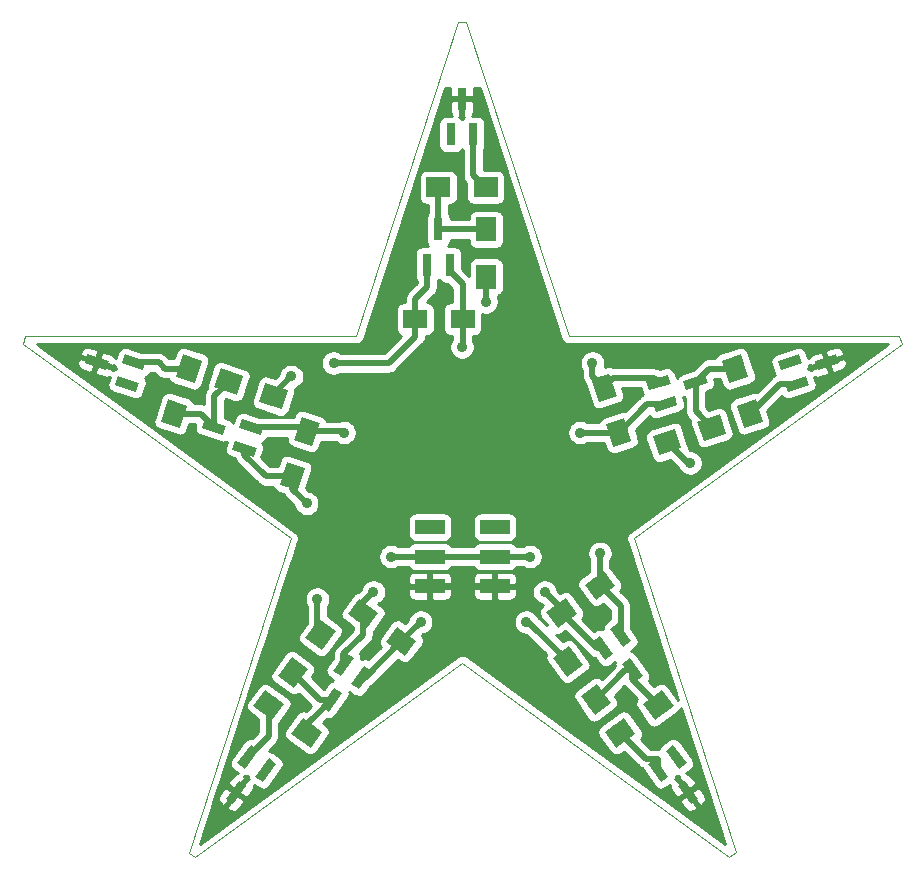
<source format=gtl>
G04 #@! TF.GenerationSoftware,KiCad,Pcbnew,(5.0.0)*
G04 #@! TF.CreationDate,2018-11-25T22:53:08-05:00*
G04 #@! TF.ProjectId,Blink_Badge,426C696E6B5F42616467652E6B696361,B*
G04 #@! TF.SameCoordinates,Original*
G04 #@! TF.FileFunction,Copper,L1,Top,Signal*
G04 #@! TF.FilePolarity,Positive*
%FSLAX46Y46*%
G04 Gerber Fmt 4.6, Leading zero omitted, Abs format (unit mm)*
G04 Created by KiCad (PCBNEW (5.0.0)) date 11/25/18 22:53:08*
%MOMM*%
%LPD*%
G01*
G04 APERTURE LIST*
G04 #@! TA.AperFunction,NonConductor*
%ADD10C,0.100000*%
G04 #@! TD*
G04 #@! TA.AperFunction,SMDPad,CuDef*
%ADD11R,2.500000X1.200000*%
G04 #@! TD*
G04 #@! TA.AperFunction,SMDPad,CuDef*
%ADD12R,2.000000X1.600000*%
G04 #@! TD*
G04 #@! TA.AperFunction,SMDPad,CuDef*
%ADD13C,1.600000*%
G04 #@! TD*
G04 #@! TA.AperFunction,Conductor*
%ADD14C,0.150000*%
G04 #@! TD*
G04 #@! TA.AperFunction,SMDPad,CuDef*
%ADD15C,1.700000*%
G04 #@! TD*
G04 #@! TA.AperFunction,SMDPad,CuDef*
%ADD16R,2.000000X1.700000*%
G04 #@! TD*
G04 #@! TA.AperFunction,SMDPad,CuDef*
%ADD17R,1.700000X2.000000*%
G04 #@! TD*
G04 #@! TA.AperFunction,SMDPad,CuDef*
%ADD18R,0.800000X1.900000*%
G04 #@! TD*
G04 #@! TA.AperFunction,SMDPad,CuDef*
%ADD19C,0.800000*%
G04 #@! TD*
G04 #@! TA.AperFunction,ViaPad*
%ADD20C,0.889000*%
G04 #@! TD*
G04 #@! TA.AperFunction,Conductor*
%ADD21C,0.500000*%
G04 #@! TD*
G04 #@! TA.AperFunction,Conductor*
%ADD22C,0.254000*%
G04 #@! TD*
G04 APERTURE END LIST*
D10*
X159900000Y-140450000D02*
X160475000Y-140025000D01*
X114100000Y-140075000D02*
X114625000Y-140475000D01*
X100250000Y-96350000D02*
X100050000Y-96975000D01*
X136950000Y-69700000D02*
X137625000Y-69700000D01*
X174250000Y-96350000D02*
X174475000Y-97025000D01*
X174250000Y-96350000D02*
X146290000Y-96345000D01*
X137290000Y-123995000D02*
X114625000Y-140475000D01*
X159900000Y-140450000D02*
X137290000Y-123995000D01*
X151840000Y-113445000D02*
X160475000Y-140025000D01*
X174475000Y-97025000D02*
X151840000Y-113445000D01*
X122740000Y-113445000D02*
X114100000Y-140075000D01*
X100050000Y-96975000D02*
X122740000Y-113445000D01*
X128290000Y-96345000D02*
X100250000Y-96350000D01*
X136950000Y-69700000D02*
X128290000Y-96345000D01*
X137625000Y-69700000D02*
X146290000Y-96345000D01*
D11*
G04 #@! TO.P,S1,3*
G04 #@! TO.N,/+6V_Switched*
X134540000Y-117500000D03*
G04 #@! TO.P,S1,2*
G04 #@! TO.N,/+6V*
X134540000Y-115000000D03*
G04 #@! TO.P,S1,1*
G04 #@! TO.N,Net-(S1-Pad1)*
X134540000Y-112500000D03*
G04 #@! TO.P,S1,4*
G04 #@! TO.N,Net-(S1-Pad4)*
X140040000Y-112500000D03*
G04 #@! TO.P,S1,5*
G04 #@! TO.N,/+6V*
X140040000Y-115000000D03*
G04 #@! TO.P,S1,6*
G04 #@! TO.N,/+6V_Switched*
X140040000Y-117500000D03*
G04 #@! TD*
D12*
G04 #@! TO.P,C1,2*
G04 #@! TO.N,GND*
X137300000Y-94900000D03*
G04 #@! TO.P,C1,1*
G04 #@! TO.N,Net-(C1-Pad1)*
X133300000Y-94900000D03*
G04 #@! TD*
D13*
G04 #@! TO.P,C2,1*
G04 #@! TO.N,Net-(C2-Pad1)*
X149281966Y-100697887D03*
D14*
G04 #@! TD*
G04 #@! TO.N,Net-(C2-Pad1)*
G04 #@! TO.C,C2*
G36*
X148212104Y-99994044D02*
X149733794Y-99499617D01*
X150351828Y-101401730D01*
X148830138Y-101896157D01*
X148212104Y-99994044D01*
X148212104Y-99994044D01*
G37*
D13*
G04 #@! TO.P,C2,2*
G04 #@! TO.N,GND*
X150518034Y-104502113D03*
D14*
G04 #@! TD*
G04 #@! TO.N,GND*
G04 #@! TO.C,C2*
G36*
X149448172Y-103798270D02*
X150969862Y-103303843D01*
X151587896Y-105205956D01*
X150066206Y-105700383D01*
X149448172Y-103798270D01*
X149448172Y-103798270D01*
G37*
D13*
G04 #@! TO.P,C3,2*
G04 #@! TO.N,GND*
X145681966Y-119775571D03*
D14*
G04 #@! TD*
G04 #@! TO.N,GND*
G04 #@! TO.C,C3*
G36*
X146020755Y-118540572D02*
X146961211Y-119834999D01*
X145343177Y-121010570D01*
X144402721Y-119716143D01*
X146020755Y-118540572D01*
X146020755Y-118540572D01*
G37*
D13*
G04 #@! TO.P,C3,1*
G04 #@! TO.N,Net-(C3-Pad1)*
X148918034Y-117424429D03*
D14*
G04 #@! TD*
G04 #@! TO.N,Net-(C3-Pad1)*
G04 #@! TO.C,C3*
G36*
X149256823Y-116189430D02*
X150197279Y-117483857D01*
X148579245Y-118659428D01*
X147638789Y-117365001D01*
X149256823Y-116189430D01*
X149256823Y-116189430D01*
G37*
D13*
G04 #@! TO.P,C4,1*
G04 #@! TO.N,Net-(C4-Pad1)*
X132118034Y-122175571D03*
D14*
G04 #@! TD*
G04 #@! TO.N,Net-(C4-Pad1)*
G04 #@! TO.C,C4*
G36*
X133397279Y-122116143D02*
X132456823Y-123410570D01*
X130838789Y-122234999D01*
X131779245Y-120940572D01*
X133397279Y-122116143D01*
X133397279Y-122116143D01*
G37*
D13*
G04 #@! TO.P,C4,2*
G04 #@! TO.N,GND*
X128881966Y-119824429D03*
D14*
G04 #@! TD*
G04 #@! TO.N,GND*
G04 #@! TO.C,C4*
G36*
X130161211Y-119765001D02*
X129220755Y-121059428D01*
X127602721Y-119883857D01*
X128543177Y-118589430D01*
X130161211Y-119765001D01*
X130161211Y-119765001D01*
G37*
D13*
G04 #@! TO.P,C5,2*
G04 #@! TO.N,GND*
X124118034Y-104397887D03*
D14*
G04 #@! TD*
G04 #@! TO.N,GND*
G04 #@! TO.C,C5*
G36*
X124569862Y-105596157D02*
X123048172Y-105101730D01*
X123666206Y-103199617D01*
X125187896Y-103694044D01*
X124569862Y-105596157D01*
X124569862Y-105596157D01*
G37*
D13*
G04 #@! TO.P,C5,1*
G04 #@! TO.N,Net-(C5-Pad1)*
X122881966Y-108202113D03*
D14*
G04 #@! TD*
G04 #@! TO.N,Net-(C5-Pad1)*
G04 #@! TO.C,C5*
G36*
X123333794Y-109400383D02*
X121812104Y-108905956D01*
X122430138Y-107003843D01*
X123951828Y-107498270D01*
X123333794Y-109400383D01*
X123333794Y-109400383D01*
G37*
D15*
G04 #@! TO.P,R7,1*
G04 #@! TO.N,Net-(D4-Pad2)*
X120881966Y-127574429D03*
D14*
G04 #@! TD*
G04 #@! TO.N,Net-(D4-Pad2)*
G04 #@! TO.C,R7*
G36*
X119573332Y-127674308D02*
X120572566Y-126298979D01*
X122190600Y-127474550D01*
X121191366Y-128849879D01*
X119573332Y-127674308D01*
X119573332Y-127674308D01*
G37*
D15*
G04 #@! TO.P,R7,2*
G04 #@! TO.N,Net-(Q4-Pad3)*
X124118034Y-129925571D03*
D14*
G04 #@! TD*
G04 #@! TO.N,Net-(Q4-Pad3)*
G04 #@! TO.C,R7*
G36*
X122809400Y-130025450D02*
X123808634Y-128650121D01*
X125426668Y-129825692D01*
X124427434Y-131201021D01*
X122809400Y-130025450D01*
X122809400Y-130025450D01*
G37*
D16*
G04 #@! TO.P,R1,2*
G04 #@! TO.N,Net-(Q1-Pad3)*
X135250000Y-83750000D03*
G04 #@! TO.P,R1,1*
G04 #@! TO.N,Net-(D1-Pad2)*
X139250000Y-83750000D03*
G04 #@! TD*
D15*
G04 #@! TO.P,R3,1*
G04 #@! TO.N,Net-(D2-Pad2)*
X161618034Y-102902113D03*
D14*
G04 #@! TD*
G04 #@! TO.N,Net-(D2-Pad2)*
G04 #@! TO.C,R3*
G36*
X162735449Y-103590505D02*
X161118653Y-104115834D01*
X160500619Y-102213721D01*
X162117415Y-101688392D01*
X162735449Y-103590505D01*
X162735449Y-103590505D01*
G37*
D15*
G04 #@! TO.P,R3,2*
G04 #@! TO.N,Net-(Q2-Pad3)*
X160381966Y-99097887D03*
D14*
G04 #@! TD*
G04 #@! TO.N,Net-(Q2-Pad3)*
G04 #@! TO.C,R3*
G36*
X161499381Y-99786279D02*
X159882585Y-100311608D01*
X159264551Y-98409495D01*
X160881347Y-97884166D01*
X161499381Y-99786279D01*
X161499381Y-99786279D01*
G37*
D15*
G04 #@! TO.P,R4,2*
G04 #@! TO.N,Net-(Q2-Pad3)*
X158402113Y-104081966D03*
D14*
G04 #@! TD*
G04 #@! TO.N,Net-(Q2-Pad3)*
G04 #@! TO.C,R4*
G36*
X157713721Y-105199381D02*
X157188392Y-103582585D01*
X159090505Y-102964551D01*
X159615834Y-104581347D01*
X157713721Y-105199381D01*
X157713721Y-105199381D01*
G37*
D15*
G04 #@! TO.P,R4,1*
G04 #@! TO.N,Net-(C3-Pad1)*
X154597887Y-105318034D03*
D14*
G04 #@! TD*
G04 #@! TO.N,Net-(C3-Pad1)*
G04 #@! TO.C,R4*
G36*
X153909495Y-106435449D02*
X153384166Y-104818653D01*
X155286279Y-104200619D01*
X155811608Y-105817415D01*
X153909495Y-106435449D01*
X153909495Y-106435449D01*
G37*
D15*
G04 #@! TO.P,R5,1*
G04 #@! TO.N,Net-(D3-Pad2)*
X150631966Y-129925571D03*
D14*
G04 #@! TD*
G04 #@! TO.N,Net-(D3-Pad2)*
G04 #@! TO.C,R5*
G36*
X150322566Y-131201021D02*
X149323332Y-129825692D01*
X150941366Y-128650121D01*
X151940600Y-130025450D01*
X150322566Y-131201021D01*
X150322566Y-131201021D01*
G37*
D15*
G04 #@! TO.P,R5,2*
G04 #@! TO.N,Net-(Q3-Pad3)*
X153868034Y-127574429D03*
D14*
G04 #@! TD*
G04 #@! TO.N,Net-(Q3-Pad3)*
G04 #@! TO.C,R5*
G36*
X153558634Y-128849879D02*
X152559400Y-127474550D01*
X154177434Y-126298979D01*
X155176668Y-127674308D01*
X153558634Y-128849879D01*
X153558634Y-128849879D01*
G37*
D15*
G04 #@! TO.P,R9,2*
G04 #@! TO.N,Net-(Q5-Pad3)*
X112881966Y-102902113D03*
D14*
G04 #@! TD*
G04 #@! TO.N,Net-(Q5-Pad3)*
G04 #@! TO.C,R9*
G36*
X112382585Y-101688392D02*
X113999381Y-102213721D01*
X113381347Y-104115834D01*
X111764551Y-103590505D01*
X112382585Y-101688392D01*
X112382585Y-101688392D01*
G37*
D15*
G04 #@! TO.P,R9,1*
G04 #@! TO.N,Net-(D5-Pad2)*
X114118034Y-99097887D03*
D14*
G04 #@! TD*
G04 #@! TO.N,Net-(D5-Pad2)*
G04 #@! TO.C,R9*
G36*
X113618653Y-97884166D02*
X115235449Y-98409495D01*
X114617415Y-100311608D01*
X113000619Y-99786279D01*
X113618653Y-97884166D01*
X113618653Y-97884166D01*
G37*
D15*
G04 #@! TO.P,R8,1*
G04 #@! TO.N,Net-(C5-Pad1)*
X125275571Y-121581966D03*
D14*
G04 #@! TD*
G04 #@! TO.N,Net-(C5-Pad1)*
G04 #@! TO.C,R8*
G36*
X125175692Y-120273332D02*
X126551021Y-121272566D01*
X125375450Y-122890600D01*
X124000121Y-121891366D01*
X125175692Y-120273332D01*
X125175692Y-120273332D01*
G37*
D15*
G04 #@! TO.P,R8,2*
G04 #@! TO.N,Net-(Q4-Pad3)*
X122924429Y-124818034D03*
D14*
G04 #@! TD*
G04 #@! TO.N,Net-(Q4-Pad3)*
G04 #@! TO.C,R8*
G36*
X122824550Y-123509400D02*
X124199879Y-124508634D01*
X123024308Y-126126668D01*
X121648979Y-125127434D01*
X122824550Y-123509400D01*
X122824550Y-123509400D01*
G37*
D15*
G04 #@! TO.P,R6,2*
G04 #@! TO.N,Net-(Q3-Pad3)*
X148575571Y-127118034D03*
D14*
G04 #@! TD*
G04 #@! TO.N,Net-(Q3-Pad3)*
G04 #@! TO.C,R6*
G36*
X147300121Y-126808634D02*
X148675450Y-125809400D01*
X149851021Y-127427434D01*
X148475692Y-128426668D01*
X147300121Y-126808634D01*
X147300121Y-126808634D01*
G37*
D15*
G04 #@! TO.P,R6,1*
G04 #@! TO.N,Net-(C4-Pad1)*
X146224429Y-123881966D03*
D14*
G04 #@! TD*
G04 #@! TO.N,Net-(C4-Pad1)*
G04 #@! TO.C,R6*
G36*
X144948979Y-123572566D02*
X146324308Y-122573332D01*
X147499879Y-124191366D01*
X146124550Y-125190600D01*
X144948979Y-123572566D01*
X144948979Y-123572566D01*
G37*
D15*
G04 #@! TO.P,R10,1*
G04 #@! TO.N,Net-(C1-Pad1)*
X121302113Y-101418034D03*
D14*
G04 #@! TD*
G04 #@! TO.N,Net-(C1-Pad1)*
G04 #@! TO.C,R10*
G36*
X122515834Y-100918653D02*
X121990505Y-102535449D01*
X120088392Y-101917415D01*
X120613721Y-100300619D01*
X122515834Y-100918653D01*
X122515834Y-100918653D01*
G37*
D15*
G04 #@! TO.P,R10,2*
G04 #@! TO.N,Net-(Q5-Pad3)*
X117497887Y-100181966D03*
D14*
G04 #@! TD*
G04 #@! TO.N,Net-(Q5-Pad3)*
G04 #@! TO.C,R10*
G36*
X118711608Y-99682585D02*
X118186279Y-101299381D01*
X116284166Y-100681347D01*
X116809495Y-99064551D01*
X118711608Y-99682585D01*
X118711608Y-99682585D01*
G37*
D17*
G04 #@! TO.P,R2,2*
G04 #@! TO.N,Net-(Q1-Pad3)*
X139300000Y-87300000D03*
G04 #@! TO.P,R2,1*
G04 #@! TO.N,Net-(C2-Pad1)*
X139300000Y-91300000D03*
G04 #@! TD*
D18*
G04 #@! TO.P,D1,3*
G04 #@! TO.N,/+6V_Switched*
X137250000Y-76250000D03*
G04 #@! TO.P,D1,2*
G04 #@! TO.N,Net-(D1-Pad2)*
X138200000Y-79250000D03*
G04 #@! TO.P,D1,1*
G04 #@! TO.N,Net-(D1-Pad1)*
X136300000Y-79250000D03*
G04 #@! TD*
D19*
G04 #@! TO.P,D2,3*
G04 #@! TO.N,/+6V_Switched*
X168176585Y-98536475D03*
D14*
G04 #@! TD*
G04 #@! TO.N,/+6V_Switched*
G04 #@! TO.C,D2*
G36*
X167396688Y-99210464D02*
X167149475Y-98449619D01*
X168956482Y-97862486D01*
X169203695Y-98623331D01*
X167396688Y-99210464D01*
X167396688Y-99210464D01*
G37*
D19*
G04 #@! TO.P,D2,2*
G04 #@! TO.N,Net-(D2-Pad2)*
X165616981Y-100367029D03*
D14*
G04 #@! TD*
G04 #@! TO.N,Net-(D2-Pad2)*
G04 #@! TO.C,D2*
G36*
X164837084Y-101041018D02*
X164589871Y-100280173D01*
X166396878Y-99693040D01*
X166644091Y-100453885D01*
X164837084Y-101041018D01*
X164837084Y-101041018D01*
G37*
D19*
G04 #@! TO.P,D2,1*
G04 #@! TO.N,Net-(D2-Pad1)*
X165029849Y-98560022D03*
D14*
G04 #@! TD*
G04 #@! TO.N,Net-(D2-Pad1)*
G04 #@! TO.C,D2*
G36*
X164249952Y-99234011D02*
X164002739Y-98473166D01*
X165809746Y-97886033D01*
X166056959Y-98646878D01*
X164249952Y-99234011D01*
X164249952Y-99234011D01*
G37*
D19*
G04 #@! TO.P,D3,1*
G04 #@! TO.N,Net-(D3-Pad1)*
X155386888Y-131978079D03*
D14*
G04 #@! TD*
G04 #@! TO.N,Net-(D3-Pad1)*
G04 #@! TO.C,D3*
G36*
X154504885Y-131444627D02*
X155152099Y-130974399D01*
X156268891Y-132511531D01*
X155621677Y-132981759D01*
X154504885Y-131444627D01*
X154504885Y-131444627D01*
G37*
D19*
G04 #@! TO.P,D3,2*
G04 #@! TO.N,Net-(D3-Pad2)*
X153849756Y-133094870D03*
D14*
G04 #@! TD*
G04 #@! TO.N,Net-(D3-Pad2)*
G04 #@! TO.C,D3*
G36*
X152967753Y-132561418D02*
X153614967Y-132091190D01*
X154731759Y-133628322D01*
X154084545Y-134098550D01*
X152967753Y-132561418D01*
X152967753Y-132561418D01*
G37*
D19*
G04 #@! TO.P,D3,3*
G04 #@! TO.N,/+6V_Switched*
X156381678Y-134963525D03*
D14*
G04 #@! TD*
G04 #@! TO.N,/+6V_Switched*
G04 #@! TO.C,D3*
G36*
X155499675Y-134430073D02*
X156146889Y-133959845D01*
X157263681Y-135496977D01*
X156616467Y-135967205D01*
X155499675Y-134430073D01*
X155499675Y-134430073D01*
G37*
D19*
G04 #@! TO.P,D5,3*
G04 #@! TO.N,/+6V_Switched*
X106323415Y-98536475D03*
D14*
G04 #@! TD*
G04 #@! TO.N,/+6V_Switched*
G04 #@! TO.C,D5*
G36*
X107350525Y-98449619D02*
X107103312Y-99210464D01*
X105296305Y-98623331D01*
X105543518Y-97862486D01*
X107350525Y-98449619D01*
X107350525Y-98449619D01*
G37*
D19*
G04 #@! TO.P,D5,2*
G04 #@! TO.N,Net-(D5-Pad2)*
X109470151Y-98560022D03*
D14*
G04 #@! TD*
G04 #@! TO.N,Net-(D5-Pad2)*
G04 #@! TO.C,D5*
G36*
X110497261Y-98473166D02*
X110250048Y-99234011D01*
X108443041Y-98646878D01*
X108690254Y-97886033D01*
X110497261Y-98473166D01*
X110497261Y-98473166D01*
G37*
D19*
G04 #@! TO.P,D5,1*
G04 #@! TO.N,Net-(D5-Pad1)*
X108883019Y-100367029D03*
D14*
G04 #@! TD*
G04 #@! TO.N,Net-(D5-Pad1)*
G04 #@! TO.C,D5*
G36*
X109910129Y-100280173D02*
X109662916Y-101041018D01*
X107855909Y-100453885D01*
X108103122Y-99693040D01*
X109910129Y-100280173D01*
X109910129Y-100280173D01*
G37*
D18*
G04 #@! TO.P,Q1,1*
G04 #@! TO.N,Net-(C1-Pad1)*
X134300000Y-90300000D03*
G04 #@! TO.P,Q1,2*
G04 #@! TO.N,GND*
X136200000Y-90300000D03*
G04 #@! TO.P,Q1,3*
G04 #@! TO.N,Net-(Q1-Pad3)*
X135250000Y-87300000D03*
G04 #@! TD*
D19*
G04 #@! TO.P,Q2,3*
G04 #@! TO.N,Net-(Q2-Pad3)*
X157026585Y-100236475D03*
D14*
G04 #@! TD*
G04 #@! TO.N,Net-(Q2-Pad3)*
G04 #@! TO.C,Q2*
G36*
X156246688Y-100910464D02*
X155999475Y-100149619D01*
X157806482Y-99562486D01*
X158053695Y-100323331D01*
X156246688Y-100910464D01*
X156246688Y-100910464D01*
G37*
D19*
G04 #@! TO.P,Q2,2*
G04 #@! TO.N,GND*
X154466981Y-102067029D03*
D14*
G04 #@! TD*
G04 #@! TO.N,GND*
G04 #@! TO.C,Q2*
G36*
X153687084Y-102741018D02*
X153439871Y-101980173D01*
X155246878Y-101393040D01*
X155494091Y-102153885D01*
X153687084Y-102741018D01*
X153687084Y-102741018D01*
G37*
D19*
G04 #@! TO.P,Q2,1*
G04 #@! TO.N,Net-(C2-Pad1)*
X153879849Y-100260022D03*
D14*
G04 #@! TD*
G04 #@! TO.N,Net-(C2-Pad1)*
G04 #@! TO.C,Q2*
G36*
X153099952Y-100934011D02*
X152852739Y-100173166D01*
X154659746Y-99586033D01*
X154906959Y-100346878D01*
X153099952Y-100934011D01*
X153099952Y-100934011D01*
G37*
D19*
G04 #@! TO.P,Q3,1*
G04 #@! TO.N,Net-(C3-Pad1)*
X150686888Y-121628079D03*
D14*
G04 #@! TD*
G04 #@! TO.N,Net-(C3-Pad1)*
G04 #@! TO.C,Q3*
G36*
X149804885Y-121094627D02*
X150452099Y-120624399D01*
X151568891Y-122161531D01*
X150921677Y-122631759D01*
X149804885Y-121094627D01*
X149804885Y-121094627D01*
G37*
D19*
G04 #@! TO.P,Q3,2*
G04 #@! TO.N,GND*
X149149756Y-122744870D03*
D14*
G04 #@! TD*
G04 #@! TO.N,GND*
G04 #@! TO.C,Q3*
G36*
X148267753Y-122211418D02*
X148914967Y-121741190D01*
X150031759Y-123278322D01*
X149384545Y-123748550D01*
X148267753Y-122211418D01*
X148267753Y-122211418D01*
G37*
D19*
G04 #@! TO.P,Q3,3*
G04 #@! TO.N,Net-(Q3-Pad3)*
X151681678Y-124613525D03*
D14*
G04 #@! TD*
G04 #@! TO.N,Net-(Q3-Pad3)*
G04 #@! TO.C,Q3*
G36*
X150799675Y-124080073D02*
X151446889Y-123609845D01*
X152563681Y-125146977D01*
X151916467Y-125617205D01*
X150799675Y-124080073D01*
X150799675Y-124080073D01*
G37*
D19*
G04 #@! TO.P,Q4,3*
G04 #@! TO.N,Net-(Q4-Pad3)*
X126218322Y-127113525D03*
D14*
G04 #@! TD*
G04 #@! TO.N,Net-(Q4-Pad3)*
G04 #@! TO.C,Q4*
G36*
X126453111Y-126109845D02*
X127100325Y-126580073D01*
X125983533Y-128117205D01*
X125336319Y-127646977D01*
X126453111Y-126109845D01*
X126453111Y-126109845D01*
G37*
D19*
G04 #@! TO.P,Q4,2*
G04 #@! TO.N,GND*
X127213112Y-124128079D03*
D14*
G04 #@! TD*
G04 #@! TO.N,GND*
G04 #@! TO.C,Q4*
G36*
X127447901Y-123124399D02*
X128095115Y-123594627D01*
X126978323Y-125131759D01*
X126331109Y-124661531D01*
X127447901Y-123124399D01*
X127447901Y-123124399D01*
G37*
D19*
G04 #@! TO.P,Q4,1*
G04 #@! TO.N,Net-(C4-Pad1)*
X128750244Y-125244870D03*
D14*
G04 #@! TD*
G04 #@! TO.N,Net-(C4-Pad1)*
G04 #@! TO.C,Q4*
G36*
X128985033Y-124241190D02*
X129632247Y-124711418D01*
X128515455Y-126248550D01*
X127868241Y-125778322D01*
X128985033Y-124241190D01*
X128985033Y-124241190D01*
G37*
D19*
G04 #@! TO.P,Q5,1*
G04 #@! TO.N,Net-(C5-Pad1)*
X118833019Y-105867029D03*
D14*
G04 #@! TD*
G04 #@! TO.N,Net-(C5-Pad1)*
G04 #@! TO.C,Q5*
G36*
X119860129Y-105780173D02*
X119612916Y-106541018D01*
X117805909Y-105953885D01*
X118053122Y-105193040D01*
X119860129Y-105780173D01*
X119860129Y-105780173D01*
G37*
D19*
G04 #@! TO.P,Q5,2*
G04 #@! TO.N,GND*
X119420151Y-104060022D03*
D14*
G04 #@! TD*
G04 #@! TO.N,GND*
G04 #@! TO.C,Q5*
G36*
X120447261Y-103973166D02*
X120200048Y-104734011D01*
X118393041Y-104146878D01*
X118640254Y-103386033D01*
X120447261Y-103973166D01*
X120447261Y-103973166D01*
G37*
D19*
G04 #@! TO.P,Q5,3*
G04 #@! TO.N,Net-(Q5-Pad3)*
X116273415Y-104036475D03*
D14*
G04 #@! TD*
G04 #@! TO.N,Net-(Q5-Pad3)*
G04 #@! TO.C,Q5*
G36*
X117300525Y-103949619D02*
X117053312Y-104710464D01*
X115246305Y-104123331D01*
X115493518Y-103362486D01*
X117300525Y-103949619D01*
X117300525Y-103949619D01*
G37*
D19*
G04 #@! TO.P,D4,3*
G04 #@! TO.N,/+6V_Switched*
X118118322Y-134963525D03*
D14*
G04 #@! TD*
G04 #@! TO.N,/+6V_Switched*
G04 #@! TO.C,D4*
G36*
X118353111Y-133959845D02*
X119000325Y-134430073D01*
X117883533Y-135967205D01*
X117236319Y-135496977D01*
X118353111Y-133959845D01*
X118353111Y-133959845D01*
G37*
D19*
G04 #@! TO.P,D4,2*
G04 #@! TO.N,Net-(D4-Pad2)*
X119113112Y-131978079D03*
D14*
G04 #@! TD*
G04 #@! TO.N,Net-(D4-Pad2)*
G04 #@! TO.C,D4*
G36*
X119347901Y-130974399D02*
X119995115Y-131444627D01*
X118878323Y-132981759D01*
X118231109Y-132511531D01*
X119347901Y-130974399D01*
X119347901Y-130974399D01*
G37*
D19*
G04 #@! TO.P,D4,1*
G04 #@! TO.N,Net-(D4-Pad1)*
X120650244Y-133094870D03*
D14*
G04 #@! TD*
G04 #@! TO.N,Net-(D4-Pad1)*
G04 #@! TO.C,D4*
G36*
X120885033Y-132091190D02*
X121532247Y-132561418D01*
X120415455Y-134098550D01*
X119768241Y-133628322D01*
X120885033Y-132091190D01*
X120885033Y-132091190D01*
G37*
D20*
G04 #@! TO.N,GND*
X129750000Y-118000000D03*
X144250000Y-118000000D03*
X127250000Y-104500000D03*
X137250000Y-97250000D03*
X147250000Y-104500000D03*
G04 #@! TO.N,Net-(C1-Pad1)*
X122800000Y-99750000D03*
X126375000Y-98625000D03*
G04 #@! TO.N,Net-(C2-Pad1)*
X139300000Y-93425000D03*
X148300000Y-98600000D03*
G04 #@! TO.N,Net-(C5-Pad1)*
X124100000Y-110500000D03*
X125000000Y-118600000D03*
G04 #@! TO.N,Net-(C4-Pad1)*
X133750000Y-120525000D03*
X142700000Y-120525000D03*
G04 #@! TO.N,Net-(C3-Pad1)*
X148925000Y-114725000D03*
X156575000Y-107075000D03*
G04 #@! TO.N,/+6V*
X143000000Y-115000000D03*
X131250000Y-115000000D03*
G04 #@! TD*
D21*
G04 #@! TO.N,GND*
X152953118Y-102067029D02*
X150518034Y-104502113D01*
X154466981Y-102067029D02*
X152953118Y-102067029D01*
X148651265Y-122744870D02*
X145681966Y-119775571D01*
X149149756Y-122744870D02*
X148651265Y-122744870D01*
X127213112Y-124128079D02*
X127213112Y-123286888D01*
X128881966Y-121618034D02*
X128881966Y-119824429D01*
X127213112Y-123286888D02*
X128881966Y-121618034D01*
X123780169Y-104060022D02*
X124118034Y-104397887D01*
X119420151Y-104060022D02*
X123780169Y-104060022D01*
X137300000Y-91950000D02*
X137300000Y-94900000D01*
X136200000Y-90300000D02*
X136200000Y-90850000D01*
X136200000Y-90850000D02*
X137300000Y-91950000D01*
X128881966Y-119824429D02*
X128881966Y-118868034D01*
X128881966Y-118868034D02*
X129750000Y-118000000D01*
X145681966Y-119775571D02*
X145681966Y-119431966D01*
X145681966Y-119431966D02*
X144250000Y-118000000D01*
X124118034Y-104397887D02*
X127147887Y-104397887D01*
X127147887Y-104397887D02*
X127250000Y-104500000D01*
X137300000Y-94900000D02*
X137300000Y-97200000D01*
X137300000Y-97200000D02*
X137250000Y-97250000D01*
X150518034Y-104502113D02*
X147252113Y-104502113D01*
X147252113Y-104502113D02*
X147250000Y-104500000D01*
G04 #@! TO.N,Net-(C1-Pad1)*
X133300000Y-94900000D02*
X133300000Y-93200000D01*
X134300000Y-92200000D02*
X134300000Y-90300000D01*
X133300000Y-93200000D02*
X134300000Y-92200000D01*
X121302113Y-101418034D02*
X121302113Y-101247887D01*
X121302113Y-101247887D02*
X122800000Y-99750000D01*
X126375000Y-98625000D02*
X131050000Y-98625000D01*
X133300000Y-96375000D02*
X133300000Y-94900000D01*
X131050000Y-98625000D02*
X133300000Y-96375000D01*
G04 #@! TO.N,Net-(C2-Pad1)*
X149987559Y-99992294D02*
X149281966Y-100697887D01*
X150107982Y-99871871D02*
X149987559Y-99992294D01*
X153491698Y-99871871D02*
X150107982Y-99871871D01*
X153879849Y-100260022D02*
X153491698Y-99871871D01*
X139300000Y-91300000D02*
X139300000Y-91450000D01*
X139300000Y-91300000D02*
X139300000Y-93425000D01*
X148300000Y-99715921D02*
X149281966Y-100697887D01*
X148300000Y-98600000D02*
X148300000Y-99715921D01*
G04 #@! TO.N,Net-(C5-Pad1)*
X118833019Y-106387613D02*
X120647519Y-108202113D01*
X118833019Y-105867029D02*
X118833019Y-106387613D01*
X122881966Y-108202113D02*
X122881966Y-109281966D01*
X122881966Y-109281966D02*
X124100000Y-110500000D01*
X125000000Y-121306395D02*
X125275571Y-121581966D01*
X125000000Y-118600000D02*
X125000000Y-121306395D01*
X120647519Y-108202113D02*
X122881966Y-108202113D01*
G04 #@! TO.N,Net-(Q5-Pad3)*
X116273415Y-101406438D02*
X117497887Y-100181966D01*
X116273415Y-104036475D02*
X116273415Y-101406438D01*
X115139053Y-102902113D02*
X116273415Y-104036475D01*
X112881966Y-102902113D02*
X115139053Y-102902113D01*
G04 #@! TO.N,Net-(Q4-Pad3)*
X124118034Y-129213813D02*
X126218322Y-127113525D01*
X124118034Y-129925571D02*
X124118034Y-129213813D01*
X125219920Y-127113525D02*
X122924429Y-124818034D01*
X126218322Y-127113525D02*
X125219920Y-127113525D01*
G04 #@! TO.N,Net-(C4-Pad1)*
X129048735Y-125244870D02*
X132118034Y-122175571D01*
X128750244Y-125244870D02*
X129048735Y-125244870D01*
X132118034Y-122175571D02*
X132118034Y-122156966D01*
X132118034Y-122156966D02*
X133750000Y-120525000D01*
X142867463Y-120525000D02*
X146224429Y-123881966D01*
X142700000Y-120525000D02*
X142867463Y-120525000D01*
G04 #@! TO.N,Net-(C3-Pad1)*
X150686888Y-119193283D02*
X148918034Y-117424429D01*
X150686888Y-121628079D02*
X150686888Y-119193283D01*
X148918034Y-116335575D02*
X148925000Y-116328609D01*
X148918034Y-117424429D02*
X148918034Y-116335575D01*
X148925000Y-116328609D02*
X148925000Y-114725000D01*
X156354853Y-107075000D02*
X154597887Y-105318034D01*
X156575000Y-107075000D02*
X156354853Y-107075000D01*
G04 #@! TO.N,Net-(Q3-Pad3)*
X151080080Y-124613525D02*
X148575571Y-127118034D01*
X151681678Y-124613525D02*
X151080080Y-124613525D01*
X151681678Y-125388073D02*
X153868034Y-127574429D01*
X151681678Y-124613525D02*
X151681678Y-125388073D01*
G04 #@! TO.N,Net-(Q2-Pad3)*
X158165173Y-99097887D02*
X157026585Y-100236475D01*
X160381966Y-99097887D02*
X158165173Y-99097887D01*
X157026585Y-102706438D02*
X158402113Y-104081966D01*
X157026585Y-100236475D02*
X157026585Y-102706438D01*
G04 #@! TO.N,Net-(Q1-Pad3)*
X135250000Y-83750000D02*
X135250000Y-87300000D01*
X135250000Y-87300000D02*
X139300000Y-87300000D01*
G04 #@! TO.N,/+6V*
X136290000Y-115000000D02*
X140040000Y-115000000D01*
X134540000Y-115000000D02*
X136290000Y-115000000D01*
X140040000Y-115000000D02*
X143000000Y-115000000D01*
X134540000Y-115000000D02*
X131250000Y-115000000D01*
G04 #@! TO.N,/+6V_Switched*
X134540000Y-117500000D02*
X140040000Y-117500000D01*
G04 #@! TO.N,Net-(D5-Pad2)*
X109470151Y-98560022D02*
X111560022Y-98560022D01*
X112097887Y-99097887D02*
X114118034Y-99097887D01*
X111560022Y-98560022D02*
X112097887Y-99097887D01*
G04 #@! TO.N,Net-(D2-Pad2)*
X164153118Y-100367029D02*
X161618034Y-102902113D01*
X165616981Y-100367029D02*
X164153118Y-100367029D01*
G04 #@! TO.N,Net-(D1-Pad2)*
X138200000Y-79250000D02*
X138200000Y-79800000D01*
X138200000Y-82700000D02*
X139250000Y-83750000D01*
X138200000Y-79250000D02*
X138200000Y-82700000D01*
G04 #@! TO.N,Net-(D3-Pad2)*
X153849756Y-133094870D02*
X153849756Y-132149756D01*
X152856151Y-132149756D02*
X150631966Y-129925571D01*
X153849756Y-132149756D02*
X152856151Y-132149756D01*
G04 #@! TO.N,Net-(D4-Pad2)*
X120881966Y-130209225D02*
X120881966Y-127574429D01*
X119113112Y-131978079D02*
X120881966Y-130209225D01*
G04 #@! TD*
D22*
G04 #@! TO.N,/+6V_Switched*
G36*
X136215000Y-75964250D02*
X136373750Y-76123000D01*
X137123000Y-76123000D01*
X137123000Y-76103000D01*
X137377000Y-76103000D01*
X137377000Y-76123000D01*
X138126250Y-76123000D01*
X138285000Y-75964250D01*
X138285000Y-75327000D01*
X138734599Y-75327000D01*
X145636480Y-96550386D01*
X145654034Y-96608292D01*
X145673209Y-96644181D01*
X145689534Y-96681477D01*
X145704936Y-96703563D01*
X145717620Y-96727304D01*
X145743431Y-96758766D01*
X145766716Y-96792157D01*
X145786132Y-96810815D01*
X145803202Y-96831623D01*
X145834652Y-96857443D01*
X145864007Y-96885653D01*
X145886687Y-96900163D01*
X145907491Y-96917243D01*
X145943378Y-96936433D01*
X145977668Y-96958371D01*
X146002745Y-96968179D01*
X146026481Y-96980871D01*
X146065419Y-96992690D01*
X146103332Y-97007518D01*
X146129841Y-97012245D01*
X146155597Y-97020063D01*
X146196096Y-97024059D01*
X146236170Y-97031205D01*
X146296725Y-97030000D01*
X173294884Y-97034829D01*
X151443005Y-112886735D01*
X151393001Y-112921582D01*
X151365056Y-112950643D01*
X151334898Y-112977403D01*
X151318402Y-112999162D01*
X151299475Y-113018845D01*
X151277735Y-113052803D01*
X151253380Y-113084928D01*
X151241446Y-113109486D01*
X151226723Y-113132484D01*
X151212026Y-113170029D01*
X151194405Y-113206291D01*
X151187492Y-113232705D01*
X151177538Y-113258133D01*
X151170448Y-113297824D01*
X151160240Y-113336827D01*
X151158613Y-113364083D01*
X151153811Y-113390964D01*
X151154601Y-113431276D01*
X151152198Y-113471519D01*
X151155919Y-113498567D01*
X151156454Y-113525871D01*
X151165094Y-113565258D01*
X151170588Y-113605194D01*
X151190508Y-113662776D01*
X155562086Y-127119238D01*
X154693645Y-125923930D01*
X154610558Y-125830428D01*
X154510826Y-125754933D01*
X154398281Y-125700345D01*
X154277250Y-125668763D01*
X154152383Y-125661399D01*
X154028479Y-125678537D01*
X153910299Y-125719518D01*
X153802385Y-125782768D01*
X153527597Y-125982413D01*
X153072323Y-125527139D01*
X153107727Y-125480369D01*
X153162315Y-125367825D01*
X153193897Y-125246793D01*
X153201261Y-125121926D01*
X153184123Y-124998022D01*
X153143142Y-124879842D01*
X153079892Y-124771928D01*
X151963100Y-123234796D01*
X151880013Y-123141295D01*
X151780281Y-123065799D01*
X151667737Y-123011211D01*
X151546706Y-122979629D01*
X151529800Y-122978632D01*
X151943940Y-122677742D01*
X152037442Y-122594655D01*
X152112937Y-122494923D01*
X152167525Y-122382379D01*
X152199107Y-122261347D01*
X152206471Y-122136480D01*
X152189333Y-122012576D01*
X152148352Y-121894396D01*
X152085102Y-121786482D01*
X151571888Y-121080104D01*
X151571888Y-119236748D01*
X151576169Y-119193282D01*
X151571888Y-119149816D01*
X151571888Y-119149806D01*
X151559083Y-119019793D01*
X151508477Y-118852970D01*
X151426299Y-118699224D01*
X151315705Y-118564466D01*
X151281937Y-118536753D01*
X150663889Y-117918706D01*
X150665830Y-117916981D01*
X150741325Y-117817249D01*
X150795913Y-117704705D01*
X150827495Y-117583674D01*
X150834859Y-117458806D01*
X150817721Y-117334902D01*
X150776740Y-117216722D01*
X150713490Y-117108808D01*
X149810000Y-115865260D01*
X149810000Y-115343552D01*
X149881640Y-115236335D01*
X149963015Y-115039878D01*
X150004500Y-114831321D01*
X150004500Y-114618679D01*
X149963015Y-114410122D01*
X149881640Y-114213665D01*
X149763502Y-114036859D01*
X149613141Y-113886498D01*
X149436335Y-113768360D01*
X149239878Y-113686985D01*
X149031321Y-113645500D01*
X148818679Y-113645500D01*
X148610122Y-113686985D01*
X148413665Y-113768360D01*
X148236859Y-113886498D01*
X148086498Y-114036859D01*
X147968360Y-114213665D01*
X147886985Y-114410122D01*
X147845500Y-114618679D01*
X147845500Y-114831321D01*
X147886985Y-115039878D01*
X147968360Y-115236335D01*
X148040001Y-115343553D01*
X148040000Y-116221373D01*
X148033272Y-116289692D01*
X147263740Y-116848790D01*
X147170238Y-116931877D01*
X147094743Y-117031609D01*
X147040155Y-117144153D01*
X147008573Y-117265184D01*
X147001209Y-117390052D01*
X147018347Y-117513956D01*
X147059328Y-117632136D01*
X147122578Y-117740050D01*
X148063034Y-119034477D01*
X148146121Y-119127979D01*
X148245853Y-119203474D01*
X148358398Y-119258062D01*
X148479429Y-119289644D01*
X148604296Y-119297008D01*
X148728200Y-119279870D01*
X148846380Y-119238889D01*
X148954294Y-119175639D01*
X149222675Y-118980649D01*
X149801889Y-119559863D01*
X149801889Y-120308104D01*
X149429836Y-120578416D01*
X149336334Y-120661503D01*
X149260839Y-120761235D01*
X149206251Y-120873779D01*
X149174669Y-120994811D01*
X149167305Y-121119678D01*
X149172962Y-121160573D01*
X149135815Y-121142556D01*
X149014784Y-121110974D01*
X148889917Y-121103610D01*
X148766012Y-121120748D01*
X148647832Y-121161729D01*
X148539918Y-121224979D01*
X148449005Y-121291031D01*
X147427821Y-120269848D01*
X147429762Y-120268123D01*
X147505257Y-120168391D01*
X147559845Y-120055847D01*
X147591427Y-119934816D01*
X147598791Y-119809948D01*
X147581653Y-119686044D01*
X147540672Y-119567864D01*
X147477422Y-119459950D01*
X146536966Y-118165523D01*
X146453879Y-118072021D01*
X146354147Y-117996526D01*
X146241602Y-117941938D01*
X146120571Y-117910356D01*
X145995704Y-117902992D01*
X145871800Y-117920130D01*
X145753620Y-117961111D01*
X145645706Y-118024361D01*
X145576338Y-118074760D01*
X145313172Y-117811594D01*
X145288015Y-117685122D01*
X145206640Y-117488665D01*
X145088502Y-117311859D01*
X144938141Y-117161498D01*
X144761335Y-117043360D01*
X144564878Y-116961985D01*
X144356321Y-116920500D01*
X144143679Y-116920500D01*
X143935122Y-116961985D01*
X143738665Y-117043360D01*
X143561859Y-117161498D01*
X143411498Y-117311859D01*
X143293360Y-117488665D01*
X143211985Y-117685122D01*
X143170500Y-117893679D01*
X143170500Y-118106321D01*
X143211985Y-118314878D01*
X143293360Y-118511335D01*
X143411498Y-118688141D01*
X143561859Y-118838502D01*
X143738665Y-118956640D01*
X143935122Y-119038015D01*
X144061594Y-119063172D01*
X144126529Y-119128108D01*
X144027672Y-119199932D01*
X143934170Y-119283019D01*
X143858675Y-119382751D01*
X143804087Y-119495295D01*
X143772505Y-119616326D01*
X143765141Y-119741194D01*
X143782279Y-119865098D01*
X143823260Y-119983278D01*
X143886510Y-120091192D01*
X144421277Y-120827235D01*
X143691241Y-120097200D01*
X143656640Y-120013665D01*
X143538502Y-119836859D01*
X143388141Y-119686498D01*
X143211335Y-119568360D01*
X143014878Y-119486985D01*
X142806321Y-119445500D01*
X142593679Y-119445500D01*
X142385122Y-119486985D01*
X142188665Y-119568360D01*
X142011859Y-119686498D01*
X141861498Y-119836859D01*
X141743360Y-120013665D01*
X141661985Y-120210122D01*
X141620500Y-120418679D01*
X141620500Y-120631321D01*
X141661985Y-120839878D01*
X141743360Y-121036335D01*
X141861498Y-121213141D01*
X142011859Y-121363502D01*
X142188665Y-121481640D01*
X142385122Y-121563015D01*
X142593679Y-121604500D01*
X142695385Y-121604500D01*
X144380478Y-123289594D01*
X144350345Y-123351719D01*
X144318763Y-123472750D01*
X144311399Y-123597617D01*
X144328537Y-123721521D01*
X144369518Y-123839701D01*
X144432768Y-123947615D01*
X145608339Y-125565649D01*
X145691426Y-125659150D01*
X145791158Y-125734646D01*
X145903702Y-125789234D01*
X146024733Y-125820816D01*
X146149600Y-125828180D01*
X146273505Y-125811042D01*
X146391685Y-125770061D01*
X146499599Y-125706811D01*
X147874928Y-124707577D01*
X147968430Y-124624490D01*
X148043925Y-124524758D01*
X148098513Y-124412213D01*
X148130095Y-124291182D01*
X148137459Y-124166315D01*
X148120321Y-124042411D01*
X148079340Y-123924231D01*
X148016090Y-123816317D01*
X146840519Y-122198283D01*
X146757432Y-122104782D01*
X146657700Y-122029286D01*
X146545156Y-121974698D01*
X146424125Y-121943116D01*
X146299258Y-121935752D01*
X146175353Y-121952890D01*
X146057173Y-121993871D01*
X145949259Y-122057121D01*
X145776604Y-122182562D01*
X145231815Y-121637773D01*
X145243361Y-121640786D01*
X145368228Y-121648150D01*
X145492132Y-121631012D01*
X145610312Y-121590031D01*
X145718226Y-121526781D01*
X145986607Y-121331791D01*
X147994735Y-123339919D01*
X148022448Y-123373687D01*
X148056216Y-123401400D01*
X148056218Y-123401402D01*
X148157206Y-123484281D01*
X148310952Y-123566459D01*
X148413665Y-123597617D01*
X148477774Y-123617065D01*
X148492571Y-123618522D01*
X148502053Y-123619456D01*
X148868334Y-124123599D01*
X148951421Y-124217100D01*
X149051153Y-124292596D01*
X149163697Y-124347184D01*
X149284728Y-124378766D01*
X149409595Y-124386130D01*
X149533500Y-124368992D01*
X149651680Y-124328011D01*
X149759594Y-124264761D01*
X150173735Y-123963870D01*
X150169459Y-123980257D01*
X150162095Y-124105124D01*
X150179233Y-124229028D01*
X150187927Y-124254099D01*
X149104364Y-125337663D01*
X149008842Y-125265354D01*
X148896298Y-125210766D01*
X148775267Y-125179184D01*
X148650400Y-125171820D01*
X148526495Y-125188958D01*
X148408315Y-125229939D01*
X148300401Y-125293189D01*
X146925072Y-126292423D01*
X146831570Y-126375510D01*
X146756075Y-126475242D01*
X146701487Y-126587787D01*
X146669905Y-126708818D01*
X146662541Y-126833685D01*
X146679679Y-126957589D01*
X146720660Y-127075769D01*
X146783910Y-127183683D01*
X147959481Y-128801717D01*
X148042568Y-128895218D01*
X148142300Y-128970714D01*
X148254844Y-129025302D01*
X148375875Y-129056884D01*
X148500742Y-129064248D01*
X148624647Y-129047110D01*
X148742827Y-129006129D01*
X148850741Y-128942879D01*
X150226070Y-127943645D01*
X150319572Y-127860558D01*
X150395067Y-127760826D01*
X150449655Y-127648281D01*
X150481237Y-127527250D01*
X150488601Y-127402383D01*
X150471463Y-127278479D01*
X150430482Y-127160299D01*
X150367232Y-127052385D01*
X150167587Y-126777597D01*
X150996712Y-125948472D01*
X151025146Y-125983119D01*
X151025149Y-125983122D01*
X151052862Y-126016890D01*
X151086629Y-126044602D01*
X152087663Y-127045636D01*
X152015354Y-127141158D01*
X151960766Y-127253702D01*
X151929184Y-127374733D01*
X151921820Y-127499600D01*
X151938958Y-127623505D01*
X151979939Y-127741685D01*
X152043189Y-127849599D01*
X153042423Y-129224928D01*
X153125510Y-129318430D01*
X153225242Y-129393925D01*
X153337787Y-129448513D01*
X153458818Y-129480095D01*
X153583685Y-129487459D01*
X153707589Y-129470321D01*
X153825769Y-129429340D01*
X153933683Y-129366090D01*
X155551717Y-128190519D01*
X155645218Y-128107432D01*
X155720714Y-128007700D01*
X155775302Y-127895156D01*
X155792610Y-127828828D01*
X159530156Y-139333633D01*
X154678970Y-135803059D01*
X155712305Y-135803059D01*
X156139503Y-136391046D01*
X156231355Y-136475954D01*
X156338006Y-136541310D01*
X156455359Y-136584604D01*
X156578903Y-136604171D01*
X156703891Y-136599260D01*
X156825519Y-136570060D01*
X156939113Y-136517692D01*
X157040308Y-136444170D01*
X157082141Y-136413777D01*
X157117262Y-136192034D01*
X156353582Y-135140919D01*
X155747426Y-135581317D01*
X155712305Y-135803059D01*
X154678970Y-135803059D01*
X146500185Y-129850742D01*
X148685752Y-129850742D01*
X148702890Y-129974647D01*
X148743871Y-130092827D01*
X148807121Y-130200741D01*
X149806355Y-131576070D01*
X149889442Y-131669572D01*
X149989174Y-131745067D01*
X150101719Y-131799655D01*
X150222750Y-131831237D01*
X150347617Y-131838601D01*
X150471521Y-131821463D01*
X150589701Y-131780482D01*
X150697615Y-131717232D01*
X150972403Y-131517587D01*
X152199621Y-132744805D01*
X152227334Y-132778573D01*
X152261102Y-132806286D01*
X152261104Y-132806288D01*
X152362092Y-132889167D01*
X152452150Y-132937304D01*
X153568334Y-134473599D01*
X153651421Y-134567100D01*
X153751153Y-134642596D01*
X153863697Y-134697184D01*
X153984728Y-134728766D01*
X154109595Y-134736130D01*
X154233500Y-134718992D01*
X154351680Y-134678011D01*
X154459594Y-134614761D01*
X154875350Y-134312697D01*
X154862709Y-134392509D01*
X154867620Y-134517497D01*
X154896821Y-134639124D01*
X154949188Y-134752719D01*
X155376386Y-135340706D01*
X155598128Y-135375827D01*
X156126942Y-134991621D01*
X156559072Y-134991621D01*
X157322752Y-136042737D01*
X157544494Y-136077857D01*
X157586327Y-136047464D01*
X157687522Y-135973942D01*
X157772429Y-135882089D01*
X157837785Y-135775438D01*
X157881079Y-135658085D01*
X157900647Y-135534541D01*
X157895736Y-135409553D01*
X157866535Y-135287926D01*
X157814168Y-135174331D01*
X157386970Y-134586344D01*
X157165228Y-134551223D01*
X156559072Y-134991621D01*
X156126942Y-134991621D01*
X156204284Y-134935429D01*
X155440604Y-133884313D01*
X155322426Y-133865596D01*
X155330393Y-133849170D01*
X155361975Y-133728138D01*
X155369339Y-133603271D01*
X155363682Y-133562376D01*
X155400829Y-133580393D01*
X155521860Y-133611975D01*
X155646727Y-133619339D01*
X155664812Y-133616838D01*
X155646094Y-133735016D01*
X156409774Y-134786131D01*
X157015930Y-134345733D01*
X157051051Y-134123991D01*
X156623853Y-133536004D01*
X156532001Y-133451096D01*
X156425350Y-133385740D01*
X156307997Y-133342446D01*
X156228185Y-133329805D01*
X156643940Y-133027742D01*
X156737442Y-132944655D01*
X156812937Y-132844923D01*
X156867525Y-132732379D01*
X156899107Y-132611347D01*
X156906471Y-132486480D01*
X156889333Y-132362576D01*
X156848352Y-132244396D01*
X156785102Y-132136482D01*
X155668310Y-130599350D01*
X155585223Y-130505849D01*
X155485491Y-130430353D01*
X155372947Y-130375765D01*
X155251916Y-130344183D01*
X155127049Y-130336819D01*
X155003144Y-130353957D01*
X154884964Y-130394938D01*
X154777050Y-130458188D01*
X154129836Y-130928416D01*
X154036334Y-131011503D01*
X153960839Y-131111235D01*
X153906251Y-131223779D01*
X153895500Y-131264979D01*
X153893233Y-131264756D01*
X153849756Y-131260474D01*
X153806280Y-131264756D01*
X153222730Y-131264756D01*
X152412337Y-130454364D01*
X152484646Y-130358842D01*
X152539234Y-130246298D01*
X152570816Y-130125267D01*
X152578180Y-130000400D01*
X152561042Y-129876495D01*
X152520061Y-129758315D01*
X152456811Y-129650401D01*
X151457577Y-128275072D01*
X151374490Y-128181570D01*
X151274758Y-128106075D01*
X151162213Y-128051487D01*
X151041182Y-128019905D01*
X150916315Y-128012541D01*
X150792411Y-128029679D01*
X150674231Y-128070660D01*
X150566317Y-128133910D01*
X148948283Y-129309481D01*
X148854782Y-129392568D01*
X148779286Y-129492300D01*
X148724698Y-129604844D01*
X148693116Y-129725875D01*
X148685752Y-129850742D01*
X146500185Y-129850742D01*
X137698177Y-123444859D01*
X137649424Y-123407983D01*
X137613291Y-123390474D01*
X137578673Y-123370146D01*
X137552727Y-123361125D01*
X137527996Y-123349141D01*
X137489136Y-123339016D01*
X137451223Y-123325835D01*
X137424012Y-123322049D01*
X137397422Y-123315121D01*
X137357344Y-123312772D01*
X137317577Y-123307239D01*
X137290150Y-123308834D01*
X137262720Y-123307227D01*
X137222944Y-123312744D01*
X137182873Y-123315075D01*
X137156287Y-123321989D01*
X137129066Y-123325765D01*
X137091140Y-123338932D01*
X137052284Y-123349038D01*
X137027550Y-123361010D01*
X137001597Y-123370021D01*
X136966966Y-123390336D01*
X136930831Y-123407827D01*
X136882090Y-123444661D01*
X115070179Y-139304369D01*
X116079963Y-136192034D01*
X117382738Y-136192034D01*
X117417859Y-136413777D01*
X117459692Y-136444170D01*
X117560887Y-136517692D01*
X117674481Y-136570060D01*
X117796109Y-136599260D01*
X117921097Y-136604171D01*
X118044641Y-136584604D01*
X118161994Y-136541310D01*
X118268645Y-136475954D01*
X118360497Y-136391046D01*
X118787695Y-135803059D01*
X118752574Y-135581317D01*
X118146418Y-135140919D01*
X117382738Y-136192034D01*
X116079963Y-136192034D01*
X116293284Y-135534541D01*
X116599353Y-135534541D01*
X116618921Y-135658085D01*
X116662215Y-135775438D01*
X116727571Y-135882089D01*
X116812478Y-135973942D01*
X116913673Y-136047464D01*
X116955506Y-136077857D01*
X117177248Y-136042737D01*
X117940928Y-134991621D01*
X117334772Y-134551223D01*
X117113030Y-134586344D01*
X116685832Y-135174331D01*
X116633465Y-135287926D01*
X116604264Y-135409553D01*
X116599353Y-135534541D01*
X116293284Y-135534541D01*
X116750931Y-134123991D01*
X117448949Y-134123991D01*
X117484070Y-134345733D01*
X118090226Y-134786131D01*
X118853906Y-133735016D01*
X118835188Y-133616838D01*
X118853272Y-133619339D01*
X118978139Y-133611975D01*
X119099171Y-133580393D01*
X119136318Y-133562376D01*
X119130661Y-133603272D01*
X119138025Y-133728139D01*
X119169607Y-133849170D01*
X119177574Y-133865596D01*
X119059396Y-133884313D01*
X118295716Y-134935429D01*
X118901872Y-135375827D01*
X119123614Y-135340706D01*
X119550812Y-134752719D01*
X119603179Y-134639124D01*
X119632380Y-134517497D01*
X119637291Y-134392509D01*
X119624650Y-134312697D01*
X120040406Y-134614761D01*
X120148320Y-134678011D01*
X120266500Y-134718992D01*
X120390404Y-134736130D01*
X120515271Y-134728766D01*
X120636303Y-134697184D01*
X120748847Y-134642596D01*
X120848579Y-134567101D01*
X120931666Y-134473599D01*
X122048458Y-132936467D01*
X122111708Y-132828553D01*
X122152689Y-132710373D01*
X122169827Y-132586468D01*
X122162463Y-132461601D01*
X122130881Y-132340570D01*
X122076293Y-132228026D01*
X122000797Y-132128294D01*
X121907296Y-132045207D01*
X121260082Y-131574979D01*
X121152168Y-131511729D01*
X121033988Y-131470748D01*
X120910084Y-131453610D01*
X120887848Y-131454921D01*
X121477016Y-130865754D01*
X121510783Y-130838042D01*
X121621377Y-130703284D01*
X121703555Y-130549538D01*
X121754161Y-130382715D01*
X121766966Y-130252702D01*
X121766966Y-130252692D01*
X121771247Y-130209226D01*
X121766966Y-130165760D01*
X121766966Y-129143186D01*
X122706811Y-127849599D01*
X122770061Y-127741685D01*
X122811042Y-127623505D01*
X122828180Y-127499601D01*
X122820816Y-127374734D01*
X122789234Y-127253703D01*
X122734646Y-127141158D01*
X122659151Y-127041426D01*
X122565649Y-126958339D01*
X120947615Y-125782768D01*
X120839701Y-125719518D01*
X120721521Y-125678537D01*
X120597616Y-125661399D01*
X120472749Y-125668763D01*
X120351718Y-125700345D01*
X120239174Y-125754933D01*
X120139442Y-125830429D01*
X120056355Y-125923930D01*
X119057121Y-127299259D01*
X118993871Y-127407173D01*
X118952890Y-127525353D01*
X118935752Y-127649257D01*
X118943116Y-127774124D01*
X118974698Y-127895155D01*
X119029286Y-128007700D01*
X119104781Y-128107432D01*
X119198283Y-128190519D01*
X119996967Y-128770797D01*
X119996966Y-129842646D01*
X119487016Y-130352596D01*
X119372952Y-130336819D01*
X119248085Y-130344183D01*
X119127053Y-130375765D01*
X119014509Y-130430353D01*
X118914777Y-130505848D01*
X118831690Y-130599350D01*
X117714898Y-132136482D01*
X117651648Y-132244396D01*
X117610667Y-132362576D01*
X117593529Y-132486481D01*
X117600893Y-132611348D01*
X117632475Y-132732379D01*
X117687063Y-132844923D01*
X117762559Y-132944655D01*
X117856060Y-133027742D01*
X118271815Y-133329805D01*
X118192003Y-133342446D01*
X118074650Y-133385740D01*
X117967999Y-133451096D01*
X117876147Y-133536004D01*
X117448949Y-134123991D01*
X116750931Y-134123991D01*
X119677956Y-125102384D01*
X121011399Y-125102384D01*
X121018763Y-125227251D01*
X121050345Y-125348282D01*
X121104933Y-125460826D01*
X121180429Y-125560558D01*
X121273930Y-125643645D01*
X122649259Y-126642879D01*
X122757173Y-126706129D01*
X122875353Y-126747110D01*
X122999257Y-126764248D01*
X123124124Y-126756884D01*
X123245155Y-126725302D01*
X123357700Y-126670714D01*
X123453222Y-126598406D01*
X124467542Y-127612726D01*
X124026644Y-128053625D01*
X123957589Y-128029679D01*
X123833684Y-128012541D01*
X123708817Y-128019905D01*
X123587786Y-128051487D01*
X123475242Y-128106075D01*
X123375510Y-128181571D01*
X123292423Y-128275072D01*
X122293189Y-129650401D01*
X122229939Y-129758315D01*
X122188958Y-129876495D01*
X122171820Y-130000399D01*
X122179184Y-130125266D01*
X122210766Y-130246297D01*
X122265354Y-130358842D01*
X122340849Y-130458574D01*
X122434351Y-130541661D01*
X124052385Y-131717232D01*
X124160299Y-131780482D01*
X124278479Y-131821463D01*
X124402384Y-131838601D01*
X124527251Y-131831237D01*
X124648282Y-131799655D01*
X124760826Y-131745067D01*
X124860558Y-131669571D01*
X124943645Y-131576070D01*
X125942879Y-130200741D01*
X126006129Y-130092827D01*
X126047110Y-129974647D01*
X126064248Y-129850743D01*
X126056884Y-129725876D01*
X126025302Y-129604845D01*
X125970714Y-129492300D01*
X125895219Y-129392568D01*
X125801717Y-129309481D01*
X125496035Y-129087390D01*
X125844418Y-128739008D01*
X125958482Y-128754785D01*
X126083349Y-128747421D01*
X126204381Y-128715839D01*
X126316925Y-128661251D01*
X126416657Y-128585756D01*
X126499744Y-128492254D01*
X127616536Y-126955122D01*
X127679786Y-126847208D01*
X127720767Y-126729028D01*
X127737905Y-126605123D01*
X127730541Y-126480256D01*
X127726265Y-126463871D01*
X128140406Y-126764761D01*
X128248320Y-126828011D01*
X128366500Y-126868992D01*
X128490404Y-126886130D01*
X128615271Y-126878766D01*
X128736303Y-126847184D01*
X128848847Y-126792596D01*
X128948579Y-126717101D01*
X129031666Y-126623599D01*
X129466549Y-126025035D01*
X129542794Y-125984281D01*
X129677552Y-125873687D01*
X129705269Y-125839914D01*
X131813393Y-123731791D01*
X132081774Y-123926781D01*
X132189688Y-123990031D01*
X132307868Y-124031012D01*
X132431772Y-124048150D01*
X132556640Y-124040786D01*
X132677671Y-124009204D01*
X132790215Y-123954616D01*
X132889947Y-123879121D01*
X132973034Y-123785619D01*
X133913490Y-122491192D01*
X133976740Y-122383278D01*
X134017721Y-122265098D01*
X134034859Y-122141194D01*
X134027495Y-122016327D01*
X133995913Y-121895296D01*
X133941325Y-121782751D01*
X133865830Y-121683019D01*
X133854038Y-121672541D01*
X133938407Y-121588172D01*
X134064878Y-121563015D01*
X134261335Y-121481640D01*
X134438141Y-121363502D01*
X134588502Y-121213141D01*
X134706640Y-121036335D01*
X134788015Y-120839878D01*
X134829500Y-120631321D01*
X134829500Y-120418679D01*
X134788015Y-120210122D01*
X134706640Y-120013665D01*
X134588502Y-119836859D01*
X134438141Y-119686498D01*
X134261335Y-119568360D01*
X134064878Y-119486985D01*
X133856321Y-119445500D01*
X133643679Y-119445500D01*
X133435122Y-119486985D01*
X133238665Y-119568360D01*
X133061859Y-119686498D01*
X132911498Y-119836859D01*
X132793360Y-120013665D01*
X132711985Y-120210122D01*
X132686828Y-120336593D01*
X132411899Y-120611522D01*
X132154294Y-120424361D01*
X132046380Y-120361111D01*
X131928200Y-120320130D01*
X131804296Y-120302992D01*
X131679428Y-120310356D01*
X131558397Y-120341938D01*
X131445853Y-120396526D01*
X131346121Y-120472021D01*
X131263034Y-120565523D01*
X130322578Y-121859950D01*
X130259328Y-121967864D01*
X130218347Y-122086044D01*
X130201209Y-122209948D01*
X130208573Y-122334815D01*
X130240155Y-122455846D01*
X130294743Y-122568391D01*
X130370238Y-122668123D01*
X130372179Y-122669848D01*
X129332950Y-123709077D01*
X129252168Y-123661729D01*
X129133988Y-123620748D01*
X129010084Y-123603610D01*
X128885217Y-123610974D01*
X128764185Y-123642556D01*
X128727038Y-123660573D01*
X128732695Y-123619677D01*
X128725331Y-123494810D01*
X128693749Y-123373779D01*
X128639161Y-123261235D01*
X128575044Y-123176535D01*
X129477016Y-122274563D01*
X129510783Y-122246851D01*
X129621377Y-122112093D01*
X129703555Y-121958347D01*
X129754161Y-121791524D01*
X129766966Y-121661511D01*
X129766966Y-121661503D01*
X129771247Y-121618034D01*
X129766966Y-121574565D01*
X129766966Y-121393186D01*
X130677422Y-120140050D01*
X130740672Y-120032136D01*
X130781653Y-119913956D01*
X130798791Y-119790052D01*
X130791427Y-119665185D01*
X130759845Y-119544154D01*
X130705257Y-119431609D01*
X130629762Y-119331877D01*
X130536260Y-119248790D01*
X130180331Y-118990193D01*
X130261335Y-118956640D01*
X130438141Y-118838502D01*
X130588502Y-118688141D01*
X130706640Y-118511335D01*
X130788015Y-118314878D01*
X130829500Y-118106321D01*
X130829500Y-117893679D01*
X130808032Y-117785750D01*
X132655000Y-117785750D01*
X132655000Y-118162542D01*
X132679403Y-118285223D01*
X132727270Y-118400785D01*
X132796763Y-118504789D01*
X132885211Y-118593237D01*
X132989215Y-118662730D01*
X133104777Y-118710597D01*
X133227458Y-118735000D01*
X134254250Y-118735000D01*
X134413000Y-118576250D01*
X134413000Y-117627000D01*
X134667000Y-117627000D01*
X134667000Y-118576250D01*
X134825750Y-118735000D01*
X135852542Y-118735000D01*
X135975223Y-118710597D01*
X136090785Y-118662730D01*
X136194789Y-118593237D01*
X136283237Y-118504789D01*
X136352730Y-118400785D01*
X136400597Y-118285223D01*
X136425000Y-118162542D01*
X136425000Y-117785750D01*
X138155000Y-117785750D01*
X138155000Y-118162542D01*
X138179403Y-118285223D01*
X138227270Y-118400785D01*
X138296763Y-118504789D01*
X138385211Y-118593237D01*
X138489215Y-118662730D01*
X138604777Y-118710597D01*
X138727458Y-118735000D01*
X139754250Y-118735000D01*
X139913000Y-118576250D01*
X139913000Y-117627000D01*
X140167000Y-117627000D01*
X140167000Y-118576250D01*
X140325750Y-118735000D01*
X141352542Y-118735000D01*
X141475223Y-118710597D01*
X141590785Y-118662730D01*
X141694789Y-118593237D01*
X141783237Y-118504789D01*
X141852730Y-118400785D01*
X141900597Y-118285223D01*
X141925000Y-118162542D01*
X141925000Y-117785750D01*
X141766250Y-117627000D01*
X140167000Y-117627000D01*
X139913000Y-117627000D01*
X138313750Y-117627000D01*
X138155000Y-117785750D01*
X136425000Y-117785750D01*
X136266250Y-117627000D01*
X134667000Y-117627000D01*
X134413000Y-117627000D01*
X132813750Y-117627000D01*
X132655000Y-117785750D01*
X130808032Y-117785750D01*
X130788015Y-117685122D01*
X130706640Y-117488665D01*
X130588502Y-117311859D01*
X130438141Y-117161498D01*
X130261335Y-117043360D01*
X130064878Y-116961985D01*
X129856321Y-116920500D01*
X129643679Y-116920500D01*
X129435122Y-116961985D01*
X129238665Y-117043360D01*
X129061859Y-117161498D01*
X128911498Y-117311859D01*
X128793360Y-117488665D01*
X128711985Y-117685122D01*
X128686828Y-117811594D01*
X128545214Y-117953207D01*
X128443360Y-117959214D01*
X128322329Y-117990796D01*
X128209785Y-118045384D01*
X128110053Y-118120879D01*
X128026966Y-118214381D01*
X127086510Y-119508808D01*
X127023260Y-119616722D01*
X126982279Y-119734902D01*
X126965141Y-119858806D01*
X126972505Y-119983673D01*
X127004087Y-120104704D01*
X127058675Y-120217249D01*
X127134170Y-120316981D01*
X127227672Y-120400068D01*
X127996966Y-120958993D01*
X127996966Y-121251455D01*
X126618063Y-122630359D01*
X126584296Y-122658071D01*
X126556583Y-122691839D01*
X126556580Y-122691842D01*
X126473702Y-122792829D01*
X126391524Y-122946575D01*
X126340917Y-123113398D01*
X126334771Y-123175805D01*
X126328112Y-123243411D01*
X126328112Y-123243419D01*
X126323831Y-123286888D01*
X126328112Y-123330357D01*
X126328112Y-123580104D01*
X125814898Y-124286482D01*
X125751648Y-124394396D01*
X125710667Y-124512576D01*
X125693529Y-124636481D01*
X125700893Y-124761348D01*
X125732475Y-124882379D01*
X125787063Y-124994923D01*
X125862559Y-125094655D01*
X125956060Y-125177742D01*
X126370200Y-125478632D01*
X126353295Y-125479629D01*
X126232263Y-125511211D01*
X126119719Y-125565799D01*
X126019987Y-125641294D01*
X125936900Y-125734796D01*
X125581683Y-126223710D01*
X124516445Y-125158471D01*
X124716090Y-124883683D01*
X124779340Y-124775769D01*
X124820321Y-124657589D01*
X124837459Y-124533684D01*
X124830095Y-124408817D01*
X124798513Y-124287786D01*
X124743925Y-124175242D01*
X124668429Y-124075510D01*
X124574928Y-123992423D01*
X123199599Y-122993189D01*
X123091685Y-122929939D01*
X122973505Y-122888958D01*
X122849601Y-122871820D01*
X122724734Y-122879184D01*
X122603703Y-122910766D01*
X122491158Y-122965354D01*
X122391426Y-123040849D01*
X122308339Y-123134351D01*
X121132768Y-124752385D01*
X121069518Y-124860299D01*
X121028537Y-124978479D01*
X121011399Y-125102384D01*
X119677956Y-125102384D01*
X120727886Y-121866316D01*
X123362541Y-121866316D01*
X123369905Y-121991183D01*
X123401487Y-122112214D01*
X123456075Y-122224758D01*
X123531571Y-122324490D01*
X123625072Y-122407577D01*
X125000401Y-123406811D01*
X125108315Y-123470061D01*
X125226495Y-123511042D01*
X125350399Y-123528180D01*
X125475266Y-123520816D01*
X125596297Y-123489234D01*
X125708842Y-123434646D01*
X125808574Y-123359151D01*
X125891661Y-123265649D01*
X127067232Y-121647615D01*
X127130482Y-121539701D01*
X127171463Y-121421521D01*
X127188601Y-121297616D01*
X127181237Y-121172749D01*
X127149655Y-121051718D01*
X127095067Y-120939174D01*
X127019571Y-120839442D01*
X126926070Y-120756355D01*
X125885000Y-119999974D01*
X125885000Y-119218552D01*
X125956640Y-119111335D01*
X126038015Y-118914878D01*
X126079500Y-118706321D01*
X126079500Y-118493679D01*
X126038015Y-118285122D01*
X125956640Y-118088665D01*
X125838502Y-117911859D01*
X125688141Y-117761498D01*
X125511335Y-117643360D01*
X125314878Y-117561985D01*
X125106321Y-117520500D01*
X124893679Y-117520500D01*
X124685122Y-117561985D01*
X124488665Y-117643360D01*
X124311859Y-117761498D01*
X124161498Y-117911859D01*
X124043360Y-118088665D01*
X123961985Y-118285122D01*
X123920500Y-118493679D01*
X123920500Y-118706321D01*
X123961985Y-118914878D01*
X124043360Y-119111335D01*
X124115000Y-119218552D01*
X124115001Y-120647695D01*
X123483910Y-121516317D01*
X123420660Y-121624231D01*
X123379679Y-121742411D01*
X123362541Y-121866316D01*
X120727886Y-121866316D01*
X122359479Y-116837458D01*
X132655000Y-116837458D01*
X132655000Y-117214250D01*
X132813750Y-117373000D01*
X134413000Y-117373000D01*
X134413000Y-116423750D01*
X134667000Y-116423750D01*
X134667000Y-117373000D01*
X136266250Y-117373000D01*
X136425000Y-117214250D01*
X136425000Y-116837458D01*
X138155000Y-116837458D01*
X138155000Y-117214250D01*
X138313750Y-117373000D01*
X139913000Y-117373000D01*
X139913000Y-116423750D01*
X140167000Y-116423750D01*
X140167000Y-117373000D01*
X141766250Y-117373000D01*
X141925000Y-117214250D01*
X141925000Y-116837458D01*
X141900597Y-116714777D01*
X141852730Y-116599215D01*
X141783237Y-116495211D01*
X141694789Y-116406763D01*
X141590785Y-116337270D01*
X141475223Y-116289403D01*
X141352542Y-116265000D01*
X140325750Y-116265000D01*
X140167000Y-116423750D01*
X139913000Y-116423750D01*
X139754250Y-116265000D01*
X138727458Y-116265000D01*
X138604777Y-116289403D01*
X138489215Y-116337270D01*
X138385211Y-116406763D01*
X138296763Y-116495211D01*
X138227270Y-116599215D01*
X138179403Y-116714777D01*
X138155000Y-116837458D01*
X136425000Y-116837458D01*
X136400597Y-116714777D01*
X136352730Y-116599215D01*
X136283237Y-116495211D01*
X136194789Y-116406763D01*
X136090785Y-116337270D01*
X135975223Y-116289403D01*
X135852542Y-116265000D01*
X134825750Y-116265000D01*
X134667000Y-116423750D01*
X134413000Y-116423750D01*
X134254250Y-116265000D01*
X133227458Y-116265000D01*
X133104777Y-116289403D01*
X132989215Y-116337270D01*
X132885211Y-116406763D01*
X132796763Y-116495211D01*
X132727270Y-116599215D01*
X132679403Y-116714777D01*
X132655000Y-116837458D01*
X122359479Y-116837458D01*
X122990131Y-114893679D01*
X130170500Y-114893679D01*
X130170500Y-115106321D01*
X130211985Y-115314878D01*
X130293360Y-115511335D01*
X130411498Y-115688141D01*
X130561859Y-115838502D01*
X130738665Y-115956640D01*
X130935122Y-116038015D01*
X131143679Y-116079500D01*
X131356321Y-116079500D01*
X131564878Y-116038015D01*
X131761335Y-115956640D01*
X131868552Y-115885000D01*
X132722317Y-115885000D01*
X132759463Y-115954494D01*
X132838815Y-116051185D01*
X132935506Y-116130537D01*
X133045820Y-116189502D01*
X133165518Y-116225812D01*
X133290000Y-116238072D01*
X135790000Y-116238072D01*
X135914482Y-116225812D01*
X136034180Y-116189502D01*
X136144494Y-116130537D01*
X136241185Y-116051185D01*
X136320537Y-115954494D01*
X136357683Y-115885000D01*
X138222317Y-115885000D01*
X138259463Y-115954494D01*
X138338815Y-116051185D01*
X138435506Y-116130537D01*
X138545820Y-116189502D01*
X138665518Y-116225812D01*
X138790000Y-116238072D01*
X141290000Y-116238072D01*
X141414482Y-116225812D01*
X141534180Y-116189502D01*
X141644494Y-116130537D01*
X141741185Y-116051185D01*
X141820537Y-115954494D01*
X141857683Y-115885000D01*
X142381448Y-115885000D01*
X142488665Y-115956640D01*
X142685122Y-116038015D01*
X142893679Y-116079500D01*
X143106321Y-116079500D01*
X143314878Y-116038015D01*
X143511335Y-115956640D01*
X143688141Y-115838502D01*
X143838502Y-115688141D01*
X143956640Y-115511335D01*
X144038015Y-115314878D01*
X144079500Y-115106321D01*
X144079500Y-114893679D01*
X144038015Y-114685122D01*
X143956640Y-114488665D01*
X143838502Y-114311859D01*
X143688141Y-114161498D01*
X143511335Y-114043360D01*
X143314878Y-113961985D01*
X143106321Y-113920500D01*
X142893679Y-113920500D01*
X142685122Y-113961985D01*
X142488665Y-114043360D01*
X142381448Y-114115000D01*
X141857683Y-114115000D01*
X141820537Y-114045506D01*
X141741185Y-113948815D01*
X141644494Y-113869463D01*
X141534180Y-113810498D01*
X141414482Y-113774188D01*
X141290000Y-113761928D01*
X138790000Y-113761928D01*
X138665518Y-113774188D01*
X138545820Y-113810498D01*
X138435506Y-113869463D01*
X138338815Y-113948815D01*
X138259463Y-114045506D01*
X138222317Y-114115000D01*
X136357683Y-114115000D01*
X136320537Y-114045506D01*
X136241185Y-113948815D01*
X136144494Y-113869463D01*
X136034180Y-113810498D01*
X135914482Y-113774188D01*
X135790000Y-113761928D01*
X133290000Y-113761928D01*
X133165518Y-113774188D01*
X133045820Y-113810498D01*
X132935506Y-113869463D01*
X132838815Y-113948815D01*
X132759463Y-114045506D01*
X132722317Y-114115000D01*
X131868552Y-114115000D01*
X131761335Y-114043360D01*
X131564878Y-113961985D01*
X131356321Y-113920500D01*
X131143679Y-113920500D01*
X130935122Y-113961985D01*
X130738665Y-114043360D01*
X130561859Y-114161498D01*
X130411498Y-114311859D01*
X130293360Y-114488665D01*
X130211985Y-114685122D01*
X130170500Y-114893679D01*
X122990131Y-114893679D01*
X123389507Y-113662735D01*
X123409365Y-113605389D01*
X123414901Y-113565232D01*
X123423577Y-113525611D01*
X123424097Y-113498534D01*
X123427794Y-113471719D01*
X123425389Y-113431247D01*
X123426168Y-113390703D01*
X123421397Y-113364050D01*
X123419791Y-113337024D01*
X123409536Y-113297795D01*
X123402391Y-113257881D01*
X123392514Y-113232677D01*
X123385665Y-113206478D01*
X123367947Y-113169990D01*
X123353157Y-113132250D01*
X123338555Y-113109461D01*
X123326725Y-113085098D01*
X123302232Y-113052771D01*
X123280362Y-113018639D01*
X123261593Y-112999135D01*
X123245238Y-112977549D01*
X123214908Y-112950621D01*
X123186799Y-112921411D01*
X123137023Y-112886751D01*
X121777620Y-111900000D01*
X132651928Y-111900000D01*
X132651928Y-113100000D01*
X132664188Y-113224482D01*
X132700498Y-113344180D01*
X132759463Y-113454494D01*
X132838815Y-113551185D01*
X132935506Y-113630537D01*
X133045820Y-113689502D01*
X133165518Y-113725812D01*
X133290000Y-113738072D01*
X135790000Y-113738072D01*
X135914482Y-113725812D01*
X136034180Y-113689502D01*
X136144494Y-113630537D01*
X136241185Y-113551185D01*
X136320537Y-113454494D01*
X136379502Y-113344180D01*
X136415812Y-113224482D01*
X136428072Y-113100000D01*
X136428072Y-111900000D01*
X138151928Y-111900000D01*
X138151928Y-113100000D01*
X138164188Y-113224482D01*
X138200498Y-113344180D01*
X138259463Y-113454494D01*
X138338815Y-113551185D01*
X138435506Y-113630537D01*
X138545820Y-113689502D01*
X138665518Y-113725812D01*
X138790000Y-113738072D01*
X141290000Y-113738072D01*
X141414482Y-113725812D01*
X141534180Y-113689502D01*
X141644494Y-113630537D01*
X141741185Y-113551185D01*
X141820537Y-113454494D01*
X141879502Y-113344180D01*
X141915812Y-113224482D01*
X141928072Y-113100000D01*
X141928072Y-111900000D01*
X141915812Y-111775518D01*
X141879502Y-111655820D01*
X141820537Y-111545506D01*
X141741185Y-111448815D01*
X141644494Y-111369463D01*
X141534180Y-111310498D01*
X141414482Y-111274188D01*
X141290000Y-111261928D01*
X138790000Y-111261928D01*
X138665518Y-111274188D01*
X138545820Y-111310498D01*
X138435506Y-111369463D01*
X138338815Y-111448815D01*
X138259463Y-111545506D01*
X138200498Y-111655820D01*
X138164188Y-111775518D01*
X138151928Y-111900000D01*
X136428072Y-111900000D01*
X136415812Y-111775518D01*
X136379502Y-111655820D01*
X136320537Y-111545506D01*
X136241185Y-111448815D01*
X136144494Y-111369463D01*
X136034180Y-111310498D01*
X135914482Y-111274188D01*
X135790000Y-111261928D01*
X133290000Y-111261928D01*
X133165518Y-111274188D01*
X133045820Y-111310498D01*
X132935506Y-111369463D01*
X132838815Y-111448815D01*
X132759463Y-111545506D01*
X132700498Y-111655820D01*
X132664188Y-111775518D01*
X132651928Y-111900000D01*
X121777620Y-111900000D01*
X110398960Y-103640568D01*
X111128446Y-103640568D01*
X111150435Y-103763704D01*
X111196025Y-103880184D01*
X111263462Y-103985531D01*
X111350156Y-104075699D01*
X111452775Y-104147220D01*
X111567376Y-104197348D01*
X113184172Y-104722677D01*
X113306350Y-104749483D01*
X113431410Y-104751939D01*
X113554546Y-104729950D01*
X113671026Y-104684360D01*
X113776374Y-104616923D01*
X113866541Y-104530229D01*
X113938062Y-104427610D01*
X113988190Y-104313009D01*
X114159064Y-103787113D01*
X114684640Y-103787113D01*
X114639462Y-103926156D01*
X114612656Y-104048333D01*
X114610200Y-104173393D01*
X114632189Y-104296529D01*
X114677779Y-104413009D01*
X114745216Y-104518357D01*
X114831910Y-104608525D01*
X114934529Y-104680046D01*
X115049130Y-104730173D01*
X116856137Y-105317306D01*
X116978315Y-105344113D01*
X117103375Y-105346569D01*
X117226511Y-105324580D01*
X117342991Y-105278990D01*
X117357253Y-105269860D01*
X117199066Y-105756710D01*
X117172260Y-105878887D01*
X117169804Y-106003947D01*
X117191793Y-106127083D01*
X117237383Y-106243563D01*
X117304820Y-106348911D01*
X117391514Y-106439079D01*
X117494133Y-106510600D01*
X117608734Y-106560727D01*
X117999196Y-106687596D01*
X118011430Y-106727926D01*
X118053519Y-106806668D01*
X118093609Y-106881672D01*
X118176487Y-106982659D01*
X118176490Y-106982662D01*
X118204203Y-107016430D01*
X118237970Y-107044142D01*
X119990989Y-108797162D01*
X120018702Y-108830930D01*
X120052470Y-108858643D01*
X120052472Y-108858645D01*
X120153460Y-108941524D01*
X120307205Y-109023702D01*
X120474029Y-109074308D01*
X120604042Y-109087113D01*
X120604050Y-109087113D01*
X120647519Y-109091394D01*
X120690988Y-109087113D01*
X121201103Y-109087113D01*
X121243578Y-109195635D01*
X121311015Y-109300983D01*
X121397709Y-109391150D01*
X121500328Y-109462671D01*
X121614929Y-109512799D01*
X122083183Y-109664944D01*
X122142556Y-109776025D01*
X122225434Y-109877012D01*
X122225437Y-109877015D01*
X122253150Y-109910783D01*
X122286917Y-109938495D01*
X123036828Y-110688407D01*
X123061985Y-110814878D01*
X123143360Y-111011335D01*
X123261498Y-111188141D01*
X123411859Y-111338502D01*
X123588665Y-111456640D01*
X123785122Y-111538015D01*
X123993679Y-111579500D01*
X124206321Y-111579500D01*
X124414878Y-111538015D01*
X124611335Y-111456640D01*
X124788141Y-111338502D01*
X124938502Y-111188141D01*
X125056640Y-111011335D01*
X125138015Y-110814878D01*
X125179500Y-110606321D01*
X125179500Y-110393679D01*
X125138015Y-110185122D01*
X125056640Y-109988665D01*
X124938502Y-109811859D01*
X124788141Y-109661498D01*
X124611335Y-109543360D01*
X124414878Y-109461985D01*
X124288407Y-109436828D01*
X124065340Y-109213762D01*
X124558671Y-107695445D01*
X124585477Y-107573267D01*
X124587933Y-107448207D01*
X124565944Y-107325071D01*
X124520354Y-107208591D01*
X124452917Y-107103243D01*
X124366223Y-107013076D01*
X124263604Y-106941555D01*
X124149003Y-106891427D01*
X122627313Y-106397000D01*
X122505135Y-106370194D01*
X122380075Y-106367738D01*
X122256939Y-106389727D01*
X122140459Y-106435317D01*
X122035111Y-106502754D01*
X121944944Y-106589448D01*
X121873423Y-106692067D01*
X121823295Y-106806668D01*
X121657441Y-107317113D01*
X121014098Y-107317113D01*
X120272588Y-106575603D01*
X120466972Y-105977348D01*
X120493778Y-105855171D01*
X120496234Y-105730111D01*
X120474245Y-105606975D01*
X120428655Y-105490495D01*
X120361218Y-105385147D01*
X120332603Y-105355385D01*
X120373247Y-105348127D01*
X120489727Y-105302537D01*
X120595075Y-105235099D01*
X120685242Y-105148405D01*
X120756763Y-105045786D01*
X120800839Y-104945022D01*
X122432450Y-104945022D01*
X122414523Y-105026733D01*
X122412067Y-105151793D01*
X122434056Y-105274929D01*
X122479646Y-105391409D01*
X122547083Y-105496757D01*
X122633777Y-105586924D01*
X122736396Y-105658445D01*
X122850997Y-105708573D01*
X124372687Y-106203000D01*
X124494865Y-106229806D01*
X124619925Y-106232262D01*
X124743061Y-106210273D01*
X124859541Y-106164683D01*
X124964889Y-106097246D01*
X125055056Y-106010552D01*
X125126577Y-105907933D01*
X125176705Y-105793332D01*
X125342559Y-105282887D01*
X126506244Y-105282887D01*
X126561859Y-105338502D01*
X126738665Y-105456640D01*
X126935122Y-105538015D01*
X127143679Y-105579500D01*
X127356321Y-105579500D01*
X127564878Y-105538015D01*
X127761335Y-105456640D01*
X127938141Y-105338502D01*
X128088502Y-105188141D01*
X128206640Y-105011335D01*
X128288015Y-104814878D01*
X128329500Y-104606321D01*
X128329500Y-104393679D01*
X146170500Y-104393679D01*
X146170500Y-104606321D01*
X146211985Y-104814878D01*
X146293360Y-105011335D01*
X146411498Y-105188141D01*
X146561859Y-105338502D01*
X146738665Y-105456640D01*
X146935122Y-105538015D01*
X147143679Y-105579500D01*
X147356321Y-105579500D01*
X147564878Y-105538015D01*
X147761335Y-105456640D01*
X147865390Y-105387113D01*
X149293509Y-105387113D01*
X149459363Y-105897558D01*
X149509491Y-106012159D01*
X149581012Y-106114778D01*
X149671179Y-106201472D01*
X149776527Y-106268909D01*
X149893007Y-106314499D01*
X150016143Y-106336488D01*
X150141203Y-106334032D01*
X150263381Y-106307226D01*
X151785071Y-105812799D01*
X151899672Y-105762671D01*
X152002291Y-105691150D01*
X152088985Y-105600983D01*
X152156422Y-105495635D01*
X152202012Y-105379155D01*
X152224001Y-105256019D01*
X152221545Y-105130959D01*
X152194739Y-105008781D01*
X152116697Y-104768590D01*
X152748061Y-104768590D01*
X152750517Y-104893650D01*
X152777323Y-105015828D01*
X153302652Y-106632624D01*
X153352780Y-106747225D01*
X153424301Y-106849844D01*
X153514468Y-106936538D01*
X153619816Y-107003975D01*
X153736296Y-107049565D01*
X153859432Y-107071554D01*
X153984492Y-107069098D01*
X154106670Y-107042292D01*
X154834183Y-106805909D01*
X155625913Y-107597639D01*
X155736498Y-107763141D01*
X155886859Y-107913502D01*
X156063665Y-108031640D01*
X156260122Y-108113015D01*
X156468679Y-108154500D01*
X156681321Y-108154500D01*
X156889878Y-108113015D01*
X157086335Y-108031640D01*
X157263141Y-107913502D01*
X157413502Y-107763141D01*
X157531640Y-107586335D01*
X157613015Y-107389878D01*
X157654500Y-107181321D01*
X157654500Y-106968679D01*
X157613015Y-106760122D01*
X157531640Y-106563665D01*
X157413502Y-106386859D01*
X157263141Y-106236498D01*
X157086335Y-106118360D01*
X156889878Y-106036985D01*
X156681321Y-105995500D01*
X156526932Y-105995500D01*
X156440318Y-105908887D01*
X156447713Y-105867478D01*
X156445257Y-105742418D01*
X156418451Y-105620240D01*
X155893122Y-104003444D01*
X155842994Y-103888843D01*
X155771473Y-103786224D01*
X155681306Y-103699530D01*
X155575958Y-103632093D01*
X155459478Y-103586503D01*
X155336342Y-103564514D01*
X155211282Y-103566970D01*
X155089104Y-103593776D01*
X153186991Y-104211810D01*
X153072390Y-104261938D01*
X152969771Y-104333459D01*
X152883077Y-104423627D01*
X152815640Y-104528974D01*
X152770050Y-104645454D01*
X152748061Y-104768590D01*
X152116697Y-104768590D01*
X151966228Y-104305497D01*
X153166743Y-103104983D01*
X153201890Y-103155413D01*
X153292058Y-103242107D01*
X153397406Y-103309544D01*
X153513886Y-103355134D01*
X153637022Y-103377123D01*
X153762082Y-103374667D01*
X153884259Y-103347860D01*
X155691266Y-102760727D01*
X155805866Y-102710600D01*
X155908485Y-102639079D01*
X155995179Y-102548912D01*
X156062617Y-102443564D01*
X156108207Y-102327084D01*
X156130196Y-102203948D01*
X156127740Y-102078888D01*
X156100934Y-101956710D01*
X155942747Y-101469860D01*
X155957010Y-101478990D01*
X156073490Y-101524580D01*
X156141586Y-101536740D01*
X156141586Y-102662959D01*
X156137304Y-102706438D01*
X156154390Y-102879928D01*
X156204997Y-103046751D01*
X156287175Y-103200497D01*
X156370053Y-103301484D01*
X156370056Y-103301487D01*
X156397769Y-103335255D01*
X156431536Y-103362967D01*
X156559682Y-103491113D01*
X156552287Y-103532522D01*
X156554743Y-103657582D01*
X156581549Y-103779760D01*
X157106878Y-105396556D01*
X157157006Y-105511157D01*
X157228527Y-105613776D01*
X157318694Y-105700470D01*
X157424042Y-105767907D01*
X157540522Y-105813497D01*
X157663658Y-105835486D01*
X157788718Y-105833030D01*
X157910896Y-105806224D01*
X159813009Y-105188190D01*
X159927610Y-105138062D01*
X160030229Y-105066541D01*
X160116923Y-104976373D01*
X160184360Y-104871026D01*
X160229950Y-104754546D01*
X160251939Y-104631410D01*
X160249483Y-104506350D01*
X160222677Y-104384172D01*
X159697348Y-102767376D01*
X159647220Y-102652775D01*
X159575699Y-102550156D01*
X159485532Y-102463462D01*
X159380184Y-102396025D01*
X159263704Y-102350435D01*
X159140568Y-102328446D01*
X159015508Y-102330902D01*
X158893330Y-102357708D01*
X158165817Y-102594091D01*
X157911585Y-102339860D01*
X157911585Y-102163658D01*
X159864514Y-102163658D01*
X159866970Y-102288718D01*
X159893776Y-102410896D01*
X160511810Y-104313009D01*
X160561938Y-104427610D01*
X160633459Y-104530229D01*
X160723627Y-104616923D01*
X160828974Y-104684360D01*
X160945454Y-104729950D01*
X161068590Y-104751939D01*
X161193650Y-104749483D01*
X161315828Y-104722677D01*
X162932624Y-104197348D01*
X163047225Y-104147220D01*
X163149844Y-104075699D01*
X163236538Y-103985532D01*
X163303975Y-103880184D01*
X163349565Y-103763704D01*
X163371554Y-103640568D01*
X163369098Y-103515508D01*
X163342292Y-103393330D01*
X163105909Y-102665817D01*
X164337278Y-101434448D01*
X164351890Y-101455413D01*
X164442058Y-101542107D01*
X164547406Y-101609544D01*
X164663886Y-101655134D01*
X164787022Y-101677123D01*
X164912082Y-101674667D01*
X165034259Y-101647860D01*
X166841266Y-101060727D01*
X166955866Y-101010600D01*
X167058485Y-100939079D01*
X167145179Y-100848912D01*
X167212617Y-100743564D01*
X167258207Y-100627084D01*
X167280196Y-100503948D01*
X167277740Y-100378888D01*
X167250934Y-100256710D01*
X167092130Y-99767961D01*
X167164130Y-99804647D01*
X167284518Y-99838599D01*
X167409215Y-99848413D01*
X167533433Y-99833711D01*
X168224653Y-99609120D01*
X168326577Y-99409083D01*
X168095046Y-98696504D01*
X166859386Y-99097995D01*
X166805065Y-99204605D01*
X166791904Y-99191951D01*
X166686556Y-99124514D01*
X166570076Y-99078924D01*
X166529432Y-99071666D01*
X166558047Y-99041905D01*
X166625485Y-98936557D01*
X166671075Y-98820077D01*
X166674284Y-98802105D01*
X166780895Y-98856426D01*
X167514652Y-98618014D01*
X168336614Y-98618014D01*
X168568145Y-99330593D01*
X168768182Y-99432517D01*
X169459402Y-99207926D01*
X169568538Y-99146807D01*
X169663652Y-99065572D01*
X169741091Y-98967341D01*
X169797878Y-98855890D01*
X169831831Y-98735502D01*
X169841645Y-98610804D01*
X169826943Y-98486587D01*
X169788290Y-98367625D01*
X169772311Y-98318447D01*
X169572275Y-98216524D01*
X168336614Y-98618014D01*
X167514652Y-98618014D01*
X168016556Y-98454936D01*
X167785025Y-97742357D01*
X167630980Y-97663867D01*
X168026593Y-97663867D01*
X168258124Y-98376446D01*
X169493784Y-97974955D01*
X169595708Y-97774919D01*
X169579729Y-97725741D01*
X169541076Y-97606779D01*
X169479957Y-97497644D01*
X169398722Y-97402530D01*
X169300491Y-97325090D01*
X169189040Y-97268303D01*
X169068652Y-97234351D01*
X168943955Y-97224537D01*
X168819737Y-97239239D01*
X168128517Y-97463830D01*
X168026593Y-97663867D01*
X167630980Y-97663867D01*
X167584988Y-97640433D01*
X166893768Y-97865024D01*
X166784632Y-97926143D01*
X166689518Y-98007378D01*
X166612079Y-98105609D01*
X166575393Y-98177609D01*
X166416589Y-97688858D01*
X166366461Y-97574257D01*
X166294940Y-97471638D01*
X166204772Y-97384944D01*
X166099424Y-97317507D01*
X165982944Y-97271917D01*
X165859808Y-97249928D01*
X165734748Y-97252384D01*
X165612571Y-97279191D01*
X163805564Y-97866324D01*
X163690964Y-97916451D01*
X163588345Y-97987972D01*
X163501651Y-98078139D01*
X163434213Y-98183487D01*
X163388623Y-98299967D01*
X163366634Y-98423103D01*
X163369090Y-98548163D01*
X163395896Y-98670341D01*
X163643109Y-99431186D01*
X163693237Y-99545787D01*
X163725514Y-99592098D01*
X163659059Y-99627618D01*
X163659057Y-99627619D01*
X163659058Y-99627619D01*
X163558071Y-99710497D01*
X163558069Y-99710499D01*
X163524301Y-99738212D01*
X163496588Y-99771980D01*
X162208887Y-101059682D01*
X162167478Y-101052287D01*
X162042418Y-101054743D01*
X161920240Y-101081549D01*
X160303444Y-101606878D01*
X160188843Y-101657006D01*
X160086224Y-101728527D01*
X159999530Y-101818694D01*
X159932093Y-101924042D01*
X159886503Y-102040522D01*
X159864514Y-102163658D01*
X157911585Y-102163658D01*
X157911585Y-101040414D01*
X158250870Y-100930173D01*
X158365470Y-100880046D01*
X158468089Y-100808525D01*
X158554783Y-100718358D01*
X158622221Y-100613010D01*
X158667811Y-100496530D01*
X158689800Y-100373394D01*
X158687344Y-100248334D01*
X158660538Y-100126156D01*
X158613987Y-99982887D01*
X159104868Y-99982887D01*
X159275742Y-100508783D01*
X159325870Y-100623384D01*
X159397391Y-100726003D01*
X159487559Y-100812697D01*
X159592906Y-100880134D01*
X159709386Y-100925724D01*
X159832522Y-100947713D01*
X159957582Y-100945257D01*
X160079760Y-100918451D01*
X161696556Y-100393122D01*
X161811157Y-100342994D01*
X161913776Y-100271473D01*
X162000470Y-100181306D01*
X162067907Y-100075958D01*
X162113497Y-99959478D01*
X162135486Y-99836342D01*
X162133030Y-99711282D01*
X162106224Y-99589104D01*
X161488190Y-97686991D01*
X161438062Y-97572390D01*
X161366541Y-97469771D01*
X161276373Y-97383077D01*
X161171026Y-97315640D01*
X161054546Y-97270050D01*
X160931410Y-97248061D01*
X160806350Y-97250517D01*
X160684172Y-97277323D01*
X159067376Y-97802652D01*
X158952775Y-97852780D01*
X158850156Y-97924301D01*
X158763462Y-98014468D01*
X158696025Y-98119816D01*
X158659597Y-98212887D01*
X158208642Y-98212887D01*
X158165173Y-98208606D01*
X158121704Y-98212887D01*
X158121696Y-98212887D01*
X157991683Y-98225692D01*
X157824859Y-98276298D01*
X157671114Y-98358476D01*
X157570126Y-98441355D01*
X157570124Y-98441357D01*
X157536356Y-98469070D01*
X157508643Y-98502838D01*
X156789449Y-99222032D01*
X155802300Y-99542777D01*
X155687700Y-99592904D01*
X155585081Y-99664425D01*
X155498387Y-99754592D01*
X155430949Y-99859940D01*
X155424777Y-99875710D01*
X155266589Y-99388858D01*
X155216461Y-99274257D01*
X155144940Y-99171638D01*
X155054772Y-99084944D01*
X154949424Y-99017507D01*
X154832944Y-98971917D01*
X154709808Y-98949928D01*
X154584748Y-98952384D01*
X154462571Y-98979191D01*
X153987204Y-99133647D01*
X153985757Y-99132460D01*
X153832011Y-99050282D01*
X153665188Y-98999676D01*
X153535175Y-98986871D01*
X153535167Y-98986871D01*
X153491698Y-98982590D01*
X153448229Y-98986871D01*
X150151451Y-98986871D01*
X150107982Y-98982590D01*
X150104464Y-98982936D01*
X150023473Y-98931091D01*
X149906993Y-98885501D01*
X149783857Y-98863512D01*
X149658797Y-98865968D01*
X149536619Y-98892774D01*
X149317708Y-98963902D01*
X149338015Y-98914878D01*
X149379500Y-98706321D01*
X149379500Y-98493679D01*
X149338015Y-98285122D01*
X149256640Y-98088665D01*
X149138502Y-97911859D01*
X148988141Y-97761498D01*
X148811335Y-97643360D01*
X148614878Y-97561985D01*
X148406321Y-97520500D01*
X148193679Y-97520500D01*
X147985122Y-97561985D01*
X147788665Y-97643360D01*
X147611859Y-97761498D01*
X147461498Y-97911859D01*
X147343360Y-98088665D01*
X147261985Y-98285122D01*
X147220500Y-98493679D01*
X147220500Y-98706321D01*
X147261985Y-98914878D01*
X147343360Y-99111335D01*
X147415001Y-99218553D01*
X147415001Y-99672443D01*
X147410719Y-99715921D01*
X147427805Y-99889411D01*
X147478412Y-100056234D01*
X147560590Y-100209980D01*
X147643468Y-100310967D01*
X147643471Y-100310970D01*
X147644629Y-100312381D01*
X148223295Y-102093332D01*
X148273423Y-102207933D01*
X148344944Y-102310552D01*
X148435111Y-102397246D01*
X148540459Y-102464683D01*
X148656939Y-102510273D01*
X148780075Y-102532262D01*
X148905135Y-102529806D01*
X149027313Y-102503000D01*
X150549003Y-102008573D01*
X150663604Y-101958445D01*
X150766223Y-101886924D01*
X150852917Y-101796757D01*
X150920354Y-101691409D01*
X150965944Y-101574929D01*
X150987933Y-101451793D01*
X150985477Y-101326733D01*
X150958671Y-101204555D01*
X150813210Y-100756871D01*
X152371487Y-100756871D01*
X152493109Y-101131186D01*
X152543237Y-101245787D01*
X152561943Y-101272626D01*
X152464221Y-101324859D01*
X152459059Y-101327618D01*
X152358071Y-101410497D01*
X152358069Y-101410499D01*
X152324301Y-101438212D01*
X152296588Y-101471980D01*
X151088572Y-102679997D01*
X151019925Y-102667738D01*
X150894865Y-102670194D01*
X150772687Y-102697000D01*
X149250997Y-103191427D01*
X149136396Y-103241555D01*
X149033777Y-103313076D01*
X148947083Y-103403243D01*
X148879646Y-103508591D01*
X148837171Y-103617113D01*
X147871714Y-103617113D01*
X147761335Y-103543360D01*
X147564878Y-103461985D01*
X147356321Y-103420500D01*
X147143679Y-103420500D01*
X146935122Y-103461985D01*
X146738665Y-103543360D01*
X146561859Y-103661498D01*
X146411498Y-103811859D01*
X146293360Y-103988665D01*
X146211985Y-104185122D01*
X146170500Y-104393679D01*
X128329500Y-104393679D01*
X128288015Y-104185122D01*
X128206640Y-103988665D01*
X128088502Y-103811859D01*
X127938141Y-103661498D01*
X127761335Y-103543360D01*
X127564878Y-103461985D01*
X127356321Y-103420500D01*
X127143679Y-103420500D01*
X126935122Y-103461985D01*
X126812233Y-103512887D01*
X125798897Y-103512887D01*
X125756422Y-103404365D01*
X125688985Y-103299017D01*
X125602291Y-103208850D01*
X125499672Y-103137329D01*
X125385071Y-103087201D01*
X123863381Y-102592774D01*
X123741203Y-102565968D01*
X123616143Y-102563512D01*
X123493007Y-102585501D01*
X123376527Y-102631091D01*
X123271179Y-102698528D01*
X123181012Y-102785222D01*
X123109491Y-102887841D01*
X123059363Y-103002442D01*
X123003288Y-103175022D01*
X120055670Y-103175022D01*
X118837429Y-102779191D01*
X118715251Y-102752384D01*
X118590191Y-102749928D01*
X118467055Y-102771917D01*
X118350575Y-102817507D01*
X118245227Y-102884945D01*
X118155060Y-102971639D01*
X118083539Y-103074258D01*
X118033411Y-103188858D01*
X117875223Y-103675711D01*
X117869051Y-103659941D01*
X117801614Y-103554593D01*
X117714920Y-103464425D01*
X117612301Y-103392904D01*
X117497700Y-103342777D01*
X117158415Y-103232536D01*
X117158415Y-101967478D01*
X119452287Y-101967478D01*
X119474276Y-102090614D01*
X119519866Y-102207094D01*
X119587303Y-102312442D01*
X119673997Y-102402609D01*
X119776616Y-102474130D01*
X119891217Y-102524258D01*
X121793330Y-103142292D01*
X121915508Y-103169098D01*
X122040568Y-103171554D01*
X122163704Y-103149565D01*
X122280184Y-103103975D01*
X122385531Y-103036538D01*
X122475699Y-102949844D01*
X122547220Y-102847225D01*
X122597348Y-102732624D01*
X123122677Y-101115828D01*
X123149483Y-100993650D01*
X123151939Y-100868590D01*
X123135989Y-100779271D01*
X123311335Y-100706640D01*
X123488141Y-100588502D01*
X123638502Y-100438141D01*
X123756640Y-100261335D01*
X123838015Y-100064878D01*
X123879500Y-99856321D01*
X123879500Y-99643679D01*
X123838015Y-99435122D01*
X123756640Y-99238665D01*
X123638502Y-99061859D01*
X123488141Y-98911498D01*
X123311335Y-98793360D01*
X123114878Y-98711985D01*
X122906321Y-98670500D01*
X122693679Y-98670500D01*
X122485122Y-98711985D01*
X122288665Y-98793360D01*
X122111859Y-98911498D01*
X121961498Y-99061859D01*
X121843360Y-99238665D01*
X121761985Y-99435122D01*
X121736828Y-99561593D01*
X121409989Y-99888433D01*
X120810896Y-99693776D01*
X120688718Y-99666970D01*
X120563658Y-99664514D01*
X120440522Y-99686503D01*
X120324042Y-99732093D01*
X120218695Y-99799530D01*
X120128527Y-99886224D01*
X120057006Y-99988843D01*
X120006878Y-100103444D01*
X119481549Y-101720240D01*
X119454743Y-101842418D01*
X119452287Y-101967478D01*
X117158415Y-101967478D01*
X117158415Y-101773016D01*
X117261591Y-101669841D01*
X117989104Y-101906224D01*
X118111282Y-101933030D01*
X118236342Y-101935486D01*
X118359478Y-101913497D01*
X118475958Y-101867907D01*
X118581305Y-101800470D01*
X118671473Y-101713776D01*
X118742994Y-101611157D01*
X118793122Y-101496556D01*
X119318451Y-99879760D01*
X119345257Y-99757582D01*
X119347713Y-99632522D01*
X119325724Y-99509386D01*
X119280134Y-99392906D01*
X119212697Y-99287558D01*
X119126003Y-99197391D01*
X119023384Y-99125870D01*
X118908783Y-99075742D01*
X117194320Y-98518679D01*
X125295500Y-98518679D01*
X125295500Y-98731321D01*
X125336985Y-98939878D01*
X125418360Y-99136335D01*
X125536498Y-99313141D01*
X125686859Y-99463502D01*
X125863665Y-99581640D01*
X126060122Y-99663015D01*
X126268679Y-99704500D01*
X126481321Y-99704500D01*
X126689878Y-99663015D01*
X126886335Y-99581640D01*
X126993552Y-99510000D01*
X131006531Y-99510000D01*
X131050000Y-99514281D01*
X131093469Y-99510000D01*
X131093477Y-99510000D01*
X131223490Y-99497195D01*
X131390313Y-99446589D01*
X131544059Y-99364411D01*
X131678817Y-99253817D01*
X131706534Y-99220044D01*
X133895050Y-97031529D01*
X133928817Y-97003817D01*
X133966158Y-96958318D01*
X134039411Y-96869059D01*
X134121589Y-96715314D01*
X134172195Y-96548490D01*
X134173852Y-96531667D01*
X134185000Y-96418477D01*
X134185000Y-96418469D01*
X134189281Y-96375000D01*
X134185644Y-96338072D01*
X134300000Y-96338072D01*
X134424482Y-96325812D01*
X134544180Y-96289502D01*
X134654494Y-96230537D01*
X134751185Y-96151185D01*
X134830537Y-96054494D01*
X134889502Y-95944180D01*
X134925812Y-95824482D01*
X134938072Y-95700000D01*
X134938072Y-94100000D01*
X134925812Y-93975518D01*
X134889502Y-93855820D01*
X134830537Y-93745506D01*
X134751185Y-93648815D01*
X134654494Y-93569463D01*
X134544180Y-93510498D01*
X134424482Y-93474188D01*
X134300000Y-93461928D01*
X134289650Y-93461928D01*
X134895050Y-92856529D01*
X134928817Y-92828817D01*
X134992529Y-92751185D01*
X135039411Y-92694059D01*
X135121589Y-92540314D01*
X135172195Y-92373490D01*
X135175564Y-92339282D01*
X135185000Y-92243477D01*
X135185000Y-92243469D01*
X135189281Y-92200000D01*
X135185000Y-92156531D01*
X135185000Y-91659981D01*
X135230537Y-91604494D01*
X135250000Y-91568082D01*
X135269463Y-91604494D01*
X135348815Y-91701185D01*
X135445506Y-91780537D01*
X135555820Y-91839502D01*
X135675518Y-91875812D01*
X135800000Y-91888072D01*
X135986494Y-91888072D01*
X136415000Y-92316579D01*
X136415001Y-93461928D01*
X136300000Y-93461928D01*
X136175518Y-93474188D01*
X136055820Y-93510498D01*
X135945506Y-93569463D01*
X135848815Y-93648815D01*
X135769463Y-93745506D01*
X135710498Y-93855820D01*
X135674188Y-93975518D01*
X135661928Y-94100000D01*
X135661928Y-95700000D01*
X135674188Y-95824482D01*
X135710498Y-95944180D01*
X135769463Y-96054494D01*
X135848815Y-96151185D01*
X135945506Y-96230537D01*
X136055820Y-96289502D01*
X136175518Y-96325812D01*
X136300000Y-96338072D01*
X136415001Y-96338072D01*
X136415001Y-96558356D01*
X136411498Y-96561859D01*
X136293360Y-96738665D01*
X136211985Y-96935122D01*
X136170500Y-97143679D01*
X136170500Y-97356321D01*
X136211985Y-97564878D01*
X136293360Y-97761335D01*
X136411498Y-97938141D01*
X136561859Y-98088502D01*
X136738665Y-98206640D01*
X136935122Y-98288015D01*
X137143679Y-98329500D01*
X137356321Y-98329500D01*
X137564878Y-98288015D01*
X137761335Y-98206640D01*
X137938141Y-98088502D01*
X138088502Y-97938141D01*
X138206640Y-97761335D01*
X138288015Y-97564878D01*
X138329500Y-97356321D01*
X138329500Y-97143679D01*
X138288015Y-96935122D01*
X138206640Y-96738665D01*
X138185000Y-96706278D01*
X138185000Y-96338072D01*
X138300000Y-96338072D01*
X138424482Y-96325812D01*
X138544180Y-96289502D01*
X138654494Y-96230537D01*
X138751185Y-96151185D01*
X138830537Y-96054494D01*
X138889502Y-95944180D01*
X138925812Y-95824482D01*
X138938072Y-95700000D01*
X138938072Y-94443526D01*
X138985122Y-94463015D01*
X139193679Y-94504500D01*
X139406321Y-94504500D01*
X139614878Y-94463015D01*
X139811335Y-94381640D01*
X139988141Y-94263502D01*
X140138502Y-94113141D01*
X140256640Y-93936335D01*
X140338015Y-93739878D01*
X140379500Y-93531321D01*
X140379500Y-93318679D01*
X140338015Y-93110122D01*
X140262174Y-92927024D01*
X140274482Y-92925812D01*
X140394180Y-92889502D01*
X140504494Y-92830537D01*
X140601185Y-92751185D01*
X140680537Y-92654494D01*
X140739502Y-92544180D01*
X140775812Y-92424482D01*
X140788072Y-92300000D01*
X140788072Y-90300000D01*
X140775812Y-90175518D01*
X140739502Y-90055820D01*
X140680537Y-89945506D01*
X140601185Y-89848815D01*
X140504494Y-89769463D01*
X140394180Y-89710498D01*
X140274482Y-89674188D01*
X140150000Y-89661928D01*
X138450000Y-89661928D01*
X138325518Y-89674188D01*
X138205820Y-89710498D01*
X138095506Y-89769463D01*
X137998815Y-89848815D01*
X137919463Y-89945506D01*
X137860498Y-90055820D01*
X137824188Y-90175518D01*
X137811928Y-90300000D01*
X137811928Y-91210349D01*
X137238072Y-90636494D01*
X137238072Y-89350000D01*
X137225812Y-89225518D01*
X137189502Y-89105820D01*
X137130537Y-88995506D01*
X137051185Y-88898815D01*
X136954494Y-88819463D01*
X136844180Y-88760498D01*
X136724482Y-88724188D01*
X136600000Y-88711928D01*
X136088095Y-88711928D01*
X136101185Y-88701185D01*
X136180537Y-88604494D01*
X136239502Y-88494180D01*
X136275812Y-88374482D01*
X136288072Y-88250000D01*
X136288072Y-88185000D01*
X137811928Y-88185000D01*
X137811928Y-88300000D01*
X137824188Y-88424482D01*
X137860498Y-88544180D01*
X137919463Y-88654494D01*
X137998815Y-88751185D01*
X138095506Y-88830537D01*
X138205820Y-88889502D01*
X138325518Y-88925812D01*
X138450000Y-88938072D01*
X140150000Y-88938072D01*
X140274482Y-88925812D01*
X140394180Y-88889502D01*
X140504494Y-88830537D01*
X140601185Y-88751185D01*
X140680537Y-88654494D01*
X140739502Y-88544180D01*
X140775812Y-88424482D01*
X140788072Y-88300000D01*
X140788072Y-86300000D01*
X140775812Y-86175518D01*
X140739502Y-86055820D01*
X140680537Y-85945506D01*
X140601185Y-85848815D01*
X140504494Y-85769463D01*
X140394180Y-85710498D01*
X140274482Y-85674188D01*
X140150000Y-85661928D01*
X138450000Y-85661928D01*
X138325518Y-85674188D01*
X138205820Y-85710498D01*
X138095506Y-85769463D01*
X137998815Y-85848815D01*
X137919463Y-85945506D01*
X137860498Y-86055820D01*
X137824188Y-86175518D01*
X137811928Y-86300000D01*
X137811928Y-86415000D01*
X136288072Y-86415000D01*
X136288072Y-86350000D01*
X136275812Y-86225518D01*
X136239502Y-86105820D01*
X136180537Y-85995506D01*
X136135000Y-85940019D01*
X136135000Y-85238072D01*
X136250000Y-85238072D01*
X136374482Y-85225812D01*
X136494180Y-85189502D01*
X136604494Y-85130537D01*
X136701185Y-85051185D01*
X136780537Y-84954494D01*
X136839502Y-84844180D01*
X136875812Y-84724482D01*
X136888072Y-84600000D01*
X136888072Y-82900000D01*
X136875812Y-82775518D01*
X136839502Y-82655820D01*
X136780537Y-82545506D01*
X136701185Y-82448815D01*
X136604494Y-82369463D01*
X136494180Y-82310498D01*
X136374482Y-82274188D01*
X136250000Y-82261928D01*
X134250000Y-82261928D01*
X134125518Y-82274188D01*
X134005820Y-82310498D01*
X133895506Y-82369463D01*
X133798815Y-82448815D01*
X133719463Y-82545506D01*
X133660498Y-82655820D01*
X133624188Y-82775518D01*
X133611928Y-82900000D01*
X133611928Y-84600000D01*
X133624188Y-84724482D01*
X133660498Y-84844180D01*
X133719463Y-84954494D01*
X133798815Y-85051185D01*
X133895506Y-85130537D01*
X134005820Y-85189502D01*
X134125518Y-85225812D01*
X134250000Y-85238072D01*
X134365000Y-85238072D01*
X134365001Y-85940018D01*
X134319463Y-85995506D01*
X134260498Y-86105820D01*
X134224188Y-86225518D01*
X134211928Y-86350000D01*
X134211928Y-88250000D01*
X134224188Y-88374482D01*
X134260498Y-88494180D01*
X134319463Y-88604494D01*
X134398815Y-88701185D01*
X134411905Y-88711928D01*
X133900000Y-88711928D01*
X133775518Y-88724188D01*
X133655820Y-88760498D01*
X133545506Y-88819463D01*
X133448815Y-88898815D01*
X133369463Y-88995506D01*
X133310498Y-89105820D01*
X133274188Y-89225518D01*
X133261928Y-89350000D01*
X133261928Y-91250000D01*
X133274188Y-91374482D01*
X133310498Y-91494180D01*
X133369463Y-91604494D01*
X133415000Y-91659982D01*
X133415000Y-91833421D01*
X132704951Y-92543471D01*
X132671184Y-92571183D01*
X132643471Y-92604951D01*
X132643468Y-92604954D01*
X132560590Y-92705941D01*
X132478412Y-92859687D01*
X132427805Y-93026510D01*
X132410719Y-93200000D01*
X132415001Y-93243479D01*
X132415001Y-93461928D01*
X132300000Y-93461928D01*
X132175518Y-93474188D01*
X132055820Y-93510498D01*
X131945506Y-93569463D01*
X131848815Y-93648815D01*
X131769463Y-93745506D01*
X131710498Y-93855820D01*
X131674188Y-93975518D01*
X131661928Y-94100000D01*
X131661928Y-95700000D01*
X131674188Y-95824482D01*
X131710498Y-95944180D01*
X131769463Y-96054494D01*
X131848815Y-96151185D01*
X131945506Y-96230537D01*
X132055820Y-96289502D01*
X132115742Y-96307679D01*
X130683422Y-97740000D01*
X126993552Y-97740000D01*
X126886335Y-97668360D01*
X126689878Y-97586985D01*
X126481321Y-97545500D01*
X126268679Y-97545500D01*
X126060122Y-97586985D01*
X125863665Y-97668360D01*
X125686859Y-97786498D01*
X125536498Y-97936859D01*
X125418360Y-98113665D01*
X125336985Y-98310122D01*
X125295500Y-98518679D01*
X117194320Y-98518679D01*
X117006670Y-98457708D01*
X116884492Y-98430902D01*
X116759432Y-98428446D01*
X116636296Y-98450435D01*
X116519816Y-98496025D01*
X116414469Y-98563462D01*
X116324301Y-98650156D01*
X116252780Y-98752775D01*
X116202652Y-98867376D01*
X115677323Y-100484172D01*
X115650517Y-100606350D01*
X115648061Y-100731410D01*
X115654816Y-100769236D01*
X115644599Y-100777621D01*
X115616886Y-100811389D01*
X115616883Y-100811392D01*
X115534005Y-100912379D01*
X115451827Y-101066125D01*
X115401220Y-101232948D01*
X115384134Y-101406438D01*
X115388416Y-101449917D01*
X115388416Y-102052934D01*
X115312543Y-102029918D01*
X115182530Y-102017113D01*
X115182522Y-102017113D01*
X115139053Y-102012832D01*
X115095584Y-102017113D01*
X114604335Y-102017113D01*
X114567907Y-101924042D01*
X114500470Y-101818695D01*
X114413776Y-101728527D01*
X114311157Y-101657006D01*
X114196556Y-101606878D01*
X112579760Y-101081549D01*
X112457582Y-101054743D01*
X112332522Y-101052287D01*
X112209386Y-101074276D01*
X112092906Y-101119866D01*
X111987558Y-101187303D01*
X111897391Y-101273997D01*
X111825870Y-101376616D01*
X111775742Y-101491217D01*
X111157708Y-103393330D01*
X111130902Y-103515508D01*
X111128446Y-103640568D01*
X110398960Y-103640568D01*
X103469673Y-98610804D01*
X104658355Y-98610804D01*
X104668169Y-98735502D01*
X104702122Y-98855890D01*
X104758909Y-98967341D01*
X104836348Y-99065572D01*
X104931462Y-99146807D01*
X105040598Y-99207926D01*
X105731818Y-99432517D01*
X105777809Y-99409083D01*
X106173423Y-99409083D01*
X106275347Y-99609120D01*
X106966567Y-99833711D01*
X107090785Y-99848413D01*
X107215482Y-99838599D01*
X107335870Y-99804647D01*
X107407870Y-99767961D01*
X107249066Y-100256710D01*
X107222260Y-100378887D01*
X107219804Y-100503947D01*
X107241793Y-100627083D01*
X107287383Y-100743563D01*
X107354820Y-100848911D01*
X107441514Y-100939079D01*
X107544133Y-101010600D01*
X107658734Y-101060727D01*
X109465741Y-101647860D01*
X109587919Y-101674667D01*
X109712979Y-101677123D01*
X109836115Y-101655134D01*
X109952595Y-101609544D01*
X110057943Y-101542106D01*
X110148110Y-101455412D01*
X110219631Y-101352793D01*
X110269759Y-101238193D01*
X110516972Y-100477348D01*
X110543778Y-100355171D01*
X110546234Y-100230111D01*
X110524245Y-100106975D01*
X110478655Y-99990495D01*
X110411218Y-99885147D01*
X110382603Y-99855385D01*
X110423247Y-99848127D01*
X110539727Y-99802537D01*
X110645075Y-99735099D01*
X110735242Y-99648405D01*
X110806763Y-99545786D01*
X110850839Y-99445022D01*
X111193444Y-99445022D01*
X111441353Y-99692931D01*
X111469070Y-99726704D01*
X111603828Y-99837298D01*
X111757574Y-99919476D01*
X111873790Y-99954730D01*
X111924396Y-99970082D01*
X111939193Y-99971539D01*
X112054410Y-99982887D01*
X112054418Y-99982887D01*
X112097887Y-99987168D01*
X112141356Y-99982887D01*
X112395665Y-99982887D01*
X112432093Y-100075958D01*
X112499530Y-100181305D01*
X112586224Y-100271473D01*
X112688843Y-100342994D01*
X112803444Y-100393122D01*
X114420240Y-100918451D01*
X114542418Y-100945257D01*
X114667478Y-100947713D01*
X114790614Y-100925724D01*
X114907094Y-100880134D01*
X115012442Y-100812697D01*
X115102609Y-100726003D01*
X115174130Y-100623384D01*
X115224258Y-100508783D01*
X115842292Y-98606670D01*
X115869098Y-98484492D01*
X115871554Y-98359432D01*
X115849565Y-98236296D01*
X115803975Y-98119816D01*
X115736538Y-98014469D01*
X115649844Y-97924301D01*
X115547225Y-97852780D01*
X115432624Y-97802652D01*
X113815828Y-97277323D01*
X113693650Y-97250517D01*
X113568590Y-97248061D01*
X113445454Y-97270050D01*
X113328974Y-97315640D01*
X113223626Y-97383077D01*
X113133459Y-97469771D01*
X113061938Y-97572390D01*
X113011810Y-97686991D01*
X112840936Y-98212887D01*
X112464465Y-98212887D01*
X112216556Y-97964978D01*
X112188839Y-97931205D01*
X112054081Y-97820611D01*
X111900335Y-97738433D01*
X111733512Y-97687827D01*
X111603499Y-97675022D01*
X111603491Y-97675022D01*
X111560022Y-97670741D01*
X111516553Y-97675022D01*
X110105670Y-97675022D01*
X108887429Y-97279191D01*
X108765251Y-97252384D01*
X108640191Y-97249928D01*
X108517055Y-97271917D01*
X108400575Y-97317507D01*
X108295227Y-97384945D01*
X108205060Y-97471639D01*
X108133539Y-97574258D01*
X108083411Y-97688858D01*
X107924607Y-98177609D01*
X107887921Y-98105609D01*
X107810482Y-98007378D01*
X107715368Y-97926143D01*
X107606232Y-97865024D01*
X106915012Y-97640433D01*
X106714975Y-97742357D01*
X106483444Y-98454936D01*
X107719105Y-98856426D01*
X107825716Y-98802105D01*
X107828925Y-98820076D01*
X107874515Y-98936556D01*
X107941952Y-99041904D01*
X107970567Y-99071666D01*
X107929923Y-99078924D01*
X107813443Y-99124514D01*
X107708095Y-99191952D01*
X107694935Y-99204605D01*
X107640614Y-99097995D01*
X106404954Y-98696504D01*
X106173423Y-99409083D01*
X105777809Y-99409083D01*
X105931855Y-99330593D01*
X106163386Y-98618014D01*
X104927725Y-98216524D01*
X104727689Y-98318447D01*
X104711710Y-98367625D01*
X104673057Y-98486587D01*
X104658355Y-98610804D01*
X103469673Y-98610804D01*
X102318111Y-97774919D01*
X104904292Y-97774919D01*
X105006216Y-97974955D01*
X106241876Y-98376446D01*
X106473407Y-97663867D01*
X106371483Y-97463830D01*
X105680263Y-97239239D01*
X105556045Y-97224537D01*
X105431348Y-97234351D01*
X105310960Y-97268303D01*
X105199509Y-97325090D01*
X105101278Y-97402530D01*
X105020043Y-97497644D01*
X104958924Y-97606779D01*
X104920271Y-97725741D01*
X104904292Y-97774919D01*
X102318111Y-97774919D01*
X101298497Y-97034812D01*
X128283322Y-97030000D01*
X128343945Y-97031196D01*
X128383956Y-97024055D01*
X128424402Y-97020064D01*
X128450218Y-97012228D01*
X128476779Y-97007487D01*
X128514628Y-96992677D01*
X128553518Y-96980872D01*
X128577310Y-96968149D01*
X128602435Y-96958318D01*
X128636670Y-96936407D01*
X128672508Y-96917243D01*
X128693356Y-96900127D01*
X128716084Y-96885581D01*
X128745389Y-96857409D01*
X128776797Y-96831624D01*
X128793907Y-96810767D01*
X128813359Y-96792068D01*
X128836603Y-96758723D01*
X128862379Y-96727304D01*
X128875091Y-96703511D01*
X128890522Y-96681375D01*
X128906816Y-96644132D01*
X128925965Y-96608292D01*
X128943542Y-96550311D01*
X134875150Y-78300000D01*
X135261928Y-78300000D01*
X135261928Y-80200000D01*
X135274188Y-80324482D01*
X135310498Y-80444180D01*
X135369463Y-80554494D01*
X135448815Y-80651185D01*
X135545506Y-80730537D01*
X135655820Y-80789502D01*
X135775518Y-80825812D01*
X135900000Y-80838072D01*
X136700000Y-80838072D01*
X136824482Y-80825812D01*
X136944180Y-80789502D01*
X137054494Y-80730537D01*
X137151185Y-80651185D01*
X137230537Y-80554494D01*
X137250000Y-80518082D01*
X137269463Y-80554494D01*
X137315000Y-80609982D01*
X137315001Y-82656521D01*
X137310719Y-82700000D01*
X137327805Y-82873490D01*
X137378412Y-83040313D01*
X137460590Y-83194059D01*
X137543468Y-83295046D01*
X137543471Y-83295049D01*
X137571184Y-83328817D01*
X137604951Y-83356529D01*
X137611928Y-83363506D01*
X137611928Y-84600000D01*
X137624188Y-84724482D01*
X137660498Y-84844180D01*
X137719463Y-84954494D01*
X137798815Y-85051185D01*
X137895506Y-85130537D01*
X138005820Y-85189502D01*
X138125518Y-85225812D01*
X138250000Y-85238072D01*
X140250000Y-85238072D01*
X140374482Y-85225812D01*
X140494180Y-85189502D01*
X140604494Y-85130537D01*
X140701185Y-85051185D01*
X140780537Y-84954494D01*
X140839502Y-84844180D01*
X140875812Y-84724482D01*
X140888072Y-84600000D01*
X140888072Y-82900000D01*
X140875812Y-82775518D01*
X140839502Y-82655820D01*
X140780537Y-82545506D01*
X140701185Y-82448815D01*
X140604494Y-82369463D01*
X140494180Y-82310498D01*
X140374482Y-82274188D01*
X140250000Y-82261928D01*
X139085000Y-82261928D01*
X139085000Y-80609981D01*
X139130537Y-80554494D01*
X139189502Y-80444180D01*
X139225812Y-80324482D01*
X139238072Y-80200000D01*
X139238072Y-78300000D01*
X139225812Y-78175518D01*
X139189502Y-78055820D01*
X139130537Y-77945506D01*
X139051185Y-77848815D01*
X138954494Y-77769463D01*
X138844180Y-77710498D01*
X138724482Y-77674188D01*
X138600000Y-77661928D01*
X138086098Y-77661928D01*
X138143237Y-77604789D01*
X138212730Y-77500785D01*
X138260597Y-77385223D01*
X138285000Y-77262542D01*
X138285000Y-76535750D01*
X138126250Y-76377000D01*
X137377000Y-76377000D01*
X137377000Y-77676250D01*
X137461607Y-77760857D01*
X137445506Y-77769463D01*
X137348815Y-77848815D01*
X137269463Y-77945506D01*
X137250000Y-77981918D01*
X137230537Y-77945506D01*
X137151185Y-77848815D01*
X137054494Y-77769463D01*
X137038393Y-77760857D01*
X137123000Y-77676250D01*
X137123000Y-76377000D01*
X136373750Y-76377000D01*
X136215000Y-76535750D01*
X136215000Y-77262542D01*
X136239403Y-77385223D01*
X136287270Y-77500785D01*
X136356763Y-77604789D01*
X136413902Y-77661928D01*
X135900000Y-77661928D01*
X135775518Y-77674188D01*
X135655820Y-77710498D01*
X135545506Y-77769463D01*
X135448815Y-77848815D01*
X135369463Y-77945506D01*
X135310498Y-78055820D01*
X135274188Y-78175518D01*
X135261928Y-78300000D01*
X134875150Y-78300000D01*
X135841417Y-75327000D01*
X136215000Y-75327000D01*
X136215000Y-75964250D01*
X136215000Y-75964250D01*
G37*
X136215000Y-75964250D02*
X136373750Y-76123000D01*
X137123000Y-76123000D01*
X137123000Y-76103000D01*
X137377000Y-76103000D01*
X137377000Y-76123000D01*
X138126250Y-76123000D01*
X138285000Y-75964250D01*
X138285000Y-75327000D01*
X138734599Y-75327000D01*
X145636480Y-96550386D01*
X145654034Y-96608292D01*
X145673209Y-96644181D01*
X145689534Y-96681477D01*
X145704936Y-96703563D01*
X145717620Y-96727304D01*
X145743431Y-96758766D01*
X145766716Y-96792157D01*
X145786132Y-96810815D01*
X145803202Y-96831623D01*
X145834652Y-96857443D01*
X145864007Y-96885653D01*
X145886687Y-96900163D01*
X145907491Y-96917243D01*
X145943378Y-96936433D01*
X145977668Y-96958371D01*
X146002745Y-96968179D01*
X146026481Y-96980871D01*
X146065419Y-96992690D01*
X146103332Y-97007518D01*
X146129841Y-97012245D01*
X146155597Y-97020063D01*
X146196096Y-97024059D01*
X146236170Y-97031205D01*
X146296725Y-97030000D01*
X173294884Y-97034829D01*
X151443005Y-112886735D01*
X151393001Y-112921582D01*
X151365056Y-112950643D01*
X151334898Y-112977403D01*
X151318402Y-112999162D01*
X151299475Y-113018845D01*
X151277735Y-113052803D01*
X151253380Y-113084928D01*
X151241446Y-113109486D01*
X151226723Y-113132484D01*
X151212026Y-113170029D01*
X151194405Y-113206291D01*
X151187492Y-113232705D01*
X151177538Y-113258133D01*
X151170448Y-113297824D01*
X151160240Y-113336827D01*
X151158613Y-113364083D01*
X151153811Y-113390964D01*
X151154601Y-113431276D01*
X151152198Y-113471519D01*
X151155919Y-113498567D01*
X151156454Y-113525871D01*
X151165094Y-113565258D01*
X151170588Y-113605194D01*
X151190508Y-113662776D01*
X155562086Y-127119238D01*
X154693645Y-125923930D01*
X154610558Y-125830428D01*
X154510826Y-125754933D01*
X154398281Y-125700345D01*
X154277250Y-125668763D01*
X154152383Y-125661399D01*
X154028479Y-125678537D01*
X153910299Y-125719518D01*
X153802385Y-125782768D01*
X153527597Y-125982413D01*
X153072323Y-125527139D01*
X153107727Y-125480369D01*
X153162315Y-125367825D01*
X153193897Y-125246793D01*
X153201261Y-125121926D01*
X153184123Y-124998022D01*
X153143142Y-124879842D01*
X153079892Y-124771928D01*
X151963100Y-123234796D01*
X151880013Y-123141295D01*
X151780281Y-123065799D01*
X151667737Y-123011211D01*
X151546706Y-122979629D01*
X151529800Y-122978632D01*
X151943940Y-122677742D01*
X152037442Y-122594655D01*
X152112937Y-122494923D01*
X152167525Y-122382379D01*
X152199107Y-122261347D01*
X152206471Y-122136480D01*
X152189333Y-122012576D01*
X152148352Y-121894396D01*
X152085102Y-121786482D01*
X151571888Y-121080104D01*
X151571888Y-119236748D01*
X151576169Y-119193282D01*
X151571888Y-119149816D01*
X151571888Y-119149806D01*
X151559083Y-119019793D01*
X151508477Y-118852970D01*
X151426299Y-118699224D01*
X151315705Y-118564466D01*
X151281937Y-118536753D01*
X150663889Y-117918706D01*
X150665830Y-117916981D01*
X150741325Y-117817249D01*
X150795913Y-117704705D01*
X150827495Y-117583674D01*
X150834859Y-117458806D01*
X150817721Y-117334902D01*
X150776740Y-117216722D01*
X150713490Y-117108808D01*
X149810000Y-115865260D01*
X149810000Y-115343552D01*
X149881640Y-115236335D01*
X149963015Y-115039878D01*
X150004500Y-114831321D01*
X150004500Y-114618679D01*
X149963015Y-114410122D01*
X149881640Y-114213665D01*
X149763502Y-114036859D01*
X149613141Y-113886498D01*
X149436335Y-113768360D01*
X149239878Y-113686985D01*
X149031321Y-113645500D01*
X148818679Y-113645500D01*
X148610122Y-113686985D01*
X148413665Y-113768360D01*
X148236859Y-113886498D01*
X148086498Y-114036859D01*
X147968360Y-114213665D01*
X147886985Y-114410122D01*
X147845500Y-114618679D01*
X147845500Y-114831321D01*
X147886985Y-115039878D01*
X147968360Y-115236335D01*
X148040001Y-115343553D01*
X148040000Y-116221373D01*
X148033272Y-116289692D01*
X147263740Y-116848790D01*
X147170238Y-116931877D01*
X147094743Y-117031609D01*
X147040155Y-117144153D01*
X147008573Y-117265184D01*
X147001209Y-117390052D01*
X147018347Y-117513956D01*
X147059328Y-117632136D01*
X147122578Y-117740050D01*
X148063034Y-119034477D01*
X148146121Y-119127979D01*
X148245853Y-119203474D01*
X148358398Y-119258062D01*
X148479429Y-119289644D01*
X148604296Y-119297008D01*
X148728200Y-119279870D01*
X148846380Y-119238889D01*
X148954294Y-119175639D01*
X149222675Y-118980649D01*
X149801889Y-119559863D01*
X149801889Y-120308104D01*
X149429836Y-120578416D01*
X149336334Y-120661503D01*
X149260839Y-120761235D01*
X149206251Y-120873779D01*
X149174669Y-120994811D01*
X149167305Y-121119678D01*
X149172962Y-121160573D01*
X149135815Y-121142556D01*
X149014784Y-121110974D01*
X148889917Y-121103610D01*
X148766012Y-121120748D01*
X148647832Y-121161729D01*
X148539918Y-121224979D01*
X148449005Y-121291031D01*
X147427821Y-120269848D01*
X147429762Y-120268123D01*
X147505257Y-120168391D01*
X147559845Y-120055847D01*
X147591427Y-119934816D01*
X147598791Y-119809948D01*
X147581653Y-119686044D01*
X147540672Y-119567864D01*
X147477422Y-119459950D01*
X146536966Y-118165523D01*
X146453879Y-118072021D01*
X146354147Y-117996526D01*
X146241602Y-117941938D01*
X146120571Y-117910356D01*
X145995704Y-117902992D01*
X145871800Y-117920130D01*
X145753620Y-117961111D01*
X145645706Y-118024361D01*
X145576338Y-118074760D01*
X145313172Y-117811594D01*
X145288015Y-117685122D01*
X145206640Y-117488665D01*
X145088502Y-117311859D01*
X144938141Y-117161498D01*
X144761335Y-117043360D01*
X144564878Y-116961985D01*
X144356321Y-116920500D01*
X144143679Y-116920500D01*
X143935122Y-116961985D01*
X143738665Y-117043360D01*
X143561859Y-117161498D01*
X143411498Y-117311859D01*
X143293360Y-117488665D01*
X143211985Y-117685122D01*
X143170500Y-117893679D01*
X143170500Y-118106321D01*
X143211985Y-118314878D01*
X143293360Y-118511335D01*
X143411498Y-118688141D01*
X143561859Y-118838502D01*
X143738665Y-118956640D01*
X143935122Y-119038015D01*
X144061594Y-119063172D01*
X144126529Y-119128108D01*
X144027672Y-119199932D01*
X143934170Y-119283019D01*
X143858675Y-119382751D01*
X143804087Y-119495295D01*
X143772505Y-119616326D01*
X143765141Y-119741194D01*
X143782279Y-119865098D01*
X143823260Y-119983278D01*
X143886510Y-120091192D01*
X144421277Y-120827235D01*
X143691241Y-120097200D01*
X143656640Y-120013665D01*
X143538502Y-119836859D01*
X143388141Y-119686498D01*
X143211335Y-119568360D01*
X143014878Y-119486985D01*
X142806321Y-119445500D01*
X142593679Y-119445500D01*
X142385122Y-119486985D01*
X142188665Y-119568360D01*
X142011859Y-119686498D01*
X141861498Y-119836859D01*
X141743360Y-120013665D01*
X141661985Y-120210122D01*
X141620500Y-120418679D01*
X141620500Y-120631321D01*
X141661985Y-120839878D01*
X141743360Y-121036335D01*
X141861498Y-121213141D01*
X142011859Y-121363502D01*
X142188665Y-121481640D01*
X142385122Y-121563015D01*
X142593679Y-121604500D01*
X142695385Y-121604500D01*
X144380478Y-123289594D01*
X144350345Y-123351719D01*
X144318763Y-123472750D01*
X144311399Y-123597617D01*
X144328537Y-123721521D01*
X144369518Y-123839701D01*
X144432768Y-123947615D01*
X145608339Y-125565649D01*
X145691426Y-125659150D01*
X145791158Y-125734646D01*
X145903702Y-125789234D01*
X146024733Y-125820816D01*
X146149600Y-125828180D01*
X146273505Y-125811042D01*
X146391685Y-125770061D01*
X146499599Y-125706811D01*
X147874928Y-124707577D01*
X147968430Y-124624490D01*
X148043925Y-124524758D01*
X148098513Y-124412213D01*
X148130095Y-124291182D01*
X148137459Y-124166315D01*
X148120321Y-124042411D01*
X148079340Y-123924231D01*
X148016090Y-123816317D01*
X146840519Y-122198283D01*
X146757432Y-122104782D01*
X146657700Y-122029286D01*
X146545156Y-121974698D01*
X146424125Y-121943116D01*
X146299258Y-121935752D01*
X146175353Y-121952890D01*
X146057173Y-121993871D01*
X145949259Y-122057121D01*
X145776604Y-122182562D01*
X145231815Y-121637773D01*
X145243361Y-121640786D01*
X145368228Y-121648150D01*
X145492132Y-121631012D01*
X145610312Y-121590031D01*
X145718226Y-121526781D01*
X145986607Y-121331791D01*
X147994735Y-123339919D01*
X148022448Y-123373687D01*
X148056216Y-123401400D01*
X148056218Y-123401402D01*
X148157206Y-123484281D01*
X148310952Y-123566459D01*
X148413665Y-123597617D01*
X148477774Y-123617065D01*
X148492571Y-123618522D01*
X148502053Y-123619456D01*
X148868334Y-124123599D01*
X148951421Y-124217100D01*
X149051153Y-124292596D01*
X149163697Y-124347184D01*
X149284728Y-124378766D01*
X149409595Y-124386130D01*
X149533500Y-124368992D01*
X149651680Y-124328011D01*
X149759594Y-124264761D01*
X150173735Y-123963870D01*
X150169459Y-123980257D01*
X150162095Y-124105124D01*
X150179233Y-124229028D01*
X150187927Y-124254099D01*
X149104364Y-125337663D01*
X149008842Y-125265354D01*
X148896298Y-125210766D01*
X148775267Y-125179184D01*
X148650400Y-125171820D01*
X148526495Y-125188958D01*
X148408315Y-125229939D01*
X148300401Y-125293189D01*
X146925072Y-126292423D01*
X146831570Y-126375510D01*
X146756075Y-126475242D01*
X146701487Y-126587787D01*
X146669905Y-126708818D01*
X146662541Y-126833685D01*
X146679679Y-126957589D01*
X146720660Y-127075769D01*
X146783910Y-127183683D01*
X147959481Y-128801717D01*
X148042568Y-128895218D01*
X148142300Y-128970714D01*
X148254844Y-129025302D01*
X148375875Y-129056884D01*
X148500742Y-129064248D01*
X148624647Y-129047110D01*
X148742827Y-129006129D01*
X148850741Y-128942879D01*
X150226070Y-127943645D01*
X150319572Y-127860558D01*
X150395067Y-127760826D01*
X150449655Y-127648281D01*
X150481237Y-127527250D01*
X150488601Y-127402383D01*
X150471463Y-127278479D01*
X150430482Y-127160299D01*
X150367232Y-127052385D01*
X150167587Y-126777597D01*
X150996712Y-125948472D01*
X151025146Y-125983119D01*
X151025149Y-125983122D01*
X151052862Y-126016890D01*
X151086629Y-126044602D01*
X152087663Y-127045636D01*
X152015354Y-127141158D01*
X151960766Y-127253702D01*
X151929184Y-127374733D01*
X151921820Y-127499600D01*
X151938958Y-127623505D01*
X151979939Y-127741685D01*
X152043189Y-127849599D01*
X153042423Y-129224928D01*
X153125510Y-129318430D01*
X153225242Y-129393925D01*
X153337787Y-129448513D01*
X153458818Y-129480095D01*
X153583685Y-129487459D01*
X153707589Y-129470321D01*
X153825769Y-129429340D01*
X153933683Y-129366090D01*
X155551717Y-128190519D01*
X155645218Y-128107432D01*
X155720714Y-128007700D01*
X155775302Y-127895156D01*
X155792610Y-127828828D01*
X159530156Y-139333633D01*
X154678970Y-135803059D01*
X155712305Y-135803059D01*
X156139503Y-136391046D01*
X156231355Y-136475954D01*
X156338006Y-136541310D01*
X156455359Y-136584604D01*
X156578903Y-136604171D01*
X156703891Y-136599260D01*
X156825519Y-136570060D01*
X156939113Y-136517692D01*
X157040308Y-136444170D01*
X157082141Y-136413777D01*
X157117262Y-136192034D01*
X156353582Y-135140919D01*
X155747426Y-135581317D01*
X155712305Y-135803059D01*
X154678970Y-135803059D01*
X146500185Y-129850742D01*
X148685752Y-129850742D01*
X148702890Y-129974647D01*
X148743871Y-130092827D01*
X148807121Y-130200741D01*
X149806355Y-131576070D01*
X149889442Y-131669572D01*
X149989174Y-131745067D01*
X150101719Y-131799655D01*
X150222750Y-131831237D01*
X150347617Y-131838601D01*
X150471521Y-131821463D01*
X150589701Y-131780482D01*
X150697615Y-131717232D01*
X150972403Y-131517587D01*
X152199621Y-132744805D01*
X152227334Y-132778573D01*
X152261102Y-132806286D01*
X152261104Y-132806288D01*
X152362092Y-132889167D01*
X152452150Y-132937304D01*
X153568334Y-134473599D01*
X153651421Y-134567100D01*
X153751153Y-134642596D01*
X153863697Y-134697184D01*
X153984728Y-134728766D01*
X154109595Y-134736130D01*
X154233500Y-134718992D01*
X154351680Y-134678011D01*
X154459594Y-134614761D01*
X154875350Y-134312697D01*
X154862709Y-134392509D01*
X154867620Y-134517497D01*
X154896821Y-134639124D01*
X154949188Y-134752719D01*
X155376386Y-135340706D01*
X155598128Y-135375827D01*
X156126942Y-134991621D01*
X156559072Y-134991621D01*
X157322752Y-136042737D01*
X157544494Y-136077857D01*
X157586327Y-136047464D01*
X157687522Y-135973942D01*
X157772429Y-135882089D01*
X157837785Y-135775438D01*
X157881079Y-135658085D01*
X157900647Y-135534541D01*
X157895736Y-135409553D01*
X157866535Y-135287926D01*
X157814168Y-135174331D01*
X157386970Y-134586344D01*
X157165228Y-134551223D01*
X156559072Y-134991621D01*
X156126942Y-134991621D01*
X156204284Y-134935429D01*
X155440604Y-133884313D01*
X155322426Y-133865596D01*
X155330393Y-133849170D01*
X155361975Y-133728138D01*
X155369339Y-133603271D01*
X155363682Y-133562376D01*
X155400829Y-133580393D01*
X155521860Y-133611975D01*
X155646727Y-133619339D01*
X155664812Y-133616838D01*
X155646094Y-133735016D01*
X156409774Y-134786131D01*
X157015930Y-134345733D01*
X157051051Y-134123991D01*
X156623853Y-133536004D01*
X156532001Y-133451096D01*
X156425350Y-133385740D01*
X156307997Y-133342446D01*
X156228185Y-133329805D01*
X156643940Y-133027742D01*
X156737442Y-132944655D01*
X156812937Y-132844923D01*
X156867525Y-132732379D01*
X156899107Y-132611347D01*
X156906471Y-132486480D01*
X156889333Y-132362576D01*
X156848352Y-132244396D01*
X156785102Y-132136482D01*
X155668310Y-130599350D01*
X155585223Y-130505849D01*
X155485491Y-130430353D01*
X155372947Y-130375765D01*
X155251916Y-130344183D01*
X155127049Y-130336819D01*
X155003144Y-130353957D01*
X154884964Y-130394938D01*
X154777050Y-130458188D01*
X154129836Y-130928416D01*
X154036334Y-131011503D01*
X153960839Y-131111235D01*
X153906251Y-131223779D01*
X153895500Y-131264979D01*
X153893233Y-131264756D01*
X153849756Y-131260474D01*
X153806280Y-131264756D01*
X153222730Y-131264756D01*
X152412337Y-130454364D01*
X152484646Y-130358842D01*
X152539234Y-130246298D01*
X152570816Y-130125267D01*
X152578180Y-130000400D01*
X152561042Y-129876495D01*
X152520061Y-129758315D01*
X152456811Y-129650401D01*
X151457577Y-128275072D01*
X151374490Y-128181570D01*
X151274758Y-128106075D01*
X151162213Y-128051487D01*
X151041182Y-128019905D01*
X150916315Y-128012541D01*
X150792411Y-128029679D01*
X150674231Y-128070660D01*
X150566317Y-128133910D01*
X148948283Y-129309481D01*
X148854782Y-129392568D01*
X148779286Y-129492300D01*
X148724698Y-129604844D01*
X148693116Y-129725875D01*
X148685752Y-129850742D01*
X146500185Y-129850742D01*
X137698177Y-123444859D01*
X137649424Y-123407983D01*
X137613291Y-123390474D01*
X137578673Y-123370146D01*
X137552727Y-123361125D01*
X137527996Y-123349141D01*
X137489136Y-123339016D01*
X137451223Y-123325835D01*
X137424012Y-123322049D01*
X137397422Y-123315121D01*
X137357344Y-123312772D01*
X137317577Y-123307239D01*
X137290150Y-123308834D01*
X137262720Y-123307227D01*
X137222944Y-123312744D01*
X137182873Y-123315075D01*
X137156287Y-123321989D01*
X137129066Y-123325765D01*
X137091140Y-123338932D01*
X137052284Y-123349038D01*
X137027550Y-123361010D01*
X137001597Y-123370021D01*
X136966966Y-123390336D01*
X136930831Y-123407827D01*
X136882090Y-123444661D01*
X115070179Y-139304369D01*
X116079963Y-136192034D01*
X117382738Y-136192034D01*
X117417859Y-136413777D01*
X117459692Y-136444170D01*
X117560887Y-136517692D01*
X117674481Y-136570060D01*
X117796109Y-136599260D01*
X117921097Y-136604171D01*
X118044641Y-136584604D01*
X118161994Y-136541310D01*
X118268645Y-136475954D01*
X118360497Y-136391046D01*
X118787695Y-135803059D01*
X118752574Y-135581317D01*
X118146418Y-135140919D01*
X117382738Y-136192034D01*
X116079963Y-136192034D01*
X116293284Y-135534541D01*
X116599353Y-135534541D01*
X116618921Y-135658085D01*
X116662215Y-135775438D01*
X116727571Y-135882089D01*
X116812478Y-135973942D01*
X116913673Y-136047464D01*
X116955506Y-136077857D01*
X117177248Y-136042737D01*
X117940928Y-134991621D01*
X117334772Y-134551223D01*
X117113030Y-134586344D01*
X116685832Y-135174331D01*
X116633465Y-135287926D01*
X116604264Y-135409553D01*
X116599353Y-135534541D01*
X116293284Y-135534541D01*
X116750931Y-134123991D01*
X117448949Y-134123991D01*
X117484070Y-134345733D01*
X118090226Y-134786131D01*
X118853906Y-133735016D01*
X118835188Y-133616838D01*
X118853272Y-133619339D01*
X118978139Y-133611975D01*
X119099171Y-133580393D01*
X119136318Y-133562376D01*
X119130661Y-133603272D01*
X119138025Y-133728139D01*
X119169607Y-133849170D01*
X119177574Y-133865596D01*
X119059396Y-133884313D01*
X118295716Y-134935429D01*
X118901872Y-135375827D01*
X119123614Y-135340706D01*
X119550812Y-134752719D01*
X119603179Y-134639124D01*
X119632380Y-134517497D01*
X119637291Y-134392509D01*
X119624650Y-134312697D01*
X120040406Y-134614761D01*
X120148320Y-134678011D01*
X120266500Y-134718992D01*
X120390404Y-134736130D01*
X120515271Y-134728766D01*
X120636303Y-134697184D01*
X120748847Y-134642596D01*
X120848579Y-134567101D01*
X120931666Y-134473599D01*
X122048458Y-132936467D01*
X122111708Y-132828553D01*
X122152689Y-132710373D01*
X122169827Y-132586468D01*
X122162463Y-132461601D01*
X122130881Y-132340570D01*
X122076293Y-132228026D01*
X122000797Y-132128294D01*
X121907296Y-132045207D01*
X121260082Y-131574979D01*
X121152168Y-131511729D01*
X121033988Y-131470748D01*
X120910084Y-131453610D01*
X120887848Y-131454921D01*
X121477016Y-130865754D01*
X121510783Y-130838042D01*
X121621377Y-130703284D01*
X121703555Y-130549538D01*
X121754161Y-130382715D01*
X121766966Y-130252702D01*
X121766966Y-130252692D01*
X121771247Y-130209226D01*
X121766966Y-130165760D01*
X121766966Y-129143186D01*
X122706811Y-127849599D01*
X122770061Y-127741685D01*
X122811042Y-127623505D01*
X122828180Y-127499601D01*
X122820816Y-127374734D01*
X122789234Y-127253703D01*
X122734646Y-127141158D01*
X122659151Y-127041426D01*
X122565649Y-126958339D01*
X120947615Y-125782768D01*
X120839701Y-125719518D01*
X120721521Y-125678537D01*
X120597616Y-125661399D01*
X120472749Y-125668763D01*
X120351718Y-125700345D01*
X120239174Y-125754933D01*
X120139442Y-125830429D01*
X120056355Y-125923930D01*
X119057121Y-127299259D01*
X118993871Y-127407173D01*
X118952890Y-127525353D01*
X118935752Y-127649257D01*
X118943116Y-127774124D01*
X118974698Y-127895155D01*
X119029286Y-128007700D01*
X119104781Y-128107432D01*
X119198283Y-128190519D01*
X119996967Y-128770797D01*
X119996966Y-129842646D01*
X119487016Y-130352596D01*
X119372952Y-130336819D01*
X119248085Y-130344183D01*
X119127053Y-130375765D01*
X119014509Y-130430353D01*
X118914777Y-130505848D01*
X118831690Y-130599350D01*
X117714898Y-132136482D01*
X117651648Y-132244396D01*
X117610667Y-132362576D01*
X117593529Y-132486481D01*
X117600893Y-132611348D01*
X117632475Y-132732379D01*
X117687063Y-132844923D01*
X117762559Y-132944655D01*
X117856060Y-133027742D01*
X118271815Y-133329805D01*
X118192003Y-133342446D01*
X118074650Y-133385740D01*
X117967999Y-133451096D01*
X117876147Y-133536004D01*
X117448949Y-134123991D01*
X116750931Y-134123991D01*
X119677956Y-125102384D01*
X121011399Y-125102384D01*
X121018763Y-125227251D01*
X121050345Y-125348282D01*
X121104933Y-125460826D01*
X121180429Y-125560558D01*
X121273930Y-125643645D01*
X122649259Y-126642879D01*
X122757173Y-126706129D01*
X122875353Y-126747110D01*
X122999257Y-126764248D01*
X123124124Y-126756884D01*
X123245155Y-126725302D01*
X123357700Y-126670714D01*
X123453222Y-126598406D01*
X124467542Y-127612726D01*
X124026644Y-128053625D01*
X123957589Y-128029679D01*
X123833684Y-128012541D01*
X123708817Y-128019905D01*
X123587786Y-128051487D01*
X123475242Y-128106075D01*
X123375510Y-128181571D01*
X123292423Y-128275072D01*
X122293189Y-129650401D01*
X122229939Y-129758315D01*
X122188958Y-129876495D01*
X122171820Y-130000399D01*
X122179184Y-130125266D01*
X122210766Y-130246297D01*
X122265354Y-130358842D01*
X122340849Y-130458574D01*
X122434351Y-130541661D01*
X124052385Y-131717232D01*
X124160299Y-131780482D01*
X124278479Y-131821463D01*
X124402384Y-131838601D01*
X124527251Y-131831237D01*
X124648282Y-131799655D01*
X124760826Y-131745067D01*
X124860558Y-131669571D01*
X124943645Y-131576070D01*
X125942879Y-130200741D01*
X126006129Y-130092827D01*
X126047110Y-129974647D01*
X126064248Y-129850743D01*
X126056884Y-129725876D01*
X126025302Y-129604845D01*
X125970714Y-129492300D01*
X125895219Y-129392568D01*
X125801717Y-129309481D01*
X125496035Y-129087390D01*
X125844418Y-128739008D01*
X125958482Y-128754785D01*
X126083349Y-128747421D01*
X126204381Y-128715839D01*
X126316925Y-128661251D01*
X126416657Y-128585756D01*
X126499744Y-128492254D01*
X127616536Y-126955122D01*
X127679786Y-126847208D01*
X127720767Y-126729028D01*
X127737905Y-126605123D01*
X127730541Y-126480256D01*
X127726265Y-126463871D01*
X128140406Y-126764761D01*
X128248320Y-126828011D01*
X128366500Y-126868992D01*
X128490404Y-126886130D01*
X128615271Y-126878766D01*
X128736303Y-126847184D01*
X128848847Y-126792596D01*
X128948579Y-126717101D01*
X129031666Y-126623599D01*
X129466549Y-126025035D01*
X129542794Y-125984281D01*
X129677552Y-125873687D01*
X129705269Y-125839914D01*
X131813393Y-123731791D01*
X132081774Y-123926781D01*
X132189688Y-123990031D01*
X132307868Y-124031012D01*
X132431772Y-124048150D01*
X132556640Y-124040786D01*
X132677671Y-124009204D01*
X132790215Y-123954616D01*
X132889947Y-123879121D01*
X132973034Y-123785619D01*
X133913490Y-122491192D01*
X133976740Y-122383278D01*
X134017721Y-122265098D01*
X134034859Y-122141194D01*
X134027495Y-122016327D01*
X133995913Y-121895296D01*
X133941325Y-121782751D01*
X133865830Y-121683019D01*
X133854038Y-121672541D01*
X133938407Y-121588172D01*
X134064878Y-121563015D01*
X134261335Y-121481640D01*
X134438141Y-121363502D01*
X134588502Y-121213141D01*
X134706640Y-121036335D01*
X134788015Y-120839878D01*
X134829500Y-120631321D01*
X134829500Y-120418679D01*
X134788015Y-120210122D01*
X134706640Y-120013665D01*
X134588502Y-119836859D01*
X134438141Y-119686498D01*
X134261335Y-119568360D01*
X134064878Y-119486985D01*
X133856321Y-119445500D01*
X133643679Y-119445500D01*
X133435122Y-119486985D01*
X133238665Y-119568360D01*
X133061859Y-119686498D01*
X132911498Y-119836859D01*
X132793360Y-120013665D01*
X132711985Y-120210122D01*
X132686828Y-120336593D01*
X132411899Y-120611522D01*
X132154294Y-120424361D01*
X132046380Y-120361111D01*
X131928200Y-120320130D01*
X131804296Y-120302992D01*
X131679428Y-120310356D01*
X131558397Y-120341938D01*
X131445853Y-120396526D01*
X131346121Y-120472021D01*
X131263034Y-120565523D01*
X130322578Y-121859950D01*
X130259328Y-121967864D01*
X130218347Y-122086044D01*
X130201209Y-122209948D01*
X130208573Y-122334815D01*
X130240155Y-122455846D01*
X130294743Y-122568391D01*
X130370238Y-122668123D01*
X130372179Y-122669848D01*
X129332950Y-123709077D01*
X129252168Y-123661729D01*
X129133988Y-123620748D01*
X129010084Y-123603610D01*
X128885217Y-123610974D01*
X128764185Y-123642556D01*
X128727038Y-123660573D01*
X128732695Y-123619677D01*
X128725331Y-123494810D01*
X128693749Y-123373779D01*
X128639161Y-123261235D01*
X128575044Y-123176535D01*
X129477016Y-122274563D01*
X129510783Y-122246851D01*
X129621377Y-122112093D01*
X129703555Y-121958347D01*
X129754161Y-121791524D01*
X129766966Y-121661511D01*
X129766966Y-121661503D01*
X129771247Y-121618034D01*
X129766966Y-121574565D01*
X129766966Y-121393186D01*
X130677422Y-120140050D01*
X130740672Y-120032136D01*
X130781653Y-119913956D01*
X130798791Y-119790052D01*
X130791427Y-119665185D01*
X130759845Y-119544154D01*
X130705257Y-119431609D01*
X130629762Y-119331877D01*
X130536260Y-119248790D01*
X130180331Y-118990193D01*
X130261335Y-118956640D01*
X130438141Y-118838502D01*
X130588502Y-118688141D01*
X130706640Y-118511335D01*
X130788015Y-118314878D01*
X130829500Y-118106321D01*
X130829500Y-117893679D01*
X130808032Y-117785750D01*
X132655000Y-117785750D01*
X132655000Y-118162542D01*
X132679403Y-118285223D01*
X132727270Y-118400785D01*
X132796763Y-118504789D01*
X132885211Y-118593237D01*
X132989215Y-118662730D01*
X133104777Y-118710597D01*
X133227458Y-118735000D01*
X134254250Y-118735000D01*
X134413000Y-118576250D01*
X134413000Y-117627000D01*
X134667000Y-117627000D01*
X134667000Y-118576250D01*
X134825750Y-118735000D01*
X135852542Y-118735000D01*
X135975223Y-118710597D01*
X136090785Y-118662730D01*
X136194789Y-118593237D01*
X136283237Y-118504789D01*
X136352730Y-118400785D01*
X136400597Y-118285223D01*
X136425000Y-118162542D01*
X136425000Y-117785750D01*
X138155000Y-117785750D01*
X138155000Y-118162542D01*
X138179403Y-118285223D01*
X138227270Y-118400785D01*
X138296763Y-118504789D01*
X138385211Y-118593237D01*
X138489215Y-118662730D01*
X138604777Y-118710597D01*
X138727458Y-118735000D01*
X139754250Y-118735000D01*
X139913000Y-118576250D01*
X139913000Y-117627000D01*
X140167000Y-117627000D01*
X140167000Y-118576250D01*
X140325750Y-118735000D01*
X141352542Y-118735000D01*
X141475223Y-118710597D01*
X141590785Y-118662730D01*
X141694789Y-118593237D01*
X141783237Y-118504789D01*
X141852730Y-118400785D01*
X141900597Y-118285223D01*
X141925000Y-118162542D01*
X141925000Y-117785750D01*
X141766250Y-117627000D01*
X140167000Y-117627000D01*
X139913000Y-117627000D01*
X138313750Y-117627000D01*
X138155000Y-117785750D01*
X136425000Y-117785750D01*
X136266250Y-117627000D01*
X134667000Y-117627000D01*
X134413000Y-117627000D01*
X132813750Y-117627000D01*
X132655000Y-117785750D01*
X130808032Y-117785750D01*
X130788015Y-117685122D01*
X130706640Y-117488665D01*
X130588502Y-117311859D01*
X130438141Y-117161498D01*
X130261335Y-117043360D01*
X130064878Y-116961985D01*
X129856321Y-116920500D01*
X129643679Y-116920500D01*
X129435122Y-116961985D01*
X129238665Y-117043360D01*
X129061859Y-117161498D01*
X128911498Y-117311859D01*
X128793360Y-117488665D01*
X128711985Y-117685122D01*
X128686828Y-117811594D01*
X128545214Y-117953207D01*
X128443360Y-117959214D01*
X128322329Y-117990796D01*
X128209785Y-118045384D01*
X128110053Y-118120879D01*
X128026966Y-118214381D01*
X127086510Y-119508808D01*
X127023260Y-119616722D01*
X126982279Y-119734902D01*
X126965141Y-119858806D01*
X126972505Y-119983673D01*
X127004087Y-120104704D01*
X127058675Y-120217249D01*
X127134170Y-120316981D01*
X127227672Y-120400068D01*
X127996966Y-120958993D01*
X127996966Y-121251455D01*
X126618063Y-122630359D01*
X126584296Y-122658071D01*
X126556583Y-122691839D01*
X126556580Y-122691842D01*
X126473702Y-122792829D01*
X126391524Y-122946575D01*
X126340917Y-123113398D01*
X126334771Y-123175805D01*
X126328112Y-123243411D01*
X126328112Y-123243419D01*
X126323831Y-123286888D01*
X126328112Y-123330357D01*
X126328112Y-123580104D01*
X125814898Y-124286482D01*
X125751648Y-124394396D01*
X125710667Y-124512576D01*
X125693529Y-124636481D01*
X125700893Y-124761348D01*
X125732475Y-124882379D01*
X125787063Y-124994923D01*
X125862559Y-125094655D01*
X125956060Y-125177742D01*
X126370200Y-125478632D01*
X126353295Y-125479629D01*
X126232263Y-125511211D01*
X126119719Y-125565799D01*
X126019987Y-125641294D01*
X125936900Y-125734796D01*
X125581683Y-126223710D01*
X124516445Y-125158471D01*
X124716090Y-124883683D01*
X124779340Y-124775769D01*
X124820321Y-124657589D01*
X124837459Y-124533684D01*
X124830095Y-124408817D01*
X124798513Y-124287786D01*
X124743925Y-124175242D01*
X124668429Y-124075510D01*
X124574928Y-123992423D01*
X123199599Y-122993189D01*
X123091685Y-122929939D01*
X122973505Y-122888958D01*
X122849601Y-122871820D01*
X122724734Y-122879184D01*
X122603703Y-122910766D01*
X122491158Y-122965354D01*
X122391426Y-123040849D01*
X122308339Y-123134351D01*
X121132768Y-124752385D01*
X121069518Y-124860299D01*
X121028537Y-124978479D01*
X121011399Y-125102384D01*
X119677956Y-125102384D01*
X120727886Y-121866316D01*
X123362541Y-121866316D01*
X123369905Y-121991183D01*
X123401487Y-122112214D01*
X123456075Y-122224758D01*
X123531571Y-122324490D01*
X123625072Y-122407577D01*
X125000401Y-123406811D01*
X125108315Y-123470061D01*
X125226495Y-123511042D01*
X125350399Y-123528180D01*
X125475266Y-123520816D01*
X125596297Y-123489234D01*
X125708842Y-123434646D01*
X125808574Y-123359151D01*
X125891661Y-123265649D01*
X127067232Y-121647615D01*
X127130482Y-121539701D01*
X127171463Y-121421521D01*
X127188601Y-121297616D01*
X127181237Y-121172749D01*
X127149655Y-121051718D01*
X127095067Y-120939174D01*
X127019571Y-120839442D01*
X126926070Y-120756355D01*
X125885000Y-119999974D01*
X125885000Y-119218552D01*
X125956640Y-119111335D01*
X126038015Y-118914878D01*
X126079500Y-118706321D01*
X126079500Y-118493679D01*
X126038015Y-118285122D01*
X125956640Y-118088665D01*
X125838502Y-117911859D01*
X125688141Y-117761498D01*
X125511335Y-117643360D01*
X125314878Y-117561985D01*
X125106321Y-117520500D01*
X124893679Y-117520500D01*
X124685122Y-117561985D01*
X124488665Y-117643360D01*
X124311859Y-117761498D01*
X124161498Y-117911859D01*
X124043360Y-118088665D01*
X123961985Y-118285122D01*
X123920500Y-118493679D01*
X123920500Y-118706321D01*
X123961985Y-118914878D01*
X124043360Y-119111335D01*
X124115000Y-119218552D01*
X124115001Y-120647695D01*
X123483910Y-121516317D01*
X123420660Y-121624231D01*
X123379679Y-121742411D01*
X123362541Y-121866316D01*
X120727886Y-121866316D01*
X122359479Y-116837458D01*
X132655000Y-116837458D01*
X132655000Y-117214250D01*
X132813750Y-117373000D01*
X134413000Y-117373000D01*
X134413000Y-116423750D01*
X134667000Y-116423750D01*
X134667000Y-117373000D01*
X136266250Y-117373000D01*
X136425000Y-117214250D01*
X136425000Y-116837458D01*
X138155000Y-116837458D01*
X138155000Y-117214250D01*
X138313750Y-117373000D01*
X139913000Y-117373000D01*
X139913000Y-116423750D01*
X140167000Y-116423750D01*
X140167000Y-117373000D01*
X141766250Y-117373000D01*
X141925000Y-117214250D01*
X141925000Y-116837458D01*
X141900597Y-116714777D01*
X141852730Y-116599215D01*
X141783237Y-116495211D01*
X141694789Y-116406763D01*
X141590785Y-116337270D01*
X141475223Y-116289403D01*
X141352542Y-116265000D01*
X140325750Y-116265000D01*
X140167000Y-116423750D01*
X139913000Y-116423750D01*
X139754250Y-116265000D01*
X138727458Y-116265000D01*
X138604777Y-116289403D01*
X138489215Y-116337270D01*
X138385211Y-116406763D01*
X138296763Y-116495211D01*
X138227270Y-116599215D01*
X138179403Y-116714777D01*
X138155000Y-116837458D01*
X136425000Y-116837458D01*
X136400597Y-116714777D01*
X136352730Y-116599215D01*
X136283237Y-116495211D01*
X136194789Y-116406763D01*
X136090785Y-116337270D01*
X135975223Y-116289403D01*
X135852542Y-116265000D01*
X134825750Y-116265000D01*
X134667000Y-116423750D01*
X134413000Y-116423750D01*
X134254250Y-116265000D01*
X133227458Y-116265000D01*
X133104777Y-116289403D01*
X132989215Y-116337270D01*
X132885211Y-116406763D01*
X132796763Y-116495211D01*
X132727270Y-116599215D01*
X132679403Y-116714777D01*
X132655000Y-116837458D01*
X122359479Y-116837458D01*
X122990131Y-114893679D01*
X130170500Y-114893679D01*
X130170500Y-115106321D01*
X130211985Y-115314878D01*
X130293360Y-115511335D01*
X130411498Y-115688141D01*
X130561859Y-115838502D01*
X130738665Y-115956640D01*
X130935122Y-116038015D01*
X131143679Y-116079500D01*
X131356321Y-116079500D01*
X131564878Y-116038015D01*
X131761335Y-115956640D01*
X131868552Y-115885000D01*
X132722317Y-115885000D01*
X132759463Y-115954494D01*
X132838815Y-116051185D01*
X132935506Y-116130537D01*
X133045820Y-116189502D01*
X133165518Y-116225812D01*
X133290000Y-116238072D01*
X135790000Y-116238072D01*
X135914482Y-116225812D01*
X136034180Y-116189502D01*
X136144494Y-116130537D01*
X136241185Y-116051185D01*
X136320537Y-115954494D01*
X136357683Y-115885000D01*
X138222317Y-115885000D01*
X138259463Y-115954494D01*
X138338815Y-116051185D01*
X138435506Y-116130537D01*
X138545820Y-116189502D01*
X138665518Y-116225812D01*
X138790000Y-116238072D01*
X141290000Y-116238072D01*
X141414482Y-116225812D01*
X141534180Y-116189502D01*
X141644494Y-116130537D01*
X141741185Y-116051185D01*
X141820537Y-115954494D01*
X141857683Y-115885000D01*
X142381448Y-115885000D01*
X142488665Y-115956640D01*
X142685122Y-116038015D01*
X142893679Y-116079500D01*
X143106321Y-116079500D01*
X143314878Y-116038015D01*
X143511335Y-115956640D01*
X143688141Y-115838502D01*
X143838502Y-115688141D01*
X143956640Y-115511335D01*
X144038015Y-115314878D01*
X144079500Y-115106321D01*
X144079500Y-114893679D01*
X144038015Y-114685122D01*
X143956640Y-114488665D01*
X143838502Y-114311859D01*
X143688141Y-114161498D01*
X143511335Y-114043360D01*
X143314878Y-113961985D01*
X143106321Y-113920500D01*
X142893679Y-113920500D01*
X142685122Y-113961985D01*
X142488665Y-114043360D01*
X142381448Y-114115000D01*
X141857683Y-114115000D01*
X141820537Y-114045506D01*
X141741185Y-113948815D01*
X141644494Y-113869463D01*
X141534180Y-113810498D01*
X141414482Y-113774188D01*
X141290000Y-113761928D01*
X138790000Y-113761928D01*
X138665518Y-113774188D01*
X138545820Y-113810498D01*
X138435506Y-113869463D01*
X138338815Y-113948815D01*
X138259463Y-114045506D01*
X138222317Y-114115000D01*
X136357683Y-114115000D01*
X136320537Y-114045506D01*
X136241185Y-113948815D01*
X136144494Y-113869463D01*
X136034180Y-113810498D01*
X135914482Y-113774188D01*
X135790000Y-113761928D01*
X133290000Y-113761928D01*
X133165518Y-113774188D01*
X133045820Y-113810498D01*
X132935506Y-113869463D01*
X132838815Y-113948815D01*
X132759463Y-114045506D01*
X132722317Y-114115000D01*
X131868552Y-114115000D01*
X131761335Y-114043360D01*
X131564878Y-113961985D01*
X131356321Y-113920500D01*
X131143679Y-113920500D01*
X130935122Y-113961985D01*
X130738665Y-114043360D01*
X130561859Y-114161498D01*
X130411498Y-114311859D01*
X130293360Y-114488665D01*
X130211985Y-114685122D01*
X130170500Y-114893679D01*
X122990131Y-114893679D01*
X123389507Y-113662735D01*
X123409365Y-113605389D01*
X123414901Y-113565232D01*
X123423577Y-113525611D01*
X123424097Y-113498534D01*
X123427794Y-113471719D01*
X123425389Y-113431247D01*
X123426168Y-113390703D01*
X123421397Y-113364050D01*
X123419791Y-113337024D01*
X123409536Y-113297795D01*
X123402391Y-113257881D01*
X123392514Y-113232677D01*
X123385665Y-113206478D01*
X123367947Y-113169990D01*
X123353157Y-113132250D01*
X123338555Y-113109461D01*
X123326725Y-113085098D01*
X123302232Y-113052771D01*
X123280362Y-113018639D01*
X123261593Y-112999135D01*
X123245238Y-112977549D01*
X123214908Y-112950621D01*
X123186799Y-112921411D01*
X123137023Y-112886751D01*
X121777620Y-111900000D01*
X132651928Y-111900000D01*
X132651928Y-113100000D01*
X132664188Y-113224482D01*
X132700498Y-113344180D01*
X132759463Y-113454494D01*
X132838815Y-113551185D01*
X132935506Y-113630537D01*
X133045820Y-113689502D01*
X133165518Y-113725812D01*
X133290000Y-113738072D01*
X135790000Y-113738072D01*
X135914482Y-113725812D01*
X136034180Y-113689502D01*
X136144494Y-113630537D01*
X136241185Y-113551185D01*
X136320537Y-113454494D01*
X136379502Y-113344180D01*
X136415812Y-113224482D01*
X136428072Y-113100000D01*
X136428072Y-111900000D01*
X138151928Y-111900000D01*
X138151928Y-113100000D01*
X138164188Y-113224482D01*
X138200498Y-113344180D01*
X138259463Y-113454494D01*
X138338815Y-113551185D01*
X138435506Y-113630537D01*
X138545820Y-113689502D01*
X138665518Y-113725812D01*
X138790000Y-113738072D01*
X141290000Y-113738072D01*
X141414482Y-113725812D01*
X141534180Y-113689502D01*
X141644494Y-113630537D01*
X141741185Y-113551185D01*
X141820537Y-113454494D01*
X141879502Y-113344180D01*
X141915812Y-113224482D01*
X141928072Y-113100000D01*
X141928072Y-111900000D01*
X141915812Y-111775518D01*
X141879502Y-111655820D01*
X141820537Y-111545506D01*
X141741185Y-111448815D01*
X141644494Y-111369463D01*
X141534180Y-111310498D01*
X141414482Y-111274188D01*
X141290000Y-111261928D01*
X138790000Y-111261928D01*
X138665518Y-111274188D01*
X138545820Y-111310498D01*
X138435506Y-111369463D01*
X138338815Y-111448815D01*
X138259463Y-111545506D01*
X138200498Y-111655820D01*
X138164188Y-111775518D01*
X138151928Y-111900000D01*
X136428072Y-111900000D01*
X136415812Y-111775518D01*
X136379502Y-111655820D01*
X136320537Y-111545506D01*
X136241185Y-111448815D01*
X136144494Y-111369463D01*
X136034180Y-111310498D01*
X135914482Y-111274188D01*
X135790000Y-111261928D01*
X133290000Y-111261928D01*
X133165518Y-111274188D01*
X133045820Y-111310498D01*
X132935506Y-111369463D01*
X132838815Y-111448815D01*
X132759463Y-111545506D01*
X132700498Y-111655820D01*
X132664188Y-111775518D01*
X132651928Y-111900000D01*
X121777620Y-111900000D01*
X110398960Y-103640568D01*
X111128446Y-103640568D01*
X111150435Y-103763704D01*
X111196025Y-103880184D01*
X111263462Y-103985531D01*
X111350156Y-104075699D01*
X111452775Y-104147220D01*
X111567376Y-104197348D01*
X113184172Y-104722677D01*
X113306350Y-104749483D01*
X113431410Y-104751939D01*
X113554546Y-104729950D01*
X113671026Y-104684360D01*
X113776374Y-104616923D01*
X113866541Y-104530229D01*
X113938062Y-104427610D01*
X113988190Y-104313009D01*
X114159064Y-103787113D01*
X114684640Y-103787113D01*
X114639462Y-103926156D01*
X114612656Y-104048333D01*
X114610200Y-104173393D01*
X114632189Y-104296529D01*
X114677779Y-104413009D01*
X114745216Y-104518357D01*
X114831910Y-104608525D01*
X114934529Y-104680046D01*
X115049130Y-104730173D01*
X116856137Y-105317306D01*
X116978315Y-105344113D01*
X117103375Y-105346569D01*
X117226511Y-105324580D01*
X117342991Y-105278990D01*
X117357253Y-105269860D01*
X117199066Y-105756710D01*
X117172260Y-105878887D01*
X117169804Y-106003947D01*
X117191793Y-106127083D01*
X117237383Y-106243563D01*
X117304820Y-106348911D01*
X117391514Y-106439079D01*
X117494133Y-106510600D01*
X117608734Y-106560727D01*
X117999196Y-106687596D01*
X118011430Y-106727926D01*
X118053519Y-106806668D01*
X118093609Y-106881672D01*
X118176487Y-106982659D01*
X118176490Y-106982662D01*
X118204203Y-107016430D01*
X118237970Y-107044142D01*
X119990989Y-108797162D01*
X120018702Y-108830930D01*
X120052470Y-108858643D01*
X120052472Y-108858645D01*
X120153460Y-108941524D01*
X120307205Y-109023702D01*
X120474029Y-109074308D01*
X120604042Y-109087113D01*
X120604050Y-109087113D01*
X120647519Y-109091394D01*
X120690988Y-109087113D01*
X121201103Y-109087113D01*
X121243578Y-109195635D01*
X121311015Y-109300983D01*
X121397709Y-109391150D01*
X121500328Y-109462671D01*
X121614929Y-109512799D01*
X122083183Y-109664944D01*
X122142556Y-109776025D01*
X122225434Y-109877012D01*
X122225437Y-109877015D01*
X122253150Y-109910783D01*
X122286917Y-109938495D01*
X123036828Y-110688407D01*
X123061985Y-110814878D01*
X123143360Y-111011335D01*
X123261498Y-111188141D01*
X123411859Y-111338502D01*
X123588665Y-111456640D01*
X123785122Y-111538015D01*
X123993679Y-111579500D01*
X124206321Y-111579500D01*
X124414878Y-111538015D01*
X124611335Y-111456640D01*
X124788141Y-111338502D01*
X124938502Y-111188141D01*
X125056640Y-111011335D01*
X125138015Y-110814878D01*
X125179500Y-110606321D01*
X125179500Y-110393679D01*
X125138015Y-110185122D01*
X125056640Y-109988665D01*
X124938502Y-109811859D01*
X124788141Y-109661498D01*
X124611335Y-109543360D01*
X124414878Y-109461985D01*
X124288407Y-109436828D01*
X124065340Y-109213762D01*
X124558671Y-107695445D01*
X124585477Y-107573267D01*
X124587933Y-107448207D01*
X124565944Y-107325071D01*
X124520354Y-107208591D01*
X124452917Y-107103243D01*
X124366223Y-107013076D01*
X124263604Y-106941555D01*
X124149003Y-106891427D01*
X122627313Y-106397000D01*
X122505135Y-106370194D01*
X122380075Y-106367738D01*
X122256939Y-106389727D01*
X122140459Y-106435317D01*
X122035111Y-106502754D01*
X121944944Y-106589448D01*
X121873423Y-106692067D01*
X121823295Y-106806668D01*
X121657441Y-107317113D01*
X121014098Y-107317113D01*
X120272588Y-106575603D01*
X120466972Y-105977348D01*
X120493778Y-105855171D01*
X120496234Y-105730111D01*
X120474245Y-105606975D01*
X120428655Y-105490495D01*
X120361218Y-105385147D01*
X120332603Y-105355385D01*
X120373247Y-105348127D01*
X120489727Y-105302537D01*
X120595075Y-105235099D01*
X120685242Y-105148405D01*
X120756763Y-105045786D01*
X120800839Y-104945022D01*
X122432450Y-104945022D01*
X122414523Y-105026733D01*
X122412067Y-105151793D01*
X122434056Y-105274929D01*
X122479646Y-105391409D01*
X122547083Y-105496757D01*
X122633777Y-105586924D01*
X122736396Y-105658445D01*
X122850997Y-105708573D01*
X124372687Y-106203000D01*
X124494865Y-106229806D01*
X124619925Y-106232262D01*
X124743061Y-106210273D01*
X124859541Y-106164683D01*
X124964889Y-106097246D01*
X125055056Y-106010552D01*
X125126577Y-105907933D01*
X125176705Y-105793332D01*
X125342559Y-105282887D01*
X126506244Y-105282887D01*
X126561859Y-105338502D01*
X126738665Y-105456640D01*
X126935122Y-105538015D01*
X127143679Y-105579500D01*
X127356321Y-105579500D01*
X127564878Y-105538015D01*
X127761335Y-105456640D01*
X127938141Y-105338502D01*
X128088502Y-105188141D01*
X128206640Y-105011335D01*
X128288015Y-104814878D01*
X128329500Y-104606321D01*
X128329500Y-104393679D01*
X146170500Y-104393679D01*
X146170500Y-104606321D01*
X146211985Y-104814878D01*
X146293360Y-105011335D01*
X146411498Y-105188141D01*
X146561859Y-105338502D01*
X146738665Y-105456640D01*
X146935122Y-105538015D01*
X147143679Y-105579500D01*
X147356321Y-105579500D01*
X147564878Y-105538015D01*
X147761335Y-105456640D01*
X147865390Y-105387113D01*
X149293509Y-105387113D01*
X149459363Y-105897558D01*
X149509491Y-106012159D01*
X149581012Y-106114778D01*
X149671179Y-106201472D01*
X149776527Y-106268909D01*
X149893007Y-106314499D01*
X150016143Y-106336488D01*
X150141203Y-106334032D01*
X150263381Y-106307226D01*
X151785071Y-105812799D01*
X151899672Y-105762671D01*
X152002291Y-105691150D01*
X152088985Y-105600983D01*
X152156422Y-105495635D01*
X152202012Y-105379155D01*
X152224001Y-105256019D01*
X152221545Y-105130959D01*
X152194739Y-105008781D01*
X152116697Y-104768590D01*
X152748061Y-104768590D01*
X152750517Y-104893650D01*
X152777323Y-105015828D01*
X153302652Y-106632624D01*
X153352780Y-106747225D01*
X153424301Y-106849844D01*
X153514468Y-106936538D01*
X153619816Y-107003975D01*
X153736296Y-107049565D01*
X153859432Y-107071554D01*
X153984492Y-107069098D01*
X154106670Y-107042292D01*
X154834183Y-106805909D01*
X155625913Y-107597639D01*
X155736498Y-107763141D01*
X155886859Y-107913502D01*
X156063665Y-108031640D01*
X156260122Y-108113015D01*
X156468679Y-108154500D01*
X156681321Y-108154500D01*
X156889878Y-108113015D01*
X157086335Y-108031640D01*
X157263141Y-107913502D01*
X157413502Y-107763141D01*
X157531640Y-107586335D01*
X157613015Y-107389878D01*
X157654500Y-107181321D01*
X157654500Y-106968679D01*
X157613015Y-106760122D01*
X157531640Y-106563665D01*
X157413502Y-106386859D01*
X157263141Y-106236498D01*
X157086335Y-106118360D01*
X156889878Y-106036985D01*
X156681321Y-105995500D01*
X156526932Y-105995500D01*
X156440318Y-105908887D01*
X156447713Y-105867478D01*
X156445257Y-105742418D01*
X156418451Y-105620240D01*
X155893122Y-104003444D01*
X155842994Y-103888843D01*
X155771473Y-103786224D01*
X155681306Y-103699530D01*
X155575958Y-103632093D01*
X155459478Y-103586503D01*
X155336342Y-103564514D01*
X155211282Y-103566970D01*
X155089104Y-103593776D01*
X153186991Y-104211810D01*
X153072390Y-104261938D01*
X152969771Y-104333459D01*
X152883077Y-104423627D01*
X152815640Y-104528974D01*
X152770050Y-104645454D01*
X152748061Y-104768590D01*
X152116697Y-104768590D01*
X151966228Y-104305497D01*
X153166743Y-103104983D01*
X153201890Y-103155413D01*
X153292058Y-103242107D01*
X153397406Y-103309544D01*
X153513886Y-103355134D01*
X153637022Y-103377123D01*
X153762082Y-103374667D01*
X153884259Y-103347860D01*
X155691266Y-102760727D01*
X155805866Y-102710600D01*
X155908485Y-102639079D01*
X155995179Y-102548912D01*
X156062617Y-102443564D01*
X156108207Y-102327084D01*
X156130196Y-102203948D01*
X156127740Y-102078888D01*
X156100934Y-101956710D01*
X155942747Y-101469860D01*
X155957010Y-101478990D01*
X156073490Y-101524580D01*
X156141586Y-101536740D01*
X156141586Y-102662959D01*
X156137304Y-102706438D01*
X156154390Y-102879928D01*
X156204997Y-103046751D01*
X156287175Y-103200497D01*
X156370053Y-103301484D01*
X156370056Y-103301487D01*
X156397769Y-103335255D01*
X156431536Y-103362967D01*
X156559682Y-103491113D01*
X156552287Y-103532522D01*
X156554743Y-103657582D01*
X156581549Y-103779760D01*
X157106878Y-105396556D01*
X157157006Y-105511157D01*
X157228527Y-105613776D01*
X157318694Y-105700470D01*
X157424042Y-105767907D01*
X157540522Y-105813497D01*
X157663658Y-105835486D01*
X157788718Y-105833030D01*
X157910896Y-105806224D01*
X159813009Y-105188190D01*
X159927610Y-105138062D01*
X160030229Y-105066541D01*
X160116923Y-104976373D01*
X160184360Y-104871026D01*
X160229950Y-104754546D01*
X160251939Y-104631410D01*
X160249483Y-104506350D01*
X160222677Y-104384172D01*
X159697348Y-102767376D01*
X159647220Y-102652775D01*
X159575699Y-102550156D01*
X159485532Y-102463462D01*
X159380184Y-102396025D01*
X159263704Y-102350435D01*
X159140568Y-102328446D01*
X159015508Y-102330902D01*
X158893330Y-102357708D01*
X158165817Y-102594091D01*
X157911585Y-102339860D01*
X157911585Y-102163658D01*
X159864514Y-102163658D01*
X159866970Y-102288718D01*
X159893776Y-102410896D01*
X160511810Y-104313009D01*
X160561938Y-104427610D01*
X160633459Y-104530229D01*
X160723627Y-104616923D01*
X160828974Y-104684360D01*
X160945454Y-104729950D01*
X161068590Y-104751939D01*
X161193650Y-104749483D01*
X161315828Y-104722677D01*
X162932624Y-104197348D01*
X163047225Y-104147220D01*
X163149844Y-104075699D01*
X163236538Y-103985532D01*
X163303975Y-103880184D01*
X163349565Y-103763704D01*
X163371554Y-103640568D01*
X163369098Y-103515508D01*
X163342292Y-103393330D01*
X163105909Y-102665817D01*
X164337278Y-101434448D01*
X164351890Y-101455413D01*
X164442058Y-101542107D01*
X164547406Y-101609544D01*
X164663886Y-101655134D01*
X164787022Y-101677123D01*
X164912082Y-101674667D01*
X165034259Y-101647860D01*
X166841266Y-101060727D01*
X166955866Y-101010600D01*
X167058485Y-100939079D01*
X167145179Y-100848912D01*
X167212617Y-100743564D01*
X167258207Y-100627084D01*
X167280196Y-100503948D01*
X167277740Y-100378888D01*
X167250934Y-100256710D01*
X167092130Y-99767961D01*
X167164130Y-99804647D01*
X167284518Y-99838599D01*
X167409215Y-99848413D01*
X167533433Y-99833711D01*
X168224653Y-99609120D01*
X168326577Y-99409083D01*
X168095046Y-98696504D01*
X166859386Y-99097995D01*
X166805065Y-99204605D01*
X166791904Y-99191951D01*
X166686556Y-99124514D01*
X166570076Y-99078924D01*
X166529432Y-99071666D01*
X166558047Y-99041905D01*
X166625485Y-98936557D01*
X166671075Y-98820077D01*
X166674284Y-98802105D01*
X166780895Y-98856426D01*
X167514652Y-98618014D01*
X168336614Y-98618014D01*
X168568145Y-99330593D01*
X168768182Y-99432517D01*
X169459402Y-99207926D01*
X169568538Y-99146807D01*
X169663652Y-99065572D01*
X169741091Y-98967341D01*
X169797878Y-98855890D01*
X169831831Y-98735502D01*
X169841645Y-98610804D01*
X169826943Y-98486587D01*
X169788290Y-98367625D01*
X169772311Y-98318447D01*
X169572275Y-98216524D01*
X168336614Y-98618014D01*
X167514652Y-98618014D01*
X168016556Y-98454936D01*
X167785025Y-97742357D01*
X167630980Y-97663867D01*
X168026593Y-97663867D01*
X168258124Y-98376446D01*
X169493784Y-97974955D01*
X169595708Y-97774919D01*
X169579729Y-97725741D01*
X169541076Y-97606779D01*
X169479957Y-97497644D01*
X169398722Y-97402530D01*
X169300491Y-97325090D01*
X169189040Y-97268303D01*
X169068652Y-97234351D01*
X168943955Y-97224537D01*
X168819737Y-97239239D01*
X168128517Y-97463830D01*
X168026593Y-97663867D01*
X167630980Y-97663867D01*
X167584988Y-97640433D01*
X166893768Y-97865024D01*
X166784632Y-97926143D01*
X166689518Y-98007378D01*
X166612079Y-98105609D01*
X166575393Y-98177609D01*
X166416589Y-97688858D01*
X166366461Y-97574257D01*
X166294940Y-97471638D01*
X166204772Y-97384944D01*
X166099424Y-97317507D01*
X165982944Y-97271917D01*
X165859808Y-97249928D01*
X165734748Y-97252384D01*
X165612571Y-97279191D01*
X163805564Y-97866324D01*
X163690964Y-97916451D01*
X163588345Y-97987972D01*
X163501651Y-98078139D01*
X163434213Y-98183487D01*
X163388623Y-98299967D01*
X163366634Y-98423103D01*
X163369090Y-98548163D01*
X163395896Y-98670341D01*
X163643109Y-99431186D01*
X163693237Y-99545787D01*
X163725514Y-99592098D01*
X163659059Y-99627618D01*
X163659057Y-99627619D01*
X163659058Y-99627619D01*
X163558071Y-99710497D01*
X163558069Y-99710499D01*
X163524301Y-99738212D01*
X163496588Y-99771980D01*
X162208887Y-101059682D01*
X162167478Y-101052287D01*
X162042418Y-101054743D01*
X161920240Y-101081549D01*
X160303444Y-101606878D01*
X160188843Y-101657006D01*
X160086224Y-101728527D01*
X159999530Y-101818694D01*
X159932093Y-101924042D01*
X159886503Y-102040522D01*
X159864514Y-102163658D01*
X157911585Y-102163658D01*
X157911585Y-101040414D01*
X158250870Y-100930173D01*
X158365470Y-100880046D01*
X158468089Y-100808525D01*
X158554783Y-100718358D01*
X158622221Y-100613010D01*
X158667811Y-100496530D01*
X158689800Y-100373394D01*
X158687344Y-100248334D01*
X158660538Y-100126156D01*
X158613987Y-99982887D01*
X159104868Y-99982887D01*
X159275742Y-100508783D01*
X159325870Y-100623384D01*
X159397391Y-100726003D01*
X159487559Y-100812697D01*
X159592906Y-100880134D01*
X159709386Y-100925724D01*
X159832522Y-100947713D01*
X159957582Y-100945257D01*
X160079760Y-100918451D01*
X161696556Y-100393122D01*
X161811157Y-100342994D01*
X161913776Y-100271473D01*
X162000470Y-100181306D01*
X162067907Y-100075958D01*
X162113497Y-99959478D01*
X162135486Y-99836342D01*
X162133030Y-99711282D01*
X162106224Y-99589104D01*
X161488190Y-97686991D01*
X161438062Y-97572390D01*
X161366541Y-97469771D01*
X161276373Y-97383077D01*
X161171026Y-97315640D01*
X161054546Y-97270050D01*
X160931410Y-97248061D01*
X160806350Y-97250517D01*
X160684172Y-97277323D01*
X159067376Y-97802652D01*
X158952775Y-97852780D01*
X158850156Y-97924301D01*
X158763462Y-98014468D01*
X158696025Y-98119816D01*
X158659597Y-98212887D01*
X158208642Y-98212887D01*
X158165173Y-98208606D01*
X158121704Y-98212887D01*
X158121696Y-98212887D01*
X157991683Y-98225692D01*
X157824859Y-98276298D01*
X157671114Y-98358476D01*
X157570126Y-98441355D01*
X157570124Y-98441357D01*
X157536356Y-98469070D01*
X157508643Y-98502838D01*
X156789449Y-99222032D01*
X155802300Y-99542777D01*
X155687700Y-99592904D01*
X155585081Y-99664425D01*
X155498387Y-99754592D01*
X155430949Y-99859940D01*
X155424777Y-99875710D01*
X155266589Y-99388858D01*
X155216461Y-99274257D01*
X155144940Y-99171638D01*
X155054772Y-99084944D01*
X154949424Y-99017507D01*
X154832944Y-98971917D01*
X154709808Y-98949928D01*
X154584748Y-98952384D01*
X154462571Y-98979191D01*
X153987204Y-99133647D01*
X153985757Y-99132460D01*
X153832011Y-99050282D01*
X153665188Y-98999676D01*
X153535175Y-98986871D01*
X153535167Y-98986871D01*
X153491698Y-98982590D01*
X153448229Y-98986871D01*
X150151451Y-98986871D01*
X150107982Y-98982590D01*
X150104464Y-98982936D01*
X150023473Y-98931091D01*
X149906993Y-98885501D01*
X149783857Y-98863512D01*
X149658797Y-98865968D01*
X149536619Y-98892774D01*
X149317708Y-98963902D01*
X149338015Y-98914878D01*
X149379500Y-98706321D01*
X149379500Y-98493679D01*
X149338015Y-98285122D01*
X149256640Y-98088665D01*
X149138502Y-97911859D01*
X148988141Y-97761498D01*
X148811335Y-97643360D01*
X148614878Y-97561985D01*
X148406321Y-97520500D01*
X148193679Y-97520500D01*
X147985122Y-97561985D01*
X147788665Y-97643360D01*
X147611859Y-97761498D01*
X147461498Y-97911859D01*
X147343360Y-98088665D01*
X147261985Y-98285122D01*
X147220500Y-98493679D01*
X147220500Y-98706321D01*
X147261985Y-98914878D01*
X147343360Y-99111335D01*
X147415001Y-99218553D01*
X147415001Y-99672443D01*
X147410719Y-99715921D01*
X147427805Y-99889411D01*
X147478412Y-100056234D01*
X147560590Y-100209980D01*
X147643468Y-100310967D01*
X147643471Y-100310970D01*
X147644629Y-100312381D01*
X148223295Y-102093332D01*
X148273423Y-102207933D01*
X148344944Y-102310552D01*
X148435111Y-102397246D01*
X148540459Y-102464683D01*
X148656939Y-102510273D01*
X148780075Y-102532262D01*
X148905135Y-102529806D01*
X149027313Y-102503000D01*
X150549003Y-102008573D01*
X150663604Y-101958445D01*
X150766223Y-101886924D01*
X150852917Y-101796757D01*
X150920354Y-101691409D01*
X150965944Y-101574929D01*
X150987933Y-101451793D01*
X150985477Y-101326733D01*
X150958671Y-101204555D01*
X150813210Y-100756871D01*
X152371487Y-100756871D01*
X152493109Y-101131186D01*
X152543237Y-101245787D01*
X152561943Y-101272626D01*
X152464221Y-101324859D01*
X152459059Y-101327618D01*
X152358071Y-101410497D01*
X152358069Y-101410499D01*
X152324301Y-101438212D01*
X152296588Y-101471980D01*
X151088572Y-102679997D01*
X151019925Y-102667738D01*
X150894865Y-102670194D01*
X150772687Y-102697000D01*
X149250997Y-103191427D01*
X149136396Y-103241555D01*
X149033777Y-103313076D01*
X148947083Y-103403243D01*
X148879646Y-103508591D01*
X148837171Y-103617113D01*
X147871714Y-103617113D01*
X147761335Y-103543360D01*
X147564878Y-103461985D01*
X147356321Y-103420500D01*
X147143679Y-103420500D01*
X146935122Y-103461985D01*
X146738665Y-103543360D01*
X146561859Y-103661498D01*
X146411498Y-103811859D01*
X146293360Y-103988665D01*
X146211985Y-104185122D01*
X146170500Y-104393679D01*
X128329500Y-104393679D01*
X128288015Y-104185122D01*
X128206640Y-103988665D01*
X128088502Y-103811859D01*
X127938141Y-103661498D01*
X127761335Y-103543360D01*
X127564878Y-103461985D01*
X127356321Y-103420500D01*
X127143679Y-103420500D01*
X126935122Y-103461985D01*
X126812233Y-103512887D01*
X125798897Y-103512887D01*
X125756422Y-103404365D01*
X125688985Y-103299017D01*
X125602291Y-103208850D01*
X125499672Y-103137329D01*
X125385071Y-103087201D01*
X123863381Y-102592774D01*
X123741203Y-102565968D01*
X123616143Y-102563512D01*
X123493007Y-102585501D01*
X123376527Y-102631091D01*
X123271179Y-102698528D01*
X123181012Y-102785222D01*
X123109491Y-102887841D01*
X123059363Y-103002442D01*
X123003288Y-103175022D01*
X120055670Y-103175022D01*
X118837429Y-102779191D01*
X118715251Y-102752384D01*
X118590191Y-102749928D01*
X118467055Y-102771917D01*
X118350575Y-102817507D01*
X118245227Y-102884945D01*
X118155060Y-102971639D01*
X118083539Y-103074258D01*
X118033411Y-103188858D01*
X117875223Y-103675711D01*
X117869051Y-103659941D01*
X117801614Y-103554593D01*
X117714920Y-103464425D01*
X117612301Y-103392904D01*
X117497700Y-103342777D01*
X117158415Y-103232536D01*
X117158415Y-101967478D01*
X119452287Y-101967478D01*
X119474276Y-102090614D01*
X119519866Y-102207094D01*
X119587303Y-102312442D01*
X119673997Y-102402609D01*
X119776616Y-102474130D01*
X119891217Y-102524258D01*
X121793330Y-103142292D01*
X121915508Y-103169098D01*
X122040568Y-103171554D01*
X122163704Y-103149565D01*
X122280184Y-103103975D01*
X122385531Y-103036538D01*
X122475699Y-102949844D01*
X122547220Y-102847225D01*
X122597348Y-102732624D01*
X123122677Y-101115828D01*
X123149483Y-100993650D01*
X123151939Y-100868590D01*
X123135989Y-100779271D01*
X123311335Y-100706640D01*
X123488141Y-100588502D01*
X123638502Y-100438141D01*
X123756640Y-100261335D01*
X123838015Y-100064878D01*
X123879500Y-99856321D01*
X123879500Y-99643679D01*
X123838015Y-99435122D01*
X123756640Y-99238665D01*
X123638502Y-99061859D01*
X123488141Y-98911498D01*
X123311335Y-98793360D01*
X123114878Y-98711985D01*
X122906321Y-98670500D01*
X122693679Y-98670500D01*
X122485122Y-98711985D01*
X122288665Y-98793360D01*
X122111859Y-98911498D01*
X121961498Y-99061859D01*
X121843360Y-99238665D01*
X121761985Y-99435122D01*
X121736828Y-99561593D01*
X121409989Y-99888433D01*
X120810896Y-99693776D01*
X120688718Y-99666970D01*
X120563658Y-99664514D01*
X120440522Y-99686503D01*
X120324042Y-99732093D01*
X120218695Y-99799530D01*
X120128527Y-99886224D01*
X120057006Y-99988843D01*
X120006878Y-100103444D01*
X119481549Y-101720240D01*
X119454743Y-101842418D01*
X119452287Y-101967478D01*
X117158415Y-101967478D01*
X117158415Y-101773016D01*
X117261591Y-101669841D01*
X117989104Y-101906224D01*
X118111282Y-101933030D01*
X118236342Y-101935486D01*
X118359478Y-101913497D01*
X118475958Y-101867907D01*
X118581305Y-101800470D01*
X118671473Y-101713776D01*
X118742994Y-101611157D01*
X118793122Y-101496556D01*
X119318451Y-99879760D01*
X119345257Y-99757582D01*
X119347713Y-99632522D01*
X119325724Y-99509386D01*
X119280134Y-99392906D01*
X119212697Y-99287558D01*
X119126003Y-99197391D01*
X119023384Y-99125870D01*
X118908783Y-99075742D01*
X117194320Y-98518679D01*
X125295500Y-98518679D01*
X125295500Y-98731321D01*
X125336985Y-98939878D01*
X125418360Y-99136335D01*
X125536498Y-99313141D01*
X125686859Y-99463502D01*
X125863665Y-99581640D01*
X126060122Y-99663015D01*
X126268679Y-99704500D01*
X126481321Y-99704500D01*
X126689878Y-99663015D01*
X126886335Y-99581640D01*
X126993552Y-99510000D01*
X131006531Y-99510000D01*
X131050000Y-99514281D01*
X131093469Y-99510000D01*
X131093477Y-99510000D01*
X131223490Y-99497195D01*
X131390313Y-99446589D01*
X131544059Y-99364411D01*
X131678817Y-99253817D01*
X131706534Y-99220044D01*
X133895050Y-97031529D01*
X133928817Y-97003817D01*
X133966158Y-96958318D01*
X134039411Y-96869059D01*
X134121589Y-96715314D01*
X134172195Y-96548490D01*
X134173852Y-96531667D01*
X134185000Y-96418477D01*
X134185000Y-96418469D01*
X134189281Y-96375000D01*
X134185644Y-96338072D01*
X134300000Y-96338072D01*
X134424482Y-96325812D01*
X134544180Y-96289502D01*
X134654494Y-96230537D01*
X134751185Y-96151185D01*
X134830537Y-96054494D01*
X134889502Y-95944180D01*
X134925812Y-95824482D01*
X134938072Y-95700000D01*
X134938072Y-94100000D01*
X134925812Y-93975518D01*
X134889502Y-93855820D01*
X134830537Y-93745506D01*
X134751185Y-93648815D01*
X134654494Y-93569463D01*
X134544180Y-93510498D01*
X134424482Y-93474188D01*
X134300000Y-93461928D01*
X134289650Y-93461928D01*
X134895050Y-92856529D01*
X134928817Y-92828817D01*
X134992529Y-92751185D01*
X135039411Y-92694059D01*
X135121589Y-92540314D01*
X135172195Y-92373490D01*
X135175564Y-92339282D01*
X135185000Y-92243477D01*
X135185000Y-92243469D01*
X135189281Y-92200000D01*
X135185000Y-92156531D01*
X135185000Y-91659981D01*
X135230537Y-91604494D01*
X135250000Y-91568082D01*
X135269463Y-91604494D01*
X135348815Y-91701185D01*
X135445506Y-91780537D01*
X135555820Y-91839502D01*
X135675518Y-91875812D01*
X135800000Y-91888072D01*
X135986494Y-91888072D01*
X136415000Y-92316579D01*
X136415001Y-93461928D01*
X136300000Y-93461928D01*
X136175518Y-93474188D01*
X136055820Y-93510498D01*
X135945506Y-93569463D01*
X135848815Y-93648815D01*
X135769463Y-93745506D01*
X135710498Y-93855820D01*
X135674188Y-93975518D01*
X135661928Y-94100000D01*
X135661928Y-95700000D01*
X135674188Y-95824482D01*
X135710498Y-95944180D01*
X135769463Y-96054494D01*
X135848815Y-96151185D01*
X135945506Y-96230537D01*
X136055820Y-96289502D01*
X136175518Y-96325812D01*
X136300000Y-96338072D01*
X136415001Y-96338072D01*
X136415001Y-96558356D01*
X136411498Y-96561859D01*
X136293360Y-96738665D01*
X136211985Y-96935122D01*
X136170500Y-97143679D01*
X136170500Y-97356321D01*
X136211985Y-97564878D01*
X136293360Y-97761335D01*
X136411498Y-97938141D01*
X136561859Y-98088502D01*
X136738665Y-98206640D01*
X136935122Y-98288015D01*
X137143679Y-98329500D01*
X137356321Y-98329500D01*
X137564878Y-98288015D01*
X137761335Y-98206640D01*
X137938141Y-98088502D01*
X138088502Y-97938141D01*
X138206640Y-97761335D01*
X138288015Y-97564878D01*
X138329500Y-97356321D01*
X138329500Y-97143679D01*
X138288015Y-96935122D01*
X138206640Y-96738665D01*
X138185000Y-96706278D01*
X138185000Y-96338072D01*
X138300000Y-96338072D01*
X138424482Y-96325812D01*
X138544180Y-96289502D01*
X138654494Y-96230537D01*
X138751185Y-96151185D01*
X138830537Y-96054494D01*
X138889502Y-95944180D01*
X138925812Y-95824482D01*
X138938072Y-95700000D01*
X138938072Y-94443526D01*
X138985122Y-94463015D01*
X139193679Y-94504500D01*
X139406321Y-94504500D01*
X139614878Y-94463015D01*
X139811335Y-94381640D01*
X139988141Y-94263502D01*
X140138502Y-94113141D01*
X140256640Y-93936335D01*
X140338015Y-93739878D01*
X140379500Y-93531321D01*
X140379500Y-93318679D01*
X140338015Y-93110122D01*
X140262174Y-92927024D01*
X140274482Y-92925812D01*
X140394180Y-92889502D01*
X140504494Y-92830537D01*
X140601185Y-92751185D01*
X140680537Y-92654494D01*
X140739502Y-92544180D01*
X140775812Y-92424482D01*
X140788072Y-92300000D01*
X140788072Y-90300000D01*
X140775812Y-90175518D01*
X140739502Y-90055820D01*
X140680537Y-89945506D01*
X140601185Y-89848815D01*
X140504494Y-89769463D01*
X140394180Y-89710498D01*
X140274482Y-89674188D01*
X140150000Y-89661928D01*
X138450000Y-89661928D01*
X138325518Y-89674188D01*
X138205820Y-89710498D01*
X138095506Y-89769463D01*
X137998815Y-89848815D01*
X137919463Y-89945506D01*
X137860498Y-90055820D01*
X137824188Y-90175518D01*
X137811928Y-90300000D01*
X137811928Y-91210349D01*
X137238072Y-90636494D01*
X137238072Y-89350000D01*
X137225812Y-89225518D01*
X137189502Y-89105820D01*
X137130537Y-88995506D01*
X137051185Y-88898815D01*
X136954494Y-88819463D01*
X136844180Y-88760498D01*
X136724482Y-88724188D01*
X136600000Y-88711928D01*
X136088095Y-88711928D01*
X136101185Y-88701185D01*
X136180537Y-88604494D01*
X136239502Y-88494180D01*
X136275812Y-88374482D01*
X136288072Y-88250000D01*
X136288072Y-88185000D01*
X137811928Y-88185000D01*
X137811928Y-88300000D01*
X137824188Y-88424482D01*
X137860498Y-88544180D01*
X137919463Y-88654494D01*
X137998815Y-88751185D01*
X138095506Y-88830537D01*
X138205820Y-88889502D01*
X138325518Y-88925812D01*
X138450000Y-88938072D01*
X140150000Y-88938072D01*
X140274482Y-88925812D01*
X140394180Y-88889502D01*
X140504494Y-88830537D01*
X140601185Y-88751185D01*
X140680537Y-88654494D01*
X140739502Y-88544180D01*
X140775812Y-88424482D01*
X140788072Y-88300000D01*
X140788072Y-86300000D01*
X140775812Y-86175518D01*
X140739502Y-86055820D01*
X140680537Y-85945506D01*
X140601185Y-85848815D01*
X140504494Y-85769463D01*
X140394180Y-85710498D01*
X140274482Y-85674188D01*
X140150000Y-85661928D01*
X138450000Y-85661928D01*
X138325518Y-85674188D01*
X138205820Y-85710498D01*
X138095506Y-85769463D01*
X137998815Y-85848815D01*
X137919463Y-85945506D01*
X137860498Y-86055820D01*
X137824188Y-86175518D01*
X137811928Y-86300000D01*
X137811928Y-86415000D01*
X136288072Y-86415000D01*
X136288072Y-86350000D01*
X136275812Y-86225518D01*
X136239502Y-86105820D01*
X136180537Y-85995506D01*
X136135000Y-85940019D01*
X136135000Y-85238072D01*
X136250000Y-85238072D01*
X136374482Y-85225812D01*
X136494180Y-85189502D01*
X136604494Y-85130537D01*
X136701185Y-85051185D01*
X136780537Y-84954494D01*
X136839502Y-84844180D01*
X136875812Y-84724482D01*
X136888072Y-84600000D01*
X136888072Y-82900000D01*
X136875812Y-82775518D01*
X136839502Y-82655820D01*
X136780537Y-82545506D01*
X136701185Y-82448815D01*
X136604494Y-82369463D01*
X136494180Y-82310498D01*
X136374482Y-82274188D01*
X136250000Y-82261928D01*
X134250000Y-82261928D01*
X134125518Y-82274188D01*
X134005820Y-82310498D01*
X133895506Y-82369463D01*
X133798815Y-82448815D01*
X133719463Y-82545506D01*
X133660498Y-82655820D01*
X133624188Y-82775518D01*
X133611928Y-82900000D01*
X133611928Y-84600000D01*
X133624188Y-84724482D01*
X133660498Y-84844180D01*
X133719463Y-84954494D01*
X133798815Y-85051185D01*
X133895506Y-85130537D01*
X134005820Y-85189502D01*
X134125518Y-85225812D01*
X134250000Y-85238072D01*
X134365000Y-85238072D01*
X134365001Y-85940018D01*
X134319463Y-85995506D01*
X134260498Y-86105820D01*
X134224188Y-86225518D01*
X134211928Y-86350000D01*
X134211928Y-88250000D01*
X134224188Y-88374482D01*
X134260498Y-88494180D01*
X134319463Y-88604494D01*
X134398815Y-88701185D01*
X134411905Y-88711928D01*
X133900000Y-88711928D01*
X133775518Y-88724188D01*
X133655820Y-88760498D01*
X133545506Y-88819463D01*
X133448815Y-88898815D01*
X133369463Y-88995506D01*
X133310498Y-89105820D01*
X133274188Y-89225518D01*
X133261928Y-89350000D01*
X133261928Y-91250000D01*
X133274188Y-91374482D01*
X133310498Y-91494180D01*
X133369463Y-91604494D01*
X133415000Y-91659982D01*
X133415000Y-91833421D01*
X132704951Y-92543471D01*
X132671184Y-92571183D01*
X132643471Y-92604951D01*
X132643468Y-92604954D01*
X132560590Y-92705941D01*
X132478412Y-92859687D01*
X132427805Y-93026510D01*
X132410719Y-93200000D01*
X132415001Y-93243479D01*
X132415001Y-93461928D01*
X132300000Y-93461928D01*
X132175518Y-93474188D01*
X132055820Y-93510498D01*
X131945506Y-93569463D01*
X131848815Y-93648815D01*
X131769463Y-93745506D01*
X131710498Y-93855820D01*
X131674188Y-93975518D01*
X131661928Y-94100000D01*
X131661928Y-95700000D01*
X131674188Y-95824482D01*
X131710498Y-95944180D01*
X131769463Y-96054494D01*
X131848815Y-96151185D01*
X131945506Y-96230537D01*
X132055820Y-96289502D01*
X132115742Y-96307679D01*
X130683422Y-97740000D01*
X126993552Y-97740000D01*
X126886335Y-97668360D01*
X126689878Y-97586985D01*
X126481321Y-97545500D01*
X126268679Y-97545500D01*
X126060122Y-97586985D01*
X125863665Y-97668360D01*
X125686859Y-97786498D01*
X125536498Y-97936859D01*
X125418360Y-98113665D01*
X125336985Y-98310122D01*
X125295500Y-98518679D01*
X117194320Y-98518679D01*
X117006670Y-98457708D01*
X116884492Y-98430902D01*
X116759432Y-98428446D01*
X116636296Y-98450435D01*
X116519816Y-98496025D01*
X116414469Y-98563462D01*
X116324301Y-98650156D01*
X116252780Y-98752775D01*
X116202652Y-98867376D01*
X115677323Y-100484172D01*
X115650517Y-100606350D01*
X115648061Y-100731410D01*
X115654816Y-100769236D01*
X115644599Y-100777621D01*
X115616886Y-100811389D01*
X115616883Y-100811392D01*
X115534005Y-100912379D01*
X115451827Y-101066125D01*
X115401220Y-101232948D01*
X115384134Y-101406438D01*
X115388416Y-101449917D01*
X115388416Y-102052934D01*
X115312543Y-102029918D01*
X115182530Y-102017113D01*
X115182522Y-102017113D01*
X115139053Y-102012832D01*
X115095584Y-102017113D01*
X114604335Y-102017113D01*
X114567907Y-101924042D01*
X114500470Y-101818695D01*
X114413776Y-101728527D01*
X114311157Y-101657006D01*
X114196556Y-101606878D01*
X112579760Y-101081549D01*
X112457582Y-101054743D01*
X112332522Y-101052287D01*
X112209386Y-101074276D01*
X112092906Y-101119866D01*
X111987558Y-101187303D01*
X111897391Y-101273997D01*
X111825870Y-101376616D01*
X111775742Y-101491217D01*
X111157708Y-103393330D01*
X111130902Y-103515508D01*
X111128446Y-103640568D01*
X110398960Y-103640568D01*
X103469673Y-98610804D01*
X104658355Y-98610804D01*
X104668169Y-98735502D01*
X104702122Y-98855890D01*
X104758909Y-98967341D01*
X104836348Y-99065572D01*
X104931462Y-99146807D01*
X105040598Y-99207926D01*
X105731818Y-99432517D01*
X105777809Y-99409083D01*
X106173423Y-99409083D01*
X106275347Y-99609120D01*
X106966567Y-99833711D01*
X107090785Y-99848413D01*
X107215482Y-99838599D01*
X107335870Y-99804647D01*
X107407870Y-99767961D01*
X107249066Y-100256710D01*
X107222260Y-100378887D01*
X107219804Y-100503947D01*
X107241793Y-100627083D01*
X107287383Y-100743563D01*
X107354820Y-100848911D01*
X107441514Y-100939079D01*
X107544133Y-101010600D01*
X107658734Y-101060727D01*
X109465741Y-101647860D01*
X109587919Y-101674667D01*
X109712979Y-101677123D01*
X109836115Y-101655134D01*
X109952595Y-101609544D01*
X110057943Y-101542106D01*
X110148110Y-101455412D01*
X110219631Y-101352793D01*
X110269759Y-101238193D01*
X110516972Y-100477348D01*
X110543778Y-100355171D01*
X110546234Y-100230111D01*
X110524245Y-100106975D01*
X110478655Y-99990495D01*
X110411218Y-99885147D01*
X110382603Y-99855385D01*
X110423247Y-99848127D01*
X110539727Y-99802537D01*
X110645075Y-99735099D01*
X110735242Y-99648405D01*
X110806763Y-99545786D01*
X110850839Y-99445022D01*
X111193444Y-99445022D01*
X111441353Y-99692931D01*
X111469070Y-99726704D01*
X111603828Y-99837298D01*
X111757574Y-99919476D01*
X111873790Y-99954730D01*
X111924396Y-99970082D01*
X111939193Y-99971539D01*
X112054410Y-99982887D01*
X112054418Y-99982887D01*
X112097887Y-99987168D01*
X112141356Y-99982887D01*
X112395665Y-99982887D01*
X112432093Y-100075958D01*
X112499530Y-100181305D01*
X112586224Y-100271473D01*
X112688843Y-100342994D01*
X112803444Y-100393122D01*
X114420240Y-100918451D01*
X114542418Y-100945257D01*
X114667478Y-100947713D01*
X114790614Y-100925724D01*
X114907094Y-100880134D01*
X115012442Y-100812697D01*
X115102609Y-100726003D01*
X115174130Y-100623384D01*
X115224258Y-100508783D01*
X115842292Y-98606670D01*
X115869098Y-98484492D01*
X115871554Y-98359432D01*
X115849565Y-98236296D01*
X115803975Y-98119816D01*
X115736538Y-98014469D01*
X115649844Y-97924301D01*
X115547225Y-97852780D01*
X115432624Y-97802652D01*
X113815828Y-97277323D01*
X113693650Y-97250517D01*
X113568590Y-97248061D01*
X113445454Y-97270050D01*
X113328974Y-97315640D01*
X113223626Y-97383077D01*
X113133459Y-97469771D01*
X113061938Y-97572390D01*
X113011810Y-97686991D01*
X112840936Y-98212887D01*
X112464465Y-98212887D01*
X112216556Y-97964978D01*
X112188839Y-97931205D01*
X112054081Y-97820611D01*
X111900335Y-97738433D01*
X111733512Y-97687827D01*
X111603499Y-97675022D01*
X111603491Y-97675022D01*
X111560022Y-97670741D01*
X111516553Y-97675022D01*
X110105670Y-97675022D01*
X108887429Y-97279191D01*
X108765251Y-97252384D01*
X108640191Y-97249928D01*
X108517055Y-97271917D01*
X108400575Y-97317507D01*
X108295227Y-97384945D01*
X108205060Y-97471639D01*
X108133539Y-97574258D01*
X108083411Y-97688858D01*
X107924607Y-98177609D01*
X107887921Y-98105609D01*
X107810482Y-98007378D01*
X107715368Y-97926143D01*
X107606232Y-97865024D01*
X106915012Y-97640433D01*
X106714975Y-97742357D01*
X106483444Y-98454936D01*
X107719105Y-98856426D01*
X107825716Y-98802105D01*
X107828925Y-98820076D01*
X107874515Y-98936556D01*
X107941952Y-99041904D01*
X107970567Y-99071666D01*
X107929923Y-99078924D01*
X107813443Y-99124514D01*
X107708095Y-99191952D01*
X107694935Y-99204605D01*
X107640614Y-99097995D01*
X106404954Y-98696504D01*
X106173423Y-99409083D01*
X105777809Y-99409083D01*
X105931855Y-99330593D01*
X106163386Y-98618014D01*
X104927725Y-98216524D01*
X104727689Y-98318447D01*
X104711710Y-98367625D01*
X104673057Y-98486587D01*
X104658355Y-98610804D01*
X103469673Y-98610804D01*
X102318111Y-97774919D01*
X104904292Y-97774919D01*
X105006216Y-97974955D01*
X106241876Y-98376446D01*
X106473407Y-97663867D01*
X106371483Y-97463830D01*
X105680263Y-97239239D01*
X105556045Y-97224537D01*
X105431348Y-97234351D01*
X105310960Y-97268303D01*
X105199509Y-97325090D01*
X105101278Y-97402530D01*
X105020043Y-97497644D01*
X104958924Y-97606779D01*
X104920271Y-97725741D01*
X104904292Y-97774919D01*
X102318111Y-97774919D01*
X101298497Y-97034812D01*
X128283322Y-97030000D01*
X128343945Y-97031196D01*
X128383956Y-97024055D01*
X128424402Y-97020064D01*
X128450218Y-97012228D01*
X128476779Y-97007487D01*
X128514628Y-96992677D01*
X128553518Y-96980872D01*
X128577310Y-96968149D01*
X128602435Y-96958318D01*
X128636670Y-96936407D01*
X128672508Y-96917243D01*
X128693356Y-96900127D01*
X128716084Y-96885581D01*
X128745389Y-96857409D01*
X128776797Y-96831624D01*
X128793907Y-96810767D01*
X128813359Y-96792068D01*
X128836603Y-96758723D01*
X128862379Y-96727304D01*
X128875091Y-96703511D01*
X128890522Y-96681375D01*
X128906816Y-96644132D01*
X128925965Y-96608292D01*
X128943542Y-96550311D01*
X134875150Y-78300000D01*
X135261928Y-78300000D01*
X135261928Y-80200000D01*
X135274188Y-80324482D01*
X135310498Y-80444180D01*
X135369463Y-80554494D01*
X135448815Y-80651185D01*
X135545506Y-80730537D01*
X135655820Y-80789502D01*
X135775518Y-80825812D01*
X135900000Y-80838072D01*
X136700000Y-80838072D01*
X136824482Y-80825812D01*
X136944180Y-80789502D01*
X137054494Y-80730537D01*
X137151185Y-80651185D01*
X137230537Y-80554494D01*
X137250000Y-80518082D01*
X137269463Y-80554494D01*
X137315000Y-80609982D01*
X137315001Y-82656521D01*
X137310719Y-82700000D01*
X137327805Y-82873490D01*
X137378412Y-83040313D01*
X137460590Y-83194059D01*
X137543468Y-83295046D01*
X137543471Y-83295049D01*
X137571184Y-83328817D01*
X137604951Y-83356529D01*
X137611928Y-83363506D01*
X137611928Y-84600000D01*
X137624188Y-84724482D01*
X137660498Y-84844180D01*
X137719463Y-84954494D01*
X137798815Y-85051185D01*
X137895506Y-85130537D01*
X138005820Y-85189502D01*
X138125518Y-85225812D01*
X138250000Y-85238072D01*
X140250000Y-85238072D01*
X140374482Y-85225812D01*
X140494180Y-85189502D01*
X140604494Y-85130537D01*
X140701185Y-85051185D01*
X140780537Y-84954494D01*
X140839502Y-84844180D01*
X140875812Y-84724482D01*
X140888072Y-84600000D01*
X140888072Y-82900000D01*
X140875812Y-82775518D01*
X140839502Y-82655820D01*
X140780537Y-82545506D01*
X140701185Y-82448815D01*
X140604494Y-82369463D01*
X140494180Y-82310498D01*
X140374482Y-82274188D01*
X140250000Y-82261928D01*
X139085000Y-82261928D01*
X139085000Y-80609981D01*
X139130537Y-80554494D01*
X139189502Y-80444180D01*
X139225812Y-80324482D01*
X139238072Y-80200000D01*
X139238072Y-78300000D01*
X139225812Y-78175518D01*
X139189502Y-78055820D01*
X139130537Y-77945506D01*
X139051185Y-77848815D01*
X138954494Y-77769463D01*
X138844180Y-77710498D01*
X138724482Y-77674188D01*
X138600000Y-77661928D01*
X138086098Y-77661928D01*
X138143237Y-77604789D01*
X138212730Y-77500785D01*
X138260597Y-77385223D01*
X138285000Y-77262542D01*
X138285000Y-76535750D01*
X138126250Y-76377000D01*
X137377000Y-76377000D01*
X137377000Y-77676250D01*
X137461607Y-77760857D01*
X137445506Y-77769463D01*
X137348815Y-77848815D01*
X137269463Y-77945506D01*
X137250000Y-77981918D01*
X137230537Y-77945506D01*
X137151185Y-77848815D01*
X137054494Y-77769463D01*
X137038393Y-77760857D01*
X137123000Y-77676250D01*
X137123000Y-76377000D01*
X136373750Y-76377000D01*
X136215000Y-76535750D01*
X136215000Y-77262542D01*
X136239403Y-77385223D01*
X136287270Y-77500785D01*
X136356763Y-77604789D01*
X136413902Y-77661928D01*
X135900000Y-77661928D01*
X135775518Y-77674188D01*
X135655820Y-77710498D01*
X135545506Y-77769463D01*
X135448815Y-77848815D01*
X135369463Y-77945506D01*
X135310498Y-78055820D01*
X135274188Y-78175518D01*
X135261928Y-78300000D01*
X134875150Y-78300000D01*
X135841417Y-75327000D01*
X136215000Y-75327000D01*
X136215000Y-75964250D01*
G04 #@! TD*
M02*

</source>
